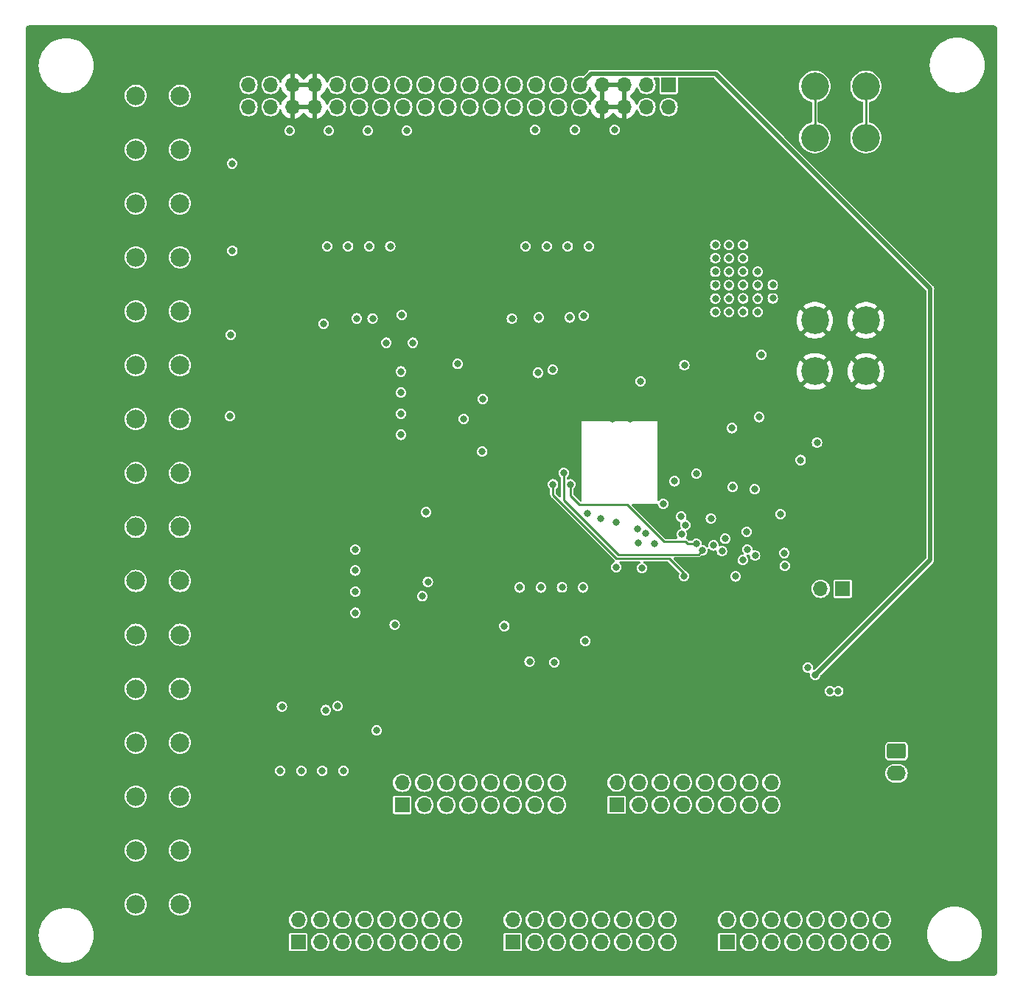
<source format=gbr>
%TF.GenerationSoftware,KiCad,Pcbnew,7.0.10*%
%TF.CreationDate,2024-04-30T00:05:14-07:00*%
%TF.ProjectId,control,636f6e74-726f-46c2-9e6b-696361645f70,A*%
%TF.SameCoordinates,Original*%
%TF.FileFunction,Copper,L2,Inr*%
%TF.FilePolarity,Positive*%
%FSLAX46Y46*%
G04 Gerber Fmt 4.6, Leading zero omitted, Abs format (unit mm)*
G04 Created by KiCad (PCBNEW 7.0.10) date 2024-04-30 00:05:14*
%MOMM*%
%LPD*%
G01*
G04 APERTURE LIST*
G04 Aperture macros list*
%AMRoundRect*
0 Rectangle with rounded corners*
0 $1 Rounding radius*
0 $2 $3 $4 $5 $6 $7 $8 $9 X,Y pos of 4 corners*
0 Add a 4 corners polygon primitive as box body*
4,1,4,$2,$3,$4,$5,$6,$7,$8,$9,$2,$3,0*
0 Add four circle primitives for the rounded corners*
1,1,$1+$1,$2,$3*
1,1,$1+$1,$4,$5*
1,1,$1+$1,$6,$7*
1,1,$1+$1,$8,$9*
0 Add four rect primitives between the rounded corners*
20,1,$1+$1,$2,$3,$4,$5,0*
20,1,$1+$1,$4,$5,$6,$7,0*
20,1,$1+$1,$6,$7,$8,$9,0*
20,1,$1+$1,$8,$9,$2,$3,0*%
G04 Aperture macros list end*
%TA.AperFunction,ComponentPad*%
%ADD10C,2.145000*%
%TD*%
%TA.AperFunction,ComponentPad*%
%ADD11R,1.700000X1.700000*%
%TD*%
%TA.AperFunction,ComponentPad*%
%ADD12O,1.700000X1.700000*%
%TD*%
%TA.AperFunction,ComponentPad*%
%ADD13C,3.200000*%
%TD*%
%TA.AperFunction,ComponentPad*%
%ADD14RoundRect,0.250000X-0.845000X0.620000X-0.845000X-0.620000X0.845000X-0.620000X0.845000X0.620000X0*%
%TD*%
%TA.AperFunction,ComponentPad*%
%ADD15O,2.190000X1.740000*%
%TD*%
%TA.AperFunction,ViaPad*%
%ADD16C,0.800000*%
%TD*%
%TA.AperFunction,Conductor*%
%ADD17C,0.250000*%
%TD*%
%TA.AperFunction,Conductor*%
%ADD18C,0.500000*%
%TD*%
G04 APERTURE END LIST*
D10*
%TO.N,Net-(J27-P1-Pad1)*%
%TO.C,J27*%
X83693000Y-94002800D03*
X88773000Y-94002800D03*
%TD*%
%TO.N,Net-(J26-P1-Pad1)*%
%TO.C,J26*%
X83693000Y-87814400D03*
X88773000Y-87814400D03*
%TD*%
%TO.N,Net-(J25-P1-Pad1)*%
%TO.C,J25*%
X83693000Y-81626000D03*
X88773000Y-81626000D03*
%TD*%
%TO.N,Net-(J24-P1-Pad1)*%
%TO.C,J24*%
X83693000Y-75437600D03*
X88773000Y-75437600D03*
%TD*%
%TO.N,Net-(J23-P1-Pad1)*%
%TO.C,J23*%
X83693000Y-69249200D03*
X88773000Y-69249200D03*
%TD*%
%TO.N,Net-(J22-P1-Pad1)*%
%TO.C,J22*%
X83693000Y-63060800D03*
X88773000Y-63060800D03*
%TD*%
%TO.N,Net-(J21-P1-Pad1)*%
%TO.C,J21*%
X83693000Y-56872400D03*
X88773000Y-56872400D03*
%TD*%
%TO.N,Net-(J20-P1-Pad1)*%
%TO.C,J20*%
X83693000Y-50684000D03*
X88773000Y-50684000D03*
%TD*%
%TO.N,Net-(J19-P1-Pad1)*%
%TO.C,J19*%
X83693000Y-143510000D03*
X88773000Y-143510000D03*
%TD*%
%TO.N,Net-(J18-P1-Pad1)*%
%TO.C,J18*%
X83693000Y-137321600D03*
X88773000Y-137321600D03*
%TD*%
%TO.N,Net-(J17-P1-Pad1)*%
%TO.C,J17*%
X83693000Y-131133200D03*
X88773000Y-131133200D03*
%TD*%
%TO.N,Net-(J16-P1-Pad1)*%
%TO.C,J16*%
X83693000Y-124944800D03*
X88773000Y-124944800D03*
%TD*%
%TO.N,Net-(J15-P1-Pad1)*%
%TO.C,J15*%
X83693000Y-118756400D03*
X88773000Y-118756400D03*
%TD*%
%TO.N,Net-(J14-P1-Pad1)*%
%TO.C,J14*%
X83693000Y-112568000D03*
X88773000Y-112568000D03*
%TD*%
%TO.N,Net-(J13-P1-Pad1)*%
%TO.C,J13*%
X83693000Y-106379600D03*
X88773000Y-106379600D03*
%TD*%
%TO.N,Net-(J12-P1-Pad1)*%
%TO.C,J12*%
X83693000Y-100191200D03*
X88773000Y-100191200D03*
%TD*%
D11*
%TO.N,Net-(J11-VTref)*%
%TO.C,JP1*%
X164901800Y-107289600D03*
D12*
%TO.N,+3.3V*%
X162361800Y-107289600D03*
%TD*%
D13*
%TO.N,GNDREF*%
%TO.C,J2*%
X167566400Y-76466600D03*
X161696400Y-76466600D03*
X167566400Y-82336600D03*
X161696400Y-82336600D03*
%TD*%
D14*
%TO.N,/RS485_B*%
%TO.C,J28*%
X171074400Y-125933200D03*
D15*
%TO.N,/RS485_A*%
X171074400Y-128473200D03*
%TD*%
D13*
%TO.N,Net-(D2-A)*%
%TO.C,J1*%
X167566400Y-49631600D03*
X161696400Y-49631600D03*
X167566400Y-55501600D03*
X161696400Y-55501600D03*
%TD*%
D11*
%TO.N,unconnected-(J5-Pin_1-Pad1)*%
%TO.C,J5*%
X151638000Y-147828000D03*
D12*
%TO.N,unconnected-(J5-Pin_2-Pad2)*%
X151638000Y-145288000D03*
%TO.N,unconnected-(J5-Pin_3-Pad3)*%
X154178000Y-147828000D03*
%TO.N,unconnected-(J5-Pin_4-Pad4)*%
X154178000Y-145288000D03*
%TO.N,unconnected-(J5-Pin_5-Pad5)*%
X156718000Y-147828000D03*
%TO.N,COMP_1_LGT_EN*%
X156718000Y-145288000D03*
%TO.N,unconnected-(J5-Pin_7-Pad7)*%
X159258000Y-147828000D03*
%TO.N,COMP_2_LGT_EN*%
X159258000Y-145288000D03*
%TO.N,unconnected-(J5-Pin_9-Pad9)*%
X161798000Y-147828000D03*
%TO.N,COMP_3_LGT_EN*%
X161798000Y-145288000D03*
%TO.N,unconnected-(J5-Pin_11-Pad11)*%
X164338000Y-147828000D03*
%TO.N,COMP_4_LGT_EN*%
X164338000Y-145288000D03*
%TO.N,unconnected-(J5-Pin_13-Pad13)*%
X166878000Y-147828000D03*
%TO.N,COMP_5_LGT_EN*%
X166878000Y-145288000D03*
%TO.N,unconnected-(J5-Pin_15-Pad15)*%
X169418000Y-147828000D03*
%TO.N,unconnected-(J5-Pin_16-Pad16)*%
X169418000Y-145288000D03*
%TD*%
D11*
%TO.N,unconnected-(J4-Pin_1-Pad1)*%
%TO.C,J4*%
X127000000Y-147828000D03*
D12*
%TO.N,unconnected-(J4-Pin_2-Pad2)*%
X127000000Y-145288000D03*
%TO.N,unconnected-(J4-Pin_3-Pad3)*%
X129540000Y-147828000D03*
%TO.N,unconnected-(J4-Pin_4-Pad4)*%
X129540000Y-145288000D03*
%TO.N,unconnected-(J4-Pin_5-Pad5)*%
X132080000Y-147828000D03*
%TO.N,MARKER_LGT_EN*%
X132080000Y-145288000D03*
%TO.N,unconnected-(J4-Pin_7-Pad7)*%
X134620000Y-147828000D03*
%TO.N,BACKUP_CHIME_EN*%
X134620000Y-145288000D03*
%TO.N,unconnected-(J4-Pin_9-Pad9)*%
X137160000Y-147828000D03*
%TO.N,FOG_LGT_EN*%
X137160000Y-145288000D03*
%TO.N,unconnected-(J4-Pin_11-Pad11)*%
X139700000Y-147828000D03*
%TO.N,FOG_LGT_EN*%
X139700000Y-145288000D03*
%TO.N,unconnected-(J4-Pin_13-Pad13)*%
X142240000Y-147828000D03*
%TO.N,ISECT_D_EN*%
X142240000Y-145288000D03*
%TO.N,unconnected-(J4-Pin_15-Pad15)*%
X144780000Y-147828000D03*
%TO.N,ISECT_P_EN*%
X144780000Y-145288000D03*
%TD*%
D11*
%TO.N,+12V*%
%TO.C,J10*%
X144900000Y-49460000D03*
D12*
X144900000Y-52000000D03*
X142360000Y-49460000D03*
X142360000Y-52000000D03*
%TO.N,GNDREF*%
X139820000Y-49460000D03*
X139820000Y-52000000D03*
X137280000Y-49460000D03*
X137280000Y-52000000D03*
%TO.N,/RS485_B*%
X134740000Y-49460000D03*
%TO.N,/RS485_A*%
X134740000Y-52000000D03*
%TO.N,CAB_SIGNAL_1*%
X132200000Y-49460000D03*
%TO.N,CAB_SIGNAL_5*%
X132200000Y-52000000D03*
%TO.N,CAB_SIGNAL_1*%
X129660000Y-49460000D03*
%TO.N,CAB_SIGNAL_5*%
X129660000Y-52000000D03*
%TO.N,CAB_SIGNAL_2*%
X127120000Y-49460000D03*
%TO.N,CAB_SIGNAL_6*%
X127120000Y-52000000D03*
%TO.N,CAB_SIGNAL_2*%
X124580000Y-49460000D03*
%TO.N,CAB_SIGNAL_6*%
X124580000Y-52000000D03*
%TO.N,CAB_SIGNAL_3*%
X122040000Y-49460000D03*
%TO.N,CAB_SIGNAL_7*%
X122040000Y-52000000D03*
%TO.N,CAB_SIGNAL_3*%
X119500000Y-49460000D03*
%TO.N,CAB_SIGNAL_7*%
X119500000Y-52000000D03*
%TO.N,CAB_SIGNAL_4*%
X116960000Y-49460000D03*
%TO.N,CAB_SIGNAL_8*%
X116960000Y-52000000D03*
%TO.N,CAB_SIGNAL_4*%
X114420000Y-49460000D03*
%TO.N,CAB_SIGNAL_8*%
X114420000Y-52000000D03*
%TO.N,unconnected-(J10-Pin_27-Pad27)*%
X111880000Y-49460000D03*
%TO.N,unconnected-(J10-Pin_28-Pad28)*%
X111880000Y-52000000D03*
%TO.N,unconnected-(J10-Pin_29-Pad29)*%
X109340000Y-49460000D03*
%TO.N,unconnected-(J10-Pin_30-Pad30)*%
X109340000Y-52000000D03*
%TO.N,unconnected-(J10-Pin_31-Pad31)*%
X106800000Y-49460000D03*
%TO.N,unconnected-(J10-Pin_32-Pad32)*%
X106800000Y-52000000D03*
%TO.N,GNDREF*%
X104260000Y-49460000D03*
X104260000Y-52000000D03*
X101720000Y-49460000D03*
X101720000Y-52000000D03*
%TO.N,+12V*%
X99180000Y-49460000D03*
X99180000Y-52000000D03*
X96640000Y-49460000D03*
X96640000Y-52000000D03*
%TD*%
D11*
%TO.N,unconnected-(J3-Pin_1-Pad1)*%
%TO.C,J3*%
X102362000Y-147828000D03*
D12*
%TO.N,unconnected-(J3-Pin_2-Pad2)*%
X102362000Y-145288000D03*
%TO.N,unconnected-(J3-Pin_3-Pad3)*%
X104902000Y-147828000D03*
%TO.N,unconnected-(J3-Pin_4-Pad4)*%
X104902000Y-145288000D03*
%TO.N,unconnected-(J3-Pin_5-Pad5)*%
X107442000Y-147828000D03*
%TO.N,FLOOD_D_EN*%
X107442000Y-145288000D03*
%TO.N,unconnected-(J3-Pin_7-Pad7)*%
X109982000Y-147828000D03*
%TO.N,FLOOD_D_EN*%
X109982000Y-145288000D03*
%TO.N,unconnected-(J3-Pin_9-Pad9)*%
X112522000Y-147828000D03*
%TO.N,FLOOD_R_EN*%
X112522000Y-145288000D03*
%TO.N,unconnected-(J3-Pin_11-Pad11)*%
X115062000Y-147828000D03*
%TO.N,FLOOD_R_EN*%
X115062000Y-145288000D03*
%TO.N,unconnected-(J3-Pin_13-Pad13)*%
X117602000Y-147828000D03*
%TO.N,FLOOD_P_EN*%
X117602000Y-145288000D03*
%TO.N,unconnected-(J3-Pin_15-Pad15)*%
X120142000Y-147828000D03*
%TO.N,FLOOD_P_EN*%
X120142000Y-145288000D03*
%TD*%
D11*
%TO.N,unconnected-(J7-Pin_1-Pad1)*%
%TO.C,J7*%
X138938000Y-132080000D03*
D12*
%TO.N,unconnected-(J7-Pin_2-Pad2)*%
X138938000Y-129540000D03*
%TO.N,unconnected-(J7-Pin_3-Pad3)*%
X141478000Y-132080000D03*
%TO.N,unconnected-(J7-Pin_4-Pad4)*%
X141478000Y-129540000D03*
%TO.N,unconnected-(J7-Pin_5-Pad5)*%
X144018000Y-132080000D03*
%TO.N,AUX_4_EN*%
X144018000Y-129540000D03*
%TO.N,unconnected-(J7-Pin_7-Pad7)*%
X146558000Y-132080000D03*
%TO.N,AUX_5_EN*%
X146558000Y-129540000D03*
%TO.N,unconnected-(J7-Pin_9-Pad9)*%
X149098000Y-132080000D03*
%TO.N,unconnected-(J7-Pin_10-Pad10)*%
X149098000Y-129540000D03*
%TO.N,unconnected-(J7-Pin_11-Pad11)*%
X151638000Y-132080000D03*
%TO.N,unconnected-(J7-Pin_12-Pad12)*%
X151638000Y-129540000D03*
%TO.N,unconnected-(J7-Pin_13-Pad13)*%
X154178000Y-132080000D03*
%TO.N,unconnected-(J7-Pin_14-Pad14)*%
X154178000Y-129540000D03*
%TO.N,unconnected-(J7-Pin_15-Pad15)*%
X156718000Y-132080000D03*
%TO.N,unconnected-(J7-Pin_16-Pad16)*%
X156718000Y-129540000D03*
%TD*%
D11*
%TO.N,unconnected-(J6-Pin_1-Pad1)*%
%TO.C,J6*%
X114300000Y-132096000D03*
D12*
%TO.N,unconnected-(J6-Pin_2-Pad2)*%
X114300000Y-129556000D03*
%TO.N,unconnected-(J6-Pin_3-Pad3)*%
X116840000Y-132096000D03*
%TO.N,unconnected-(J6-Pin_4-Pad4)*%
X116840000Y-129556000D03*
%TO.N,unconnected-(J6-Pin_5-Pad5)*%
X119380000Y-132096000D03*
%TO.N,AUX_1_EN*%
X119380000Y-129556000D03*
%TO.N,unconnected-(J6-Pin_7-Pad7)*%
X121920000Y-132096000D03*
%TO.N,AUX_2_EN*%
X121920000Y-129556000D03*
%TO.N,unconnected-(J6-Pin_9-Pad9)*%
X124460000Y-132096000D03*
%TO.N,AUX_3_EN*%
X124460000Y-129556000D03*
%TO.N,unconnected-(J6-Pin_11-Pad11)*%
X127000000Y-132096000D03*
%TO.N,unconnected-(J6-Pin_12-Pad12)*%
X127000000Y-129556000D03*
%TO.N,unconnected-(J6-Pin_13-Pad13)*%
X129540000Y-132096000D03*
%TO.N,unconnected-(J6-Pin_14-Pad14)*%
X129540000Y-129556000D03*
%TO.N,unconnected-(J6-Pin_15-Pad15)*%
X132080000Y-132096000D03*
%TO.N,unconnected-(J6-Pin_16-Pad16)*%
X132080000Y-129556000D03*
%TD*%
D16*
%TO.N,CAB_1_SENSE*%
X115519200Y-79044800D03*
X112471200Y-79044800D03*
%TO.N,COMP_5_SENSE*%
X120650000Y-81483200D03*
X133604000Y-95300800D03*
%TO.N,CAB_1_SENSE*%
X132842000Y-93980000D03*
%TO.N,CAB_2_SENSE*%
X131622800Y-95300800D03*
X146659600Y-105816400D03*
%TO.N,CAB_1_SENSE*%
X148793200Y-102870000D03*
%TO.N,COMP_5_SENSE*%
X148082000Y-102108000D03*
%TO.N,/RS485_B*%
X161747200Y-117195600D03*
%TO.N,/RS485_A*%
X160883600Y-116332000D03*
%TO.N,AUX_3_SENSE*%
X154787600Y-95859600D03*
X144272000Y-97536000D03*
%TO.N,CAB_3_SENSE*%
X141833600Y-104902000D03*
X135534400Y-98653600D03*
%TO.N,CAB_4_SENSE*%
X155295600Y-87579200D03*
X155549600Y-80416400D03*
X158242000Y-104648000D03*
%TO.N,SIDE_DOOR_SENSE*%
X158191200Y-103174800D03*
X146710400Y-81635600D03*
X141681200Y-83464400D03*
%TO.N,PARK_BRAKE_SENSE*%
X150063200Y-102311200D03*
%TO.N,MARKER_LIGHT_SENSE*%
X151028400Y-102971600D03*
%TO.N,SIDE_DOOR_SENSE*%
X121361200Y-87782400D03*
%TO.N,AUX_3_SENSE*%
X123494800Y-91541600D03*
%TO.N,CAB_8_SENSE*%
X129895600Y-82499200D03*
X151384000Y-101549200D03*
%TO.N,CAB_7_SENSE*%
X131572000Y-82143600D03*
X153873200Y-100736400D03*
%TO.N,CAB_5_SENSE*%
X154838400Y-103479600D03*
X135128000Y-75946000D03*
%TO.N,CAB_7_SENSE*%
X129997200Y-76149200D03*
%TO.N,CAB_8_SENSE*%
X126898400Y-76301600D03*
%TO.N,CAB_4_SENSE*%
X114249200Y-75844400D03*
%TO.N,CAB_3_SENSE*%
X110896400Y-76250800D03*
%TO.N,CAB_2_SENSE*%
X109067600Y-76250800D03*
%TO.N,CAB_1_SENSE*%
X105257600Y-76860400D03*
%TO.N,STOP_LIGHT_SENSE*%
X153416000Y-103987600D03*
%TO.N,REVERSE_LIGHT_SENSE*%
X153924000Y-102768400D03*
%TO.N,/MCU/#RESET*%
X160070800Y-92506800D03*
X161950400Y-90525600D03*
%TO.N,CAB_6_SENSE*%
X133553200Y-76149200D03*
X152247600Y-95605600D03*
%TO.N,GNDREF*%
X151180800Y-99263200D03*
%TO.N,+3.3V*%
X149758400Y-99212400D03*
%TO.N,REAR_DOOR_SENSE*%
X123545600Y-85496400D03*
X148082000Y-94081600D03*
%TO.N,+3.3V*%
X157734000Y-98704400D03*
%TO.N,GNDREF*%
X148336000Y-100888800D03*
%TO.N,PARK_BRAKE_SENSE*%
X137109200Y-99212400D03*
X117043200Y-98501200D03*
%TO.N,MARKER_LIGHT_SENSE*%
X117246400Y-106476800D03*
%TO.N,STOP_LIGHT_SENSE*%
X113436400Y-111404400D03*
%TO.N,REVERSE_LIGHT_SENSE*%
X116586000Y-108153200D03*
%TO.N,GNDREF*%
X134416800Y-96367600D03*
X144475200Y-96418400D03*
X160324800Y-98704400D03*
X160324800Y-97409000D03*
X160324800Y-96113600D03*
X154076400Y-106730800D03*
%TO.N,+3.3V*%
X152603200Y-105867200D03*
%TO.N,COMP_2_SENSE*%
X131775200Y-115722400D03*
%TO.N,COMP_3_SENSE*%
X128930400Y-115620800D03*
%TO.N,COMP_4_SENSE*%
X126034800Y-111556800D03*
%TO.N,COMP_2_SENSE*%
X146405600Y-101041200D03*
%TO.N,COMP_3_SENSE*%
X146812000Y-99974400D03*
%TO.N,COMP_4_SENSE*%
X146354800Y-99009200D03*
%TO.N,COMP_1_SENSE*%
X145592800Y-94945200D03*
X138887200Y-104800400D03*
X138887200Y-99669600D03*
X135331200Y-113284000D03*
%TO.N,GNDREF*%
X110506932Y-65582800D03*
X108085466Y-65582800D03*
X120497600Y-116230400D03*
X138430000Y-87757000D03*
X107543600Y-130556000D03*
X170434000Y-117703600D03*
X135077200Y-104749600D03*
X111760000Y-82346800D03*
X149352000Y-65633600D03*
X139446000Y-86995000D03*
X151257000Y-65633600D03*
X111760000Y-87189734D03*
X100279200Y-130556000D03*
X106527600Y-105189868D03*
X105664000Y-65582800D03*
X106527600Y-102768400D03*
X141782800Y-119329200D03*
X112928400Y-65582800D03*
X144526000Y-61823600D03*
X126492000Y-79603600D03*
X157022800Y-119024400D03*
X135737600Y-65582800D03*
X105122134Y-130556000D03*
X128473200Y-65582800D03*
X154635200Y-92506800D03*
X138430000Y-86233000D03*
X111760000Y-84768268D03*
X133316132Y-65582800D03*
X157022800Y-120497600D03*
X122021600Y-98501200D03*
X140462000Y-87757000D03*
X111760000Y-89611200D03*
X170383200Y-114960400D03*
X102700668Y-130556000D03*
X106527600Y-110032800D03*
X127812800Y-104749600D03*
X130234266Y-104749600D03*
X112318800Y-117043200D03*
X153162000Y-65633600D03*
X132655732Y-104749600D03*
X130894666Y-65582800D03*
X140462000Y-86233000D03*
X152196800Y-85699600D03*
X122478800Y-119329200D03*
X106527600Y-107611334D03*
X126492000Y-78486000D03*
X115265200Y-121666000D03*
X144526000Y-60452000D03*
X144526000Y-63195200D03*
X96062800Y-117043200D03*
%TO.N,+3.3V*%
X150266400Y-73964800D03*
X135737600Y-67970400D03*
X133316132Y-67970400D03*
X102700668Y-128168400D03*
X153466800Y-72420480D03*
X151841200Y-75498960D03*
X153466800Y-67818000D03*
X100279200Y-128168400D03*
X132655732Y-107137200D03*
X108085466Y-67970400D03*
X114147600Y-87189734D03*
X152196800Y-88849200D03*
X114147600Y-82346800D03*
X155143200Y-70896480D03*
X130894666Y-67970400D03*
X112928400Y-67970400D03*
X135077200Y-107137200D03*
X155143200Y-72430640D03*
X150266400Y-72430640D03*
X108915200Y-105189868D03*
X114147600Y-84768268D03*
X150266400Y-75498960D03*
X164388800Y-119024400D03*
X128473200Y-67970400D03*
X151841200Y-73964800D03*
X150266400Y-70896480D03*
X153466800Y-73954640D03*
X155143200Y-73964800D03*
X108915200Y-107611334D03*
X130234266Y-107137200D03*
X153466800Y-75488800D03*
X151841200Y-67828160D03*
X151841200Y-69362320D03*
X151841200Y-72430640D03*
X105664000Y-67970400D03*
X127812800Y-107137200D03*
X105122134Y-128168400D03*
X108915200Y-102768400D03*
X150266400Y-67828160D03*
X153466800Y-69352160D03*
X150266400Y-69362320D03*
X155143200Y-75498960D03*
X110506932Y-67970400D03*
X156870400Y-72420480D03*
X163423600Y-119024400D03*
X156870400Y-73954640D03*
X153466800Y-70886320D03*
X108915200Y-110032800D03*
X114147600Y-89611200D03*
X151841200Y-70896480D03*
X107543600Y-128168400D03*
%TO.N,+12V*%
X138684000Y-54610000D03*
X114808000Y-54711600D03*
X94589600Y-78130400D03*
X110337600Y-54711600D03*
X129540000Y-54610000D03*
X94792800Y-68478400D03*
X94488000Y-87477600D03*
X101346000Y-54711600D03*
X134112000Y-54610000D03*
X105867200Y-54711600D03*
X94742000Y-58470800D03*
%TO.N,HORN_SENSE*%
X105511600Y-121208800D03*
X142290800Y-100939600D03*
%TO.N,AUX_1_SENSE*%
X141376400Y-102057200D03*
X106883200Y-120751600D03*
%TO.N,AUX_2_SENSE*%
X143256000Y-102108000D03*
X111353600Y-123545600D03*
%TO.N,BATT_SW_SENSE*%
X100482400Y-120802400D03*
X141325600Y-100431600D03*
%TD*%
D17*
%TO.N,COMP_5_SENSE*%
X133604000Y-95300800D02*
X133604000Y-95402400D01*
%TO.N,CAB_2_SENSE*%
X131622800Y-95300800D02*
X131622800Y-95402400D01*
X131622800Y-96495996D02*
X131622800Y-95300800D01*
X138917804Y-103791000D02*
X131622800Y-96495996D01*
X144475200Y-103791000D02*
X138917804Y-103791000D01*
X146659600Y-105816400D02*
X146659600Y-105511600D01*
X146659600Y-105511600D02*
X144939000Y-103791000D01*
X144939000Y-103791000D02*
X144475200Y-103791000D01*
%TO.N,CAB_1_SENSE*%
X132842000Y-97078800D02*
X132842000Y-93980000D01*
X139104200Y-103341000D02*
X132842000Y-97078800D01*
X148322200Y-103341000D02*
X139104200Y-103341000D01*
X148793200Y-102870000D02*
X148322200Y-103341000D01*
%TO.N,COMP_5_SENSE*%
X133604000Y-96580105D02*
X133604000Y-95300800D01*
X134684895Y-97661000D02*
X133604000Y-96580105D01*
X140157200Y-97661000D02*
X134684895Y-97661000D01*
X146858305Y-101891000D02*
X144387200Y-101891000D01*
X144387200Y-101891000D02*
X140157200Y-97661000D01*
X147075305Y-102108000D02*
X146858305Y-101891000D01*
X148082000Y-102108000D02*
X147075305Y-102108000D01*
D18*
%TO.N,/RS485_B*%
X161747200Y-117195600D02*
X174955200Y-103987600D01*
X174955200Y-103987600D02*
X174955200Y-72847200D01*
X174955200Y-72847200D02*
X150268000Y-48160000D01*
X150268000Y-48160000D02*
X136040000Y-48160000D01*
X136040000Y-48160000D02*
X134740000Y-49460000D01*
D17*
%TO.N,Net-(D2-A)*%
X167566400Y-55501600D02*
X167566400Y-49631600D01*
X161696400Y-55501600D02*
X161696400Y-49631600D01*
%TD*%
%TA.AperFunction,Conductor*%
%TO.N,GNDREF*%
G36*
X139360507Y-51790156D02*
G01*
X139320000Y-51928111D01*
X139320000Y-52071889D01*
X139360507Y-52209844D01*
X139386314Y-52250000D01*
X137713686Y-52250000D01*
X137739493Y-52209844D01*
X137780000Y-52071889D01*
X137780000Y-51928111D01*
X137739493Y-51790156D01*
X137713686Y-51750000D01*
X139386314Y-51750000D01*
X139360507Y-51790156D01*
G37*
%TD.AperFunction*%
%TA.AperFunction,Conductor*%
G36*
X137530000Y-51564498D02*
G01*
X137422315Y-51515320D01*
X137315763Y-51500000D01*
X137244237Y-51500000D01*
X137137685Y-51515320D01*
X137030000Y-51564498D01*
X137030000Y-49895501D01*
X137137685Y-49944680D01*
X137244237Y-49960000D01*
X137315763Y-49960000D01*
X137422315Y-49944680D01*
X137530000Y-49895501D01*
X137530000Y-51564498D01*
G37*
%TD.AperFunction*%
%TA.AperFunction,Conductor*%
G36*
X140070000Y-51564498D02*
G01*
X139962315Y-51515320D01*
X139855763Y-51500000D01*
X139784237Y-51500000D01*
X139677685Y-51515320D01*
X139570000Y-51564498D01*
X139570000Y-49895501D01*
X139677685Y-49944680D01*
X139784237Y-49960000D01*
X139855763Y-49960000D01*
X139962315Y-49944680D01*
X140070000Y-49895501D01*
X140070000Y-51564498D01*
G37*
%TD.AperFunction*%
%TA.AperFunction,Conductor*%
G36*
X139360507Y-49250156D02*
G01*
X139320000Y-49388111D01*
X139320000Y-49531889D01*
X139360507Y-49669844D01*
X139386314Y-49710000D01*
X137713686Y-49710000D01*
X137739493Y-49669844D01*
X137780000Y-49531889D01*
X137780000Y-49388111D01*
X137739493Y-49250156D01*
X137713686Y-49210000D01*
X139386314Y-49210000D01*
X139360507Y-49250156D01*
G37*
%TD.AperFunction*%
%TA.AperFunction,Conductor*%
G36*
X103800507Y-51790156D02*
G01*
X103760000Y-51928111D01*
X103760000Y-52071889D01*
X103800507Y-52209844D01*
X103826314Y-52250000D01*
X102153686Y-52250000D01*
X102179493Y-52209844D01*
X102220000Y-52071889D01*
X102220000Y-51928111D01*
X102179493Y-51790156D01*
X102153686Y-51750000D01*
X103826314Y-51750000D01*
X103800507Y-51790156D01*
G37*
%TD.AperFunction*%
%TA.AperFunction,Conductor*%
G36*
X101970000Y-51564498D02*
G01*
X101862315Y-51515320D01*
X101755763Y-51500000D01*
X101684237Y-51500000D01*
X101577685Y-51515320D01*
X101470000Y-51564498D01*
X101470000Y-49895501D01*
X101577685Y-49944680D01*
X101684237Y-49960000D01*
X101755763Y-49960000D01*
X101862315Y-49944680D01*
X101970000Y-49895501D01*
X101970000Y-51564498D01*
G37*
%TD.AperFunction*%
%TA.AperFunction,Conductor*%
G36*
X104510000Y-51564498D02*
G01*
X104402315Y-51515320D01*
X104295763Y-51500000D01*
X104224237Y-51500000D01*
X104117685Y-51515320D01*
X104010000Y-51564498D01*
X104010000Y-49895501D01*
X104117685Y-49944680D01*
X104224237Y-49960000D01*
X104295763Y-49960000D01*
X104402315Y-49944680D01*
X104510000Y-49895501D01*
X104510000Y-51564498D01*
G37*
%TD.AperFunction*%
%TA.AperFunction,Conductor*%
G36*
X103800507Y-49250156D02*
G01*
X103760000Y-49388111D01*
X103760000Y-49531889D01*
X103800507Y-49669844D01*
X103826314Y-49710000D01*
X102153686Y-49710000D01*
X102179493Y-49669844D01*
X102220000Y-49531889D01*
X102220000Y-49388111D01*
X102179493Y-49250156D01*
X102153686Y-49210000D01*
X103826314Y-49210000D01*
X103800507Y-49250156D01*
G37*
%TD.AperFunction*%
%TA.AperFunction,Conductor*%
G36*
X182184859Y-42571461D02*
G01*
X182290023Y-42585306D01*
X182321291Y-42593684D01*
X182411718Y-42631140D01*
X182439752Y-42647325D01*
X182517402Y-42706909D01*
X182540291Y-42729798D01*
X182599874Y-42807448D01*
X182616059Y-42835481D01*
X182653515Y-42925908D01*
X182661893Y-42957175D01*
X182675739Y-43062339D01*
X182676800Y-43078525D01*
X182676800Y-151231474D01*
X182675739Y-151247660D01*
X182661893Y-151352824D01*
X182653515Y-151384091D01*
X182616059Y-151474518D01*
X182599874Y-151502551D01*
X182540291Y-151580201D01*
X182517401Y-151603091D01*
X182439751Y-151662674D01*
X182411718Y-151678859D01*
X182321291Y-151716315D01*
X182290024Y-151724693D01*
X182196198Y-151737046D01*
X182184858Y-151738539D01*
X182168674Y-151739600D01*
X71526526Y-151739600D01*
X71510341Y-151738539D01*
X71497317Y-151736824D01*
X71405175Y-151724693D01*
X71373908Y-151716315D01*
X71283481Y-151678859D01*
X71255448Y-151662674D01*
X71177798Y-151603091D01*
X71154908Y-151580201D01*
X71095325Y-151502551D01*
X71079140Y-151474518D01*
X71041684Y-151384091D01*
X71033306Y-151352823D01*
X71019461Y-151247659D01*
X71018400Y-151231474D01*
X71018400Y-147066000D01*
X72536536Y-147066000D01*
X72556376Y-147419295D01*
X72556378Y-147419307D01*
X72615649Y-147768153D01*
X72615651Y-147768162D01*
X72713608Y-148108178D01*
X72849021Y-148435098D01*
X72849023Y-148435102D01*
X73020194Y-148744812D01*
X73020197Y-148744817D01*
X73224956Y-149033396D01*
X73224962Y-149033404D01*
X73460748Y-149297248D01*
X73460751Y-149297251D01*
X73724595Y-149533037D01*
X73724603Y-149533043D01*
X74013182Y-149737802D01*
X74013187Y-149737805D01*
X74013190Y-149737806D01*
X74013192Y-149737808D01*
X74047154Y-149756578D01*
X74322897Y-149908976D01*
X74322901Y-149908978D01*
X74429013Y-149952930D01*
X74649816Y-150044390D01*
X74989843Y-150142350D01*
X75338700Y-150201623D01*
X75603608Y-150216500D01*
X75603625Y-150216500D01*
X75780375Y-150216500D01*
X75780392Y-150216500D01*
X76045300Y-150201623D01*
X76394157Y-150142350D01*
X76734184Y-150044390D01*
X77061105Y-149908975D01*
X77370808Y-149737808D01*
X77370813Y-149737804D01*
X77370817Y-149737802D01*
X77461786Y-149673255D01*
X77659400Y-149533041D01*
X77923250Y-149297250D01*
X78159041Y-149033400D01*
X78322354Y-148803232D01*
X78363802Y-148744817D01*
X78363805Y-148744812D01*
X78363808Y-148744808D01*
X78389815Y-148697752D01*
X101311500Y-148697752D01*
X101323131Y-148756229D01*
X101323132Y-148756230D01*
X101367447Y-148822552D01*
X101433769Y-148866867D01*
X101433770Y-148866868D01*
X101492247Y-148878499D01*
X101492250Y-148878500D01*
X101492252Y-148878500D01*
X103231750Y-148878500D01*
X103231751Y-148878499D01*
X103246568Y-148875552D01*
X103290229Y-148866868D01*
X103290229Y-148866867D01*
X103290231Y-148866867D01*
X103356552Y-148822552D01*
X103400867Y-148756231D01*
X103400867Y-148756229D01*
X103400868Y-148756229D01*
X103412499Y-148697752D01*
X103412500Y-148697750D01*
X103412500Y-147828000D01*
X103846417Y-147828000D01*
X103866699Y-148033932D01*
X103866700Y-148033934D01*
X103926768Y-148231954D01*
X104024315Y-148414450D01*
X104024317Y-148414452D01*
X104155589Y-148574410D01*
X104252209Y-148653702D01*
X104315550Y-148705685D01*
X104498046Y-148803232D01*
X104696066Y-148863300D01*
X104696065Y-148863300D01*
X104714529Y-148865118D01*
X104902000Y-148883583D01*
X105107934Y-148863300D01*
X105305954Y-148803232D01*
X105488450Y-148705685D01*
X105648410Y-148574410D01*
X105779685Y-148414450D01*
X105877232Y-148231954D01*
X105937300Y-148033934D01*
X105957583Y-147828000D01*
X106386417Y-147828000D01*
X106406699Y-148033932D01*
X106406700Y-148033934D01*
X106466768Y-148231954D01*
X106564315Y-148414450D01*
X106564317Y-148414452D01*
X106695589Y-148574410D01*
X106792209Y-148653702D01*
X106855550Y-148705685D01*
X107038046Y-148803232D01*
X107236066Y-148863300D01*
X107236065Y-148863300D01*
X107254529Y-148865118D01*
X107442000Y-148883583D01*
X107647934Y-148863300D01*
X107845954Y-148803232D01*
X108028450Y-148705685D01*
X108188410Y-148574410D01*
X108319685Y-148414450D01*
X108417232Y-148231954D01*
X108477300Y-148033934D01*
X108497583Y-147828000D01*
X108926417Y-147828000D01*
X108946699Y-148033932D01*
X108946700Y-148033934D01*
X109006768Y-148231954D01*
X109104315Y-148414450D01*
X109104317Y-148414452D01*
X109235589Y-148574410D01*
X109332209Y-148653702D01*
X109395550Y-148705685D01*
X109578046Y-148803232D01*
X109776066Y-148863300D01*
X109776065Y-148863300D01*
X109794529Y-148865118D01*
X109982000Y-148883583D01*
X110187934Y-148863300D01*
X110385954Y-148803232D01*
X110568450Y-148705685D01*
X110728410Y-148574410D01*
X110859685Y-148414450D01*
X110957232Y-148231954D01*
X111017300Y-148033934D01*
X111037583Y-147828000D01*
X111466417Y-147828000D01*
X111486699Y-148033932D01*
X111486700Y-148033934D01*
X111546768Y-148231954D01*
X111644315Y-148414450D01*
X111644317Y-148414452D01*
X111775589Y-148574410D01*
X111872209Y-148653702D01*
X111935550Y-148705685D01*
X112118046Y-148803232D01*
X112316066Y-148863300D01*
X112316065Y-148863300D01*
X112334529Y-148865118D01*
X112522000Y-148883583D01*
X112727934Y-148863300D01*
X112925954Y-148803232D01*
X113108450Y-148705685D01*
X113268410Y-148574410D01*
X113399685Y-148414450D01*
X113497232Y-148231954D01*
X113557300Y-148033934D01*
X113577583Y-147828000D01*
X114006417Y-147828000D01*
X114026699Y-148033932D01*
X114026700Y-148033934D01*
X114086768Y-148231954D01*
X114184315Y-148414450D01*
X114184317Y-148414452D01*
X114315589Y-148574410D01*
X114412209Y-148653702D01*
X114475550Y-148705685D01*
X114658046Y-148803232D01*
X114856066Y-148863300D01*
X114856065Y-148863300D01*
X114874529Y-148865118D01*
X115062000Y-148883583D01*
X115267934Y-148863300D01*
X115465954Y-148803232D01*
X115648450Y-148705685D01*
X115808410Y-148574410D01*
X115939685Y-148414450D01*
X116037232Y-148231954D01*
X116097300Y-148033934D01*
X116117583Y-147828000D01*
X116546417Y-147828000D01*
X116566699Y-148033932D01*
X116566700Y-148033934D01*
X116626768Y-148231954D01*
X116724315Y-148414450D01*
X116724317Y-148414452D01*
X116855589Y-148574410D01*
X116952209Y-148653702D01*
X117015550Y-148705685D01*
X117198046Y-148803232D01*
X117396066Y-148863300D01*
X117396065Y-148863300D01*
X117414529Y-148865118D01*
X117602000Y-148883583D01*
X117807934Y-148863300D01*
X118005954Y-148803232D01*
X118188450Y-148705685D01*
X118348410Y-148574410D01*
X118479685Y-148414450D01*
X118577232Y-148231954D01*
X118637300Y-148033934D01*
X118657583Y-147828000D01*
X119086417Y-147828000D01*
X119106699Y-148033932D01*
X119106700Y-148033934D01*
X119166768Y-148231954D01*
X119264315Y-148414450D01*
X119264317Y-148414452D01*
X119395589Y-148574410D01*
X119492209Y-148653702D01*
X119555550Y-148705685D01*
X119738046Y-148803232D01*
X119936066Y-148863300D01*
X119936065Y-148863300D01*
X119954529Y-148865118D01*
X120142000Y-148883583D01*
X120347934Y-148863300D01*
X120545954Y-148803232D01*
X120728450Y-148705685D01*
X120738116Y-148697752D01*
X125949500Y-148697752D01*
X125961131Y-148756229D01*
X125961132Y-148756230D01*
X126005447Y-148822552D01*
X126071769Y-148866867D01*
X126071770Y-148866868D01*
X126130247Y-148878499D01*
X126130250Y-148878500D01*
X126130252Y-148878500D01*
X127869750Y-148878500D01*
X127869751Y-148878499D01*
X127884568Y-148875552D01*
X127928229Y-148866868D01*
X127928229Y-148866867D01*
X127928231Y-148866867D01*
X127994552Y-148822552D01*
X128038867Y-148756231D01*
X128038867Y-148756229D01*
X128038868Y-148756229D01*
X128050499Y-148697752D01*
X128050500Y-148697750D01*
X128050500Y-147828000D01*
X128484417Y-147828000D01*
X128504699Y-148033932D01*
X128504700Y-148033934D01*
X128564768Y-148231954D01*
X128662315Y-148414450D01*
X128662317Y-148414452D01*
X128793589Y-148574410D01*
X128890209Y-148653702D01*
X128953550Y-148705685D01*
X129136046Y-148803232D01*
X129334066Y-148863300D01*
X129334065Y-148863300D01*
X129352529Y-148865118D01*
X129540000Y-148883583D01*
X129745934Y-148863300D01*
X129943954Y-148803232D01*
X130126450Y-148705685D01*
X130286410Y-148574410D01*
X130417685Y-148414450D01*
X130515232Y-148231954D01*
X130575300Y-148033934D01*
X130595583Y-147828000D01*
X131024417Y-147828000D01*
X131044699Y-148033932D01*
X131044700Y-148033934D01*
X131104768Y-148231954D01*
X131202315Y-148414450D01*
X131202317Y-148414452D01*
X131333589Y-148574410D01*
X131430209Y-148653702D01*
X131493550Y-148705685D01*
X131676046Y-148803232D01*
X131874066Y-148863300D01*
X131874065Y-148863300D01*
X131892529Y-148865118D01*
X132080000Y-148883583D01*
X132285934Y-148863300D01*
X132483954Y-148803232D01*
X132666450Y-148705685D01*
X132826410Y-148574410D01*
X132957685Y-148414450D01*
X133055232Y-148231954D01*
X133115300Y-148033934D01*
X133135583Y-147828000D01*
X133564417Y-147828000D01*
X133584699Y-148033932D01*
X133584700Y-148033934D01*
X133644768Y-148231954D01*
X133742315Y-148414450D01*
X133742317Y-148414452D01*
X133873589Y-148574410D01*
X133970209Y-148653702D01*
X134033550Y-148705685D01*
X134216046Y-148803232D01*
X134414066Y-148863300D01*
X134414065Y-148863300D01*
X134432529Y-148865118D01*
X134620000Y-148883583D01*
X134825934Y-148863300D01*
X135023954Y-148803232D01*
X135206450Y-148705685D01*
X135366410Y-148574410D01*
X135497685Y-148414450D01*
X135595232Y-148231954D01*
X135655300Y-148033934D01*
X135675583Y-147828000D01*
X136104417Y-147828000D01*
X136124699Y-148033932D01*
X136124700Y-148033934D01*
X136184768Y-148231954D01*
X136282315Y-148414450D01*
X136282317Y-148414452D01*
X136413589Y-148574410D01*
X136510209Y-148653702D01*
X136573550Y-148705685D01*
X136756046Y-148803232D01*
X136954066Y-148863300D01*
X136954065Y-148863300D01*
X136972529Y-148865118D01*
X137160000Y-148883583D01*
X137365934Y-148863300D01*
X137563954Y-148803232D01*
X137746450Y-148705685D01*
X137906410Y-148574410D01*
X138037685Y-148414450D01*
X138135232Y-148231954D01*
X138195300Y-148033934D01*
X138215583Y-147828000D01*
X138644417Y-147828000D01*
X138664699Y-148033932D01*
X138664700Y-148033934D01*
X138724768Y-148231954D01*
X138822315Y-148414450D01*
X138822317Y-148414452D01*
X138953589Y-148574410D01*
X139050209Y-148653702D01*
X139113550Y-148705685D01*
X139296046Y-148803232D01*
X139494066Y-148863300D01*
X139494065Y-148863300D01*
X139512529Y-148865118D01*
X139700000Y-148883583D01*
X139905934Y-148863300D01*
X140103954Y-148803232D01*
X140286450Y-148705685D01*
X140446410Y-148574410D01*
X140577685Y-148414450D01*
X140675232Y-148231954D01*
X140735300Y-148033934D01*
X140755583Y-147828000D01*
X141184417Y-147828000D01*
X141204699Y-148033932D01*
X141204700Y-148033934D01*
X141264768Y-148231954D01*
X141362315Y-148414450D01*
X141362317Y-148414452D01*
X141493589Y-148574410D01*
X141590209Y-148653702D01*
X141653550Y-148705685D01*
X141836046Y-148803232D01*
X142034066Y-148863300D01*
X142034065Y-148863300D01*
X142052529Y-148865118D01*
X142240000Y-148883583D01*
X142445934Y-148863300D01*
X142643954Y-148803232D01*
X142826450Y-148705685D01*
X142986410Y-148574410D01*
X143117685Y-148414450D01*
X143215232Y-148231954D01*
X143275300Y-148033934D01*
X143295583Y-147828000D01*
X143724417Y-147828000D01*
X143744699Y-148033932D01*
X143744700Y-148033934D01*
X143804768Y-148231954D01*
X143902315Y-148414450D01*
X143902317Y-148414452D01*
X144033589Y-148574410D01*
X144130209Y-148653702D01*
X144193550Y-148705685D01*
X144376046Y-148803232D01*
X144574066Y-148863300D01*
X144574065Y-148863300D01*
X144592529Y-148865118D01*
X144780000Y-148883583D01*
X144985934Y-148863300D01*
X145183954Y-148803232D01*
X145366450Y-148705685D01*
X145376116Y-148697752D01*
X150587500Y-148697752D01*
X150599131Y-148756229D01*
X150599132Y-148756230D01*
X150643447Y-148822552D01*
X150709769Y-148866867D01*
X150709770Y-148866868D01*
X150768247Y-148878499D01*
X150768250Y-148878500D01*
X150768252Y-148878500D01*
X152507750Y-148878500D01*
X152507751Y-148878499D01*
X152522568Y-148875552D01*
X152566229Y-148866868D01*
X152566229Y-148866867D01*
X152566231Y-148866867D01*
X152632552Y-148822552D01*
X152676867Y-148756231D01*
X152676867Y-148756229D01*
X152676868Y-148756229D01*
X152688499Y-148697752D01*
X152688500Y-148697750D01*
X152688500Y-147828000D01*
X153122417Y-147828000D01*
X153142699Y-148033932D01*
X153142700Y-148033934D01*
X153202768Y-148231954D01*
X153300315Y-148414450D01*
X153300317Y-148414452D01*
X153431589Y-148574410D01*
X153528209Y-148653702D01*
X153591550Y-148705685D01*
X153774046Y-148803232D01*
X153972066Y-148863300D01*
X153972065Y-148863300D01*
X153990529Y-148865118D01*
X154178000Y-148883583D01*
X154383934Y-148863300D01*
X154581954Y-148803232D01*
X154764450Y-148705685D01*
X154924410Y-148574410D01*
X155055685Y-148414450D01*
X155153232Y-148231954D01*
X155213300Y-148033934D01*
X155233583Y-147828000D01*
X155662417Y-147828000D01*
X155682699Y-148033932D01*
X155682700Y-148033934D01*
X155742768Y-148231954D01*
X155840315Y-148414450D01*
X155840317Y-148414452D01*
X155971589Y-148574410D01*
X156068209Y-148653702D01*
X156131550Y-148705685D01*
X156314046Y-148803232D01*
X156512066Y-148863300D01*
X156512065Y-148863300D01*
X156530529Y-148865118D01*
X156718000Y-148883583D01*
X156923934Y-148863300D01*
X157121954Y-148803232D01*
X157304450Y-148705685D01*
X157464410Y-148574410D01*
X157595685Y-148414450D01*
X157693232Y-148231954D01*
X157753300Y-148033934D01*
X157773583Y-147828000D01*
X158202417Y-147828000D01*
X158222699Y-148033932D01*
X158222700Y-148033934D01*
X158282768Y-148231954D01*
X158380315Y-148414450D01*
X158380317Y-148414452D01*
X158511589Y-148574410D01*
X158608209Y-148653702D01*
X158671550Y-148705685D01*
X158854046Y-148803232D01*
X159052066Y-148863300D01*
X159052065Y-148863300D01*
X159070529Y-148865118D01*
X159258000Y-148883583D01*
X159463934Y-148863300D01*
X159661954Y-148803232D01*
X159844450Y-148705685D01*
X160004410Y-148574410D01*
X160135685Y-148414450D01*
X160233232Y-148231954D01*
X160293300Y-148033934D01*
X160313583Y-147828000D01*
X160742417Y-147828000D01*
X160762699Y-148033932D01*
X160762700Y-148033934D01*
X160822768Y-148231954D01*
X160920315Y-148414450D01*
X160920317Y-148414452D01*
X161051589Y-148574410D01*
X161148209Y-148653702D01*
X161211550Y-148705685D01*
X161394046Y-148803232D01*
X161592066Y-148863300D01*
X161592065Y-148863300D01*
X161610529Y-148865118D01*
X161798000Y-148883583D01*
X162003934Y-148863300D01*
X162201954Y-148803232D01*
X162384450Y-148705685D01*
X162544410Y-148574410D01*
X162675685Y-148414450D01*
X162773232Y-148231954D01*
X162833300Y-148033934D01*
X162853583Y-147828000D01*
X163282417Y-147828000D01*
X163302699Y-148033932D01*
X163302700Y-148033934D01*
X163362768Y-148231954D01*
X163460315Y-148414450D01*
X163460317Y-148414452D01*
X163591589Y-148574410D01*
X163688209Y-148653702D01*
X163751550Y-148705685D01*
X163934046Y-148803232D01*
X164132066Y-148863300D01*
X164132065Y-148863300D01*
X164150529Y-148865118D01*
X164338000Y-148883583D01*
X164543934Y-148863300D01*
X164741954Y-148803232D01*
X164924450Y-148705685D01*
X165084410Y-148574410D01*
X165215685Y-148414450D01*
X165313232Y-148231954D01*
X165373300Y-148033934D01*
X165393583Y-147828000D01*
X165822417Y-147828000D01*
X165842699Y-148033932D01*
X165842700Y-148033934D01*
X165902768Y-148231954D01*
X166000315Y-148414450D01*
X166000317Y-148414452D01*
X166131589Y-148574410D01*
X166228209Y-148653702D01*
X166291550Y-148705685D01*
X166474046Y-148803232D01*
X166672066Y-148863300D01*
X166672065Y-148863300D01*
X166690529Y-148865118D01*
X166878000Y-148883583D01*
X167083934Y-148863300D01*
X167281954Y-148803232D01*
X167464450Y-148705685D01*
X167624410Y-148574410D01*
X167755685Y-148414450D01*
X167853232Y-148231954D01*
X167913300Y-148033934D01*
X167933583Y-147828000D01*
X168362417Y-147828000D01*
X168382699Y-148033932D01*
X168382700Y-148033934D01*
X168442768Y-148231954D01*
X168540315Y-148414450D01*
X168540317Y-148414452D01*
X168671589Y-148574410D01*
X168768209Y-148653702D01*
X168831550Y-148705685D01*
X169014046Y-148803232D01*
X169212066Y-148863300D01*
X169212065Y-148863300D01*
X169230529Y-148865118D01*
X169418000Y-148883583D01*
X169623934Y-148863300D01*
X169821954Y-148803232D01*
X170004450Y-148705685D01*
X170164410Y-148574410D01*
X170295685Y-148414450D01*
X170393232Y-148231954D01*
X170453300Y-148033934D01*
X170473583Y-147828000D01*
X170453300Y-147622066D01*
X170393232Y-147424046D01*
X170295685Y-147241550D01*
X170243702Y-147178209D01*
X170164410Y-147081589D01*
X170014121Y-146958252D01*
X170004450Y-146950315D01*
X169935762Y-146913600D01*
X174593736Y-146913600D01*
X174613576Y-147266895D01*
X174613578Y-147266907D01*
X174672849Y-147615753D01*
X174672851Y-147615762D01*
X174770808Y-147955778D01*
X174906221Y-148282698D01*
X174906223Y-148282702D01*
X175077394Y-148592412D01*
X175077397Y-148592417D01*
X175282156Y-148880996D01*
X175282162Y-148881004D01*
X175517948Y-149144848D01*
X175517951Y-149144851D01*
X175781795Y-149380637D01*
X175781803Y-149380643D01*
X176070382Y-149585402D01*
X176070387Y-149585405D01*
X176380097Y-149756576D01*
X176380101Y-149756578D01*
X176486213Y-149800530D01*
X176707016Y-149891990D01*
X177047043Y-149989950D01*
X177395900Y-150049223D01*
X177660808Y-150064100D01*
X177660825Y-150064100D01*
X177837575Y-150064100D01*
X177837592Y-150064100D01*
X178102500Y-150049223D01*
X178451357Y-149989950D01*
X178791384Y-149891990D01*
X179118305Y-149756575D01*
X179428008Y-149585408D01*
X179428013Y-149585404D01*
X179428017Y-149585402D01*
X179518986Y-149520855D01*
X179716600Y-149380641D01*
X179980450Y-149144850D01*
X180216241Y-148881000D01*
X180421008Y-148592408D01*
X180592175Y-148282705D01*
X180727590Y-147955784D01*
X180825550Y-147615757D01*
X180884823Y-147266900D01*
X180904664Y-146913600D01*
X180884823Y-146560300D01*
X180825550Y-146211443D01*
X180727590Y-145871416D01*
X180636130Y-145650613D01*
X180592178Y-145544501D01*
X180592176Y-145544497D01*
X180564230Y-145493932D01*
X180421008Y-145234792D01*
X180421006Y-145234790D01*
X180421005Y-145234787D01*
X180421002Y-145234782D01*
X180216243Y-144946203D01*
X180216237Y-144946195D01*
X179980451Y-144682351D01*
X179980448Y-144682348D01*
X179716604Y-144446562D01*
X179716596Y-144446556D01*
X179428017Y-144241797D01*
X179428012Y-144241794D01*
X179118302Y-144070623D01*
X179118298Y-144070621D01*
X178891421Y-143976646D01*
X178791384Y-143935210D01*
X178791380Y-143935208D01*
X178791378Y-143935208D01*
X178451362Y-143837251D01*
X178451353Y-143837249D01*
X178102507Y-143777978D01*
X178102495Y-143777976D01*
X177887866Y-143765923D01*
X177837592Y-143763100D01*
X177660808Y-143763100D01*
X177627291Y-143764982D01*
X177395904Y-143777976D01*
X177395892Y-143777978D01*
X177047046Y-143837249D01*
X177047037Y-143837251D01*
X176707021Y-143935208D01*
X176380101Y-144070621D01*
X176380097Y-144070623D01*
X176070387Y-144241794D01*
X176070382Y-144241797D01*
X175781803Y-144446556D01*
X175781795Y-144446562D01*
X175517951Y-144682348D01*
X175517948Y-144682351D01*
X175282162Y-144946195D01*
X175282156Y-144946203D01*
X175077397Y-145234782D01*
X175077394Y-145234787D01*
X174906223Y-145544497D01*
X174906221Y-145544501D01*
X174770808Y-145871421D01*
X174672851Y-146211437D01*
X174672849Y-146211446D01*
X174613578Y-146560292D01*
X174613576Y-146560304D01*
X174593736Y-146913600D01*
X169935762Y-146913600D01*
X169821954Y-146852768D01*
X169623934Y-146792700D01*
X169623932Y-146792699D01*
X169623934Y-146792699D01*
X169418000Y-146772417D01*
X169212067Y-146792699D01*
X169014043Y-146852769D01*
X168926114Y-146899769D01*
X168831550Y-146950315D01*
X168831548Y-146950316D01*
X168831547Y-146950317D01*
X168671589Y-147081589D01*
X168540317Y-147241547D01*
X168540315Y-147241550D01*
X168501643Y-147313898D01*
X168442769Y-147424043D01*
X168382699Y-147622067D01*
X168362417Y-147828000D01*
X167933583Y-147828000D01*
X167913300Y-147622066D01*
X167853232Y-147424046D01*
X167755685Y-147241550D01*
X167703702Y-147178209D01*
X167624410Y-147081589D01*
X167474121Y-146958252D01*
X167464450Y-146950315D01*
X167281954Y-146852768D01*
X167083934Y-146792700D01*
X167083932Y-146792699D01*
X167083934Y-146792699D01*
X166878000Y-146772417D01*
X166672067Y-146792699D01*
X166474043Y-146852769D01*
X166386114Y-146899769D01*
X166291550Y-146950315D01*
X166291548Y-146950316D01*
X166291547Y-146950317D01*
X166131589Y-147081589D01*
X166000317Y-147241547D01*
X166000315Y-147241550D01*
X165961643Y-147313898D01*
X165902769Y-147424043D01*
X165842699Y-147622067D01*
X165822417Y-147828000D01*
X165393583Y-147828000D01*
X165373300Y-147622066D01*
X165313232Y-147424046D01*
X165215685Y-147241550D01*
X165163702Y-147178209D01*
X165084410Y-147081589D01*
X164934121Y-146958252D01*
X164924450Y-146950315D01*
X164741954Y-146852768D01*
X164543934Y-146792700D01*
X164543932Y-146792699D01*
X164543934Y-146792699D01*
X164338000Y-146772417D01*
X164132067Y-146792699D01*
X163934043Y-146852769D01*
X163846114Y-146899769D01*
X163751550Y-146950315D01*
X163751548Y-146950316D01*
X163751547Y-146950317D01*
X163591589Y-147081589D01*
X163460317Y-147241547D01*
X163460315Y-147241550D01*
X163421643Y-147313898D01*
X163362769Y-147424043D01*
X163302699Y-147622067D01*
X163282417Y-147828000D01*
X162853583Y-147828000D01*
X162833300Y-147622066D01*
X162773232Y-147424046D01*
X162675685Y-147241550D01*
X162623702Y-147178209D01*
X162544410Y-147081589D01*
X162394121Y-146958252D01*
X162384450Y-146950315D01*
X162201954Y-146852768D01*
X162003934Y-146792700D01*
X162003932Y-146792699D01*
X162003934Y-146792699D01*
X161798000Y-146772417D01*
X161592067Y-146792699D01*
X161394043Y-146852769D01*
X161306114Y-146899769D01*
X161211550Y-146950315D01*
X161211548Y-146950316D01*
X161211547Y-146950317D01*
X161051589Y-147081589D01*
X160920317Y-147241547D01*
X160920315Y-147241550D01*
X160881643Y-147313898D01*
X160822769Y-147424043D01*
X160762699Y-147622067D01*
X160742417Y-147828000D01*
X160313583Y-147828000D01*
X160293300Y-147622066D01*
X160233232Y-147424046D01*
X160135685Y-147241550D01*
X160083702Y-147178209D01*
X160004410Y-147081589D01*
X159854121Y-146958252D01*
X159844450Y-146950315D01*
X159661954Y-146852768D01*
X159463934Y-146792700D01*
X159463932Y-146792699D01*
X159463934Y-146792699D01*
X159258000Y-146772417D01*
X159052067Y-146792699D01*
X158854043Y-146852769D01*
X158766114Y-146899769D01*
X158671550Y-146950315D01*
X158671548Y-146950316D01*
X158671547Y-146950317D01*
X158511589Y-147081589D01*
X158380317Y-147241547D01*
X158380315Y-147241550D01*
X158341643Y-147313898D01*
X158282769Y-147424043D01*
X158222699Y-147622067D01*
X158202417Y-147828000D01*
X157773583Y-147828000D01*
X157753300Y-147622066D01*
X157693232Y-147424046D01*
X157595685Y-147241550D01*
X157543702Y-147178209D01*
X157464410Y-147081589D01*
X157314121Y-146958252D01*
X157304450Y-146950315D01*
X157121954Y-146852768D01*
X156923934Y-146792700D01*
X156923932Y-146792699D01*
X156923934Y-146792699D01*
X156718000Y-146772417D01*
X156512067Y-146792699D01*
X156314043Y-146852769D01*
X156226114Y-146899769D01*
X156131550Y-146950315D01*
X156131548Y-146950316D01*
X156131547Y-146950317D01*
X155971589Y-147081589D01*
X155840317Y-147241547D01*
X155840315Y-147241550D01*
X155801643Y-147313898D01*
X155742769Y-147424043D01*
X155682699Y-147622067D01*
X155662417Y-147828000D01*
X155233583Y-147828000D01*
X155213300Y-147622066D01*
X155153232Y-147424046D01*
X155055685Y-147241550D01*
X155003702Y-147178209D01*
X154924410Y-147081589D01*
X154774121Y-146958252D01*
X154764450Y-146950315D01*
X154581954Y-146852768D01*
X154383934Y-146792700D01*
X154383932Y-146792699D01*
X154383934Y-146792699D01*
X154178000Y-146772417D01*
X153972067Y-146792699D01*
X153774043Y-146852769D01*
X153686114Y-146899769D01*
X153591550Y-146950315D01*
X153591548Y-146950316D01*
X153591547Y-146950317D01*
X153431589Y-147081589D01*
X153300317Y-147241547D01*
X153300315Y-147241550D01*
X153261643Y-147313898D01*
X153202769Y-147424043D01*
X153142699Y-147622067D01*
X153122417Y-147828000D01*
X152688500Y-147828000D01*
X152688500Y-146958249D01*
X152688499Y-146958247D01*
X152676868Y-146899770D01*
X152676867Y-146899769D01*
X152632552Y-146833447D01*
X152566230Y-146789132D01*
X152566229Y-146789131D01*
X152507752Y-146777500D01*
X152507748Y-146777500D01*
X150768252Y-146777500D01*
X150768247Y-146777500D01*
X150709770Y-146789131D01*
X150709769Y-146789132D01*
X150643447Y-146833447D01*
X150599132Y-146899769D01*
X150599131Y-146899770D01*
X150587500Y-146958247D01*
X150587500Y-148697752D01*
X145376116Y-148697752D01*
X145526410Y-148574410D01*
X145657685Y-148414450D01*
X145755232Y-148231954D01*
X145815300Y-148033934D01*
X145835583Y-147828000D01*
X145815300Y-147622066D01*
X145755232Y-147424046D01*
X145657685Y-147241550D01*
X145605702Y-147178209D01*
X145526410Y-147081589D01*
X145376121Y-146958252D01*
X145366450Y-146950315D01*
X145183954Y-146852768D01*
X144985934Y-146792700D01*
X144985932Y-146792699D01*
X144985934Y-146792699D01*
X144780000Y-146772417D01*
X144574067Y-146792699D01*
X144376043Y-146852769D01*
X144288114Y-146899769D01*
X144193550Y-146950315D01*
X144193548Y-146950316D01*
X144193547Y-146950317D01*
X144033589Y-147081589D01*
X143902317Y-147241547D01*
X143902315Y-147241550D01*
X143863643Y-147313898D01*
X143804769Y-147424043D01*
X143744699Y-147622067D01*
X143724417Y-147828000D01*
X143295583Y-147828000D01*
X143275300Y-147622066D01*
X143215232Y-147424046D01*
X143117685Y-147241550D01*
X143065702Y-147178209D01*
X142986410Y-147081589D01*
X142836121Y-146958252D01*
X142826450Y-146950315D01*
X142643954Y-146852768D01*
X142445934Y-146792700D01*
X142445932Y-146792699D01*
X142445934Y-146792699D01*
X142240000Y-146772417D01*
X142034067Y-146792699D01*
X141836043Y-146852769D01*
X141748114Y-146899769D01*
X141653550Y-146950315D01*
X141653548Y-146950316D01*
X141653547Y-146950317D01*
X141493589Y-147081589D01*
X141362317Y-147241547D01*
X141362315Y-147241550D01*
X141323643Y-147313898D01*
X141264769Y-147424043D01*
X141204699Y-147622067D01*
X141184417Y-147828000D01*
X140755583Y-147828000D01*
X140735300Y-147622066D01*
X140675232Y-147424046D01*
X140577685Y-147241550D01*
X140525702Y-147178209D01*
X140446410Y-147081589D01*
X140296121Y-146958252D01*
X140286450Y-146950315D01*
X140103954Y-146852768D01*
X139905934Y-146792700D01*
X139905932Y-146792699D01*
X139905934Y-146792699D01*
X139700000Y-146772417D01*
X139494067Y-146792699D01*
X139296043Y-146852769D01*
X139208114Y-146899769D01*
X139113550Y-146950315D01*
X139113548Y-146950316D01*
X139113547Y-146950317D01*
X138953589Y-147081589D01*
X138822317Y-147241547D01*
X138822315Y-147241550D01*
X138783643Y-147313898D01*
X138724769Y-147424043D01*
X138664699Y-147622067D01*
X138644417Y-147828000D01*
X138215583Y-147828000D01*
X138195300Y-147622066D01*
X138135232Y-147424046D01*
X138037685Y-147241550D01*
X137985702Y-147178209D01*
X137906410Y-147081589D01*
X137756121Y-146958252D01*
X137746450Y-146950315D01*
X137563954Y-146852768D01*
X137365934Y-146792700D01*
X137365932Y-146792699D01*
X137365934Y-146792699D01*
X137160000Y-146772417D01*
X136954067Y-146792699D01*
X136756043Y-146852769D01*
X136668114Y-146899769D01*
X136573550Y-146950315D01*
X136573548Y-146950316D01*
X136573547Y-146950317D01*
X136413589Y-147081589D01*
X136282317Y-147241547D01*
X136282315Y-147241550D01*
X136243643Y-147313898D01*
X136184769Y-147424043D01*
X136124699Y-147622067D01*
X136104417Y-147828000D01*
X135675583Y-147828000D01*
X135655300Y-147622066D01*
X135595232Y-147424046D01*
X135497685Y-147241550D01*
X135445702Y-147178209D01*
X135366410Y-147081589D01*
X135216121Y-146958252D01*
X135206450Y-146950315D01*
X135023954Y-146852768D01*
X134825934Y-146792700D01*
X134825932Y-146792699D01*
X134825934Y-146792699D01*
X134620000Y-146772417D01*
X134414067Y-146792699D01*
X134216043Y-146852769D01*
X134128114Y-146899769D01*
X134033550Y-146950315D01*
X134033548Y-146950316D01*
X134033547Y-146950317D01*
X133873589Y-147081589D01*
X133742317Y-147241547D01*
X133742315Y-147241550D01*
X133703643Y-147313898D01*
X133644769Y-147424043D01*
X133584699Y-147622067D01*
X133564417Y-147828000D01*
X133135583Y-147828000D01*
X133115300Y-147622066D01*
X133055232Y-147424046D01*
X132957685Y-147241550D01*
X132905702Y-147178209D01*
X132826410Y-147081589D01*
X132676121Y-146958252D01*
X132666450Y-146950315D01*
X132483954Y-146852768D01*
X132285934Y-146792700D01*
X132285932Y-146792699D01*
X132285934Y-146792699D01*
X132080000Y-146772417D01*
X131874067Y-146792699D01*
X131676043Y-146852769D01*
X131588114Y-146899769D01*
X131493550Y-146950315D01*
X131493548Y-146950316D01*
X131493547Y-146950317D01*
X131333589Y-147081589D01*
X131202317Y-147241547D01*
X131202315Y-147241550D01*
X131163643Y-147313898D01*
X131104769Y-147424043D01*
X131044699Y-147622067D01*
X131024417Y-147828000D01*
X130595583Y-147828000D01*
X130575300Y-147622066D01*
X130515232Y-147424046D01*
X130417685Y-147241550D01*
X130365702Y-147178209D01*
X130286410Y-147081589D01*
X130136121Y-146958252D01*
X130126450Y-146950315D01*
X129943954Y-146852768D01*
X129745934Y-146792700D01*
X129745932Y-146792699D01*
X129745934Y-146792699D01*
X129540000Y-146772417D01*
X129334067Y-146792699D01*
X129136043Y-146852769D01*
X129048114Y-146899769D01*
X128953550Y-146950315D01*
X128953548Y-146950316D01*
X128953547Y-146950317D01*
X128793589Y-147081589D01*
X128662317Y-147241547D01*
X128662315Y-147241550D01*
X128623643Y-147313898D01*
X128564769Y-147424043D01*
X128504699Y-147622067D01*
X128484417Y-147828000D01*
X128050500Y-147828000D01*
X128050500Y-146958249D01*
X128050499Y-146958247D01*
X128038868Y-146899770D01*
X128038867Y-146899769D01*
X127994552Y-146833447D01*
X127928230Y-146789132D01*
X127928229Y-146789131D01*
X127869752Y-146777500D01*
X127869748Y-146777500D01*
X126130252Y-146777500D01*
X126130247Y-146777500D01*
X126071770Y-146789131D01*
X126071769Y-146789132D01*
X126005447Y-146833447D01*
X125961132Y-146899769D01*
X125961131Y-146899770D01*
X125949500Y-146958247D01*
X125949500Y-148697752D01*
X120738116Y-148697752D01*
X120888410Y-148574410D01*
X121019685Y-148414450D01*
X121117232Y-148231954D01*
X121177300Y-148033934D01*
X121197583Y-147828000D01*
X121177300Y-147622066D01*
X121117232Y-147424046D01*
X121019685Y-147241550D01*
X120967702Y-147178209D01*
X120888410Y-147081589D01*
X120738121Y-146958252D01*
X120728450Y-146950315D01*
X120545954Y-146852768D01*
X120347934Y-146792700D01*
X120347932Y-146792699D01*
X120347934Y-146792699D01*
X120142000Y-146772417D01*
X119936067Y-146792699D01*
X119738043Y-146852769D01*
X119650114Y-146899769D01*
X119555550Y-146950315D01*
X119555548Y-146950316D01*
X119555547Y-146950317D01*
X119395589Y-147081589D01*
X119264317Y-147241547D01*
X119264315Y-147241550D01*
X119225643Y-147313898D01*
X119166769Y-147424043D01*
X119106699Y-147622067D01*
X119086417Y-147828000D01*
X118657583Y-147828000D01*
X118637300Y-147622066D01*
X118577232Y-147424046D01*
X118479685Y-147241550D01*
X118427702Y-147178209D01*
X118348410Y-147081589D01*
X118198121Y-146958252D01*
X118188450Y-146950315D01*
X118005954Y-146852768D01*
X117807934Y-146792700D01*
X117807932Y-146792699D01*
X117807934Y-146792699D01*
X117602000Y-146772417D01*
X117396067Y-146792699D01*
X117198043Y-146852769D01*
X117110114Y-146899769D01*
X117015550Y-146950315D01*
X117015548Y-146950316D01*
X117015547Y-146950317D01*
X116855589Y-147081589D01*
X116724317Y-147241547D01*
X116724315Y-147241550D01*
X116685643Y-147313898D01*
X116626769Y-147424043D01*
X116566699Y-147622067D01*
X116546417Y-147828000D01*
X116117583Y-147828000D01*
X116097300Y-147622066D01*
X116037232Y-147424046D01*
X115939685Y-147241550D01*
X115887702Y-147178209D01*
X115808410Y-147081589D01*
X115658121Y-146958252D01*
X115648450Y-146950315D01*
X115465954Y-146852768D01*
X115267934Y-146792700D01*
X115267932Y-146792699D01*
X115267934Y-146792699D01*
X115062000Y-146772417D01*
X114856067Y-146792699D01*
X114658043Y-146852769D01*
X114570114Y-146899769D01*
X114475550Y-146950315D01*
X114475548Y-146950316D01*
X114475547Y-146950317D01*
X114315589Y-147081589D01*
X114184317Y-147241547D01*
X114184315Y-147241550D01*
X114145643Y-147313898D01*
X114086769Y-147424043D01*
X114026699Y-147622067D01*
X114006417Y-147828000D01*
X113577583Y-147828000D01*
X113557300Y-147622066D01*
X113497232Y-147424046D01*
X113399685Y-147241550D01*
X113347702Y-147178209D01*
X113268410Y-147081589D01*
X113118121Y-146958252D01*
X113108450Y-146950315D01*
X112925954Y-146852768D01*
X112727934Y-146792700D01*
X112727932Y-146792699D01*
X112727934Y-146792699D01*
X112522000Y-146772417D01*
X112316067Y-146792699D01*
X112118043Y-146852769D01*
X112030114Y-146899769D01*
X111935550Y-146950315D01*
X111935548Y-146950316D01*
X111935547Y-146950317D01*
X111775589Y-147081589D01*
X111644317Y-147241547D01*
X111644315Y-147241550D01*
X111605643Y-147313898D01*
X111546769Y-147424043D01*
X111486699Y-147622067D01*
X111466417Y-147828000D01*
X111037583Y-147828000D01*
X111017300Y-147622066D01*
X110957232Y-147424046D01*
X110859685Y-147241550D01*
X110807702Y-147178209D01*
X110728410Y-147081589D01*
X110578121Y-146958252D01*
X110568450Y-146950315D01*
X110385954Y-146852768D01*
X110187934Y-146792700D01*
X110187932Y-146792699D01*
X110187934Y-146792699D01*
X109982000Y-146772417D01*
X109776067Y-146792699D01*
X109578043Y-146852769D01*
X109490114Y-146899769D01*
X109395550Y-146950315D01*
X109395548Y-146950316D01*
X109395547Y-146950317D01*
X109235589Y-147081589D01*
X109104317Y-147241547D01*
X109104315Y-147241550D01*
X109065643Y-147313898D01*
X109006769Y-147424043D01*
X108946699Y-147622067D01*
X108926417Y-147828000D01*
X108497583Y-147828000D01*
X108477300Y-147622066D01*
X108417232Y-147424046D01*
X108319685Y-147241550D01*
X108267702Y-147178209D01*
X108188410Y-147081589D01*
X108038121Y-146958252D01*
X108028450Y-146950315D01*
X107845954Y-146852768D01*
X107647934Y-146792700D01*
X107647932Y-146792699D01*
X107647934Y-146792699D01*
X107442000Y-146772417D01*
X107236067Y-146792699D01*
X107038043Y-146852769D01*
X106950114Y-146899769D01*
X106855550Y-146950315D01*
X106855548Y-146950316D01*
X106855547Y-146950317D01*
X106695589Y-147081589D01*
X106564317Y-147241547D01*
X106564315Y-147241550D01*
X106525643Y-147313898D01*
X106466769Y-147424043D01*
X106406699Y-147622067D01*
X106386417Y-147828000D01*
X105957583Y-147828000D01*
X105937300Y-147622066D01*
X105877232Y-147424046D01*
X105779685Y-147241550D01*
X105727702Y-147178209D01*
X105648410Y-147081589D01*
X105498121Y-146958252D01*
X105488450Y-146950315D01*
X105305954Y-146852768D01*
X105107934Y-146792700D01*
X105107932Y-146792699D01*
X105107934Y-146792699D01*
X104902000Y-146772417D01*
X104696067Y-146792699D01*
X104498043Y-146852769D01*
X104410114Y-146899769D01*
X104315550Y-146950315D01*
X104315548Y-146950316D01*
X104315547Y-146950317D01*
X104155589Y-147081589D01*
X104024317Y-147241547D01*
X104024315Y-147241550D01*
X103985643Y-147313898D01*
X103926769Y-147424043D01*
X103866699Y-147622067D01*
X103846417Y-147828000D01*
X103412500Y-147828000D01*
X103412500Y-146958249D01*
X103412499Y-146958247D01*
X103400868Y-146899770D01*
X103400867Y-146899769D01*
X103356552Y-146833447D01*
X103290230Y-146789132D01*
X103290229Y-146789131D01*
X103231752Y-146777500D01*
X103231748Y-146777500D01*
X101492252Y-146777500D01*
X101492247Y-146777500D01*
X101433770Y-146789131D01*
X101433769Y-146789132D01*
X101367447Y-146833447D01*
X101323132Y-146899769D01*
X101323131Y-146899770D01*
X101311500Y-146958247D01*
X101311500Y-148697752D01*
X78389815Y-148697752D01*
X78534975Y-148435105D01*
X78670390Y-148108184D01*
X78768350Y-147768157D01*
X78827623Y-147419300D01*
X78847464Y-147066000D01*
X78827623Y-146712700D01*
X78768350Y-146363843D01*
X78670390Y-146023816D01*
X78578930Y-145803013D01*
X78534978Y-145696901D01*
X78534976Y-145696897D01*
X78450750Y-145544501D01*
X78363808Y-145387192D01*
X78363806Y-145387190D01*
X78363805Y-145387187D01*
X78363802Y-145387182D01*
X78293428Y-145288000D01*
X101306417Y-145288000D01*
X101326699Y-145493932D01*
X101326700Y-145493934D01*
X101386768Y-145691954D01*
X101484315Y-145874450D01*
X101484317Y-145874452D01*
X101615589Y-146034410D01*
X101712209Y-146113702D01*
X101775550Y-146165685D01*
X101958046Y-146263232D01*
X102156066Y-146323300D01*
X102156065Y-146323300D01*
X102174529Y-146325118D01*
X102362000Y-146343583D01*
X102567934Y-146323300D01*
X102765954Y-146263232D01*
X102948450Y-146165685D01*
X103108410Y-146034410D01*
X103239685Y-145874450D01*
X103337232Y-145691954D01*
X103397300Y-145493934D01*
X103417583Y-145288000D01*
X103846417Y-145288000D01*
X103866699Y-145493932D01*
X103866700Y-145493934D01*
X103926768Y-145691954D01*
X104024315Y-145874450D01*
X104024317Y-145874452D01*
X104155589Y-146034410D01*
X104252209Y-146113702D01*
X104315550Y-146165685D01*
X104498046Y-146263232D01*
X104696066Y-146323300D01*
X104696065Y-146323300D01*
X104714529Y-146325118D01*
X104902000Y-146343583D01*
X105107934Y-146323300D01*
X105305954Y-146263232D01*
X105488450Y-146165685D01*
X105648410Y-146034410D01*
X105779685Y-145874450D01*
X105877232Y-145691954D01*
X105937300Y-145493934D01*
X105957583Y-145288000D01*
X106386417Y-145288000D01*
X106406699Y-145493932D01*
X106406700Y-145493934D01*
X106466768Y-145691954D01*
X106564315Y-145874450D01*
X106564317Y-145874452D01*
X106695589Y-146034410D01*
X106792209Y-146113702D01*
X106855550Y-146165685D01*
X107038046Y-146263232D01*
X107236066Y-146323300D01*
X107236065Y-146323300D01*
X107254529Y-146325118D01*
X107442000Y-146343583D01*
X107647934Y-146323300D01*
X107845954Y-146263232D01*
X108028450Y-146165685D01*
X108188410Y-146034410D01*
X108319685Y-145874450D01*
X108417232Y-145691954D01*
X108477300Y-145493934D01*
X108497583Y-145288000D01*
X108926417Y-145288000D01*
X108946699Y-145493932D01*
X108946700Y-145493934D01*
X109006768Y-145691954D01*
X109104315Y-145874450D01*
X109104317Y-145874452D01*
X109235589Y-146034410D01*
X109332209Y-146113702D01*
X109395550Y-146165685D01*
X109578046Y-146263232D01*
X109776066Y-146323300D01*
X109776065Y-146323300D01*
X109794529Y-146325118D01*
X109982000Y-146343583D01*
X110187934Y-146323300D01*
X110385954Y-146263232D01*
X110568450Y-146165685D01*
X110728410Y-146034410D01*
X110859685Y-145874450D01*
X110957232Y-145691954D01*
X111017300Y-145493934D01*
X111037583Y-145288000D01*
X111466417Y-145288000D01*
X111486699Y-145493932D01*
X111486700Y-145493934D01*
X111546768Y-145691954D01*
X111644315Y-145874450D01*
X111644317Y-145874452D01*
X111775589Y-146034410D01*
X111872209Y-146113702D01*
X111935550Y-146165685D01*
X112118046Y-146263232D01*
X112316066Y-146323300D01*
X112316065Y-146323300D01*
X112334529Y-146325118D01*
X112522000Y-146343583D01*
X112727934Y-146323300D01*
X112925954Y-146263232D01*
X113108450Y-146165685D01*
X113268410Y-146034410D01*
X113399685Y-145874450D01*
X113497232Y-145691954D01*
X113557300Y-145493934D01*
X113577583Y-145288000D01*
X114006417Y-145288000D01*
X114026699Y-145493932D01*
X114026700Y-145493934D01*
X114086768Y-145691954D01*
X114184315Y-145874450D01*
X114184317Y-145874452D01*
X114315589Y-146034410D01*
X114412209Y-146113702D01*
X114475550Y-146165685D01*
X114658046Y-146263232D01*
X114856066Y-146323300D01*
X114856065Y-146323300D01*
X114874529Y-146325118D01*
X115062000Y-146343583D01*
X115267934Y-146323300D01*
X115465954Y-146263232D01*
X115648450Y-146165685D01*
X115808410Y-146034410D01*
X115939685Y-145874450D01*
X116037232Y-145691954D01*
X116097300Y-145493934D01*
X116117583Y-145288000D01*
X116546417Y-145288000D01*
X116566699Y-145493932D01*
X116566700Y-145493934D01*
X116626768Y-145691954D01*
X116724315Y-145874450D01*
X116724317Y-145874452D01*
X116855589Y-146034410D01*
X116952209Y-146113702D01*
X117015550Y-146165685D01*
X117198046Y-146263232D01*
X117396066Y-146323300D01*
X117396065Y-146323300D01*
X117414529Y-146325118D01*
X117602000Y-146343583D01*
X117807934Y-146323300D01*
X118005954Y-146263232D01*
X118188450Y-146165685D01*
X118348410Y-146034410D01*
X118479685Y-145874450D01*
X118577232Y-145691954D01*
X118637300Y-145493934D01*
X118657583Y-145288000D01*
X119086417Y-145288000D01*
X119106699Y-145493932D01*
X119106700Y-145493934D01*
X119166768Y-145691954D01*
X119264315Y-145874450D01*
X119264317Y-145874452D01*
X119395589Y-146034410D01*
X119492209Y-146113702D01*
X119555550Y-146165685D01*
X119738046Y-146263232D01*
X119936066Y-146323300D01*
X119936065Y-146323300D01*
X119954529Y-146325118D01*
X120142000Y-146343583D01*
X120347934Y-146323300D01*
X120545954Y-146263232D01*
X120728450Y-146165685D01*
X120888410Y-146034410D01*
X121019685Y-145874450D01*
X121117232Y-145691954D01*
X121177300Y-145493934D01*
X121197583Y-145288000D01*
X125944417Y-145288000D01*
X125964699Y-145493932D01*
X125964700Y-145493934D01*
X126024768Y-145691954D01*
X126122315Y-145874450D01*
X126122317Y-145874452D01*
X126253589Y-146034410D01*
X126350209Y-146113702D01*
X126413550Y-146165685D01*
X126596046Y-146263232D01*
X126794066Y-146323300D01*
X126794065Y-146323300D01*
X126812529Y-146325118D01*
X127000000Y-146343583D01*
X127205934Y-146323300D01*
X127403954Y-146263232D01*
X127586450Y-146165685D01*
X127746410Y-146034410D01*
X127877685Y-145874450D01*
X127975232Y-145691954D01*
X128035300Y-145493934D01*
X128055583Y-145288000D01*
X128484417Y-145288000D01*
X128504699Y-145493932D01*
X128504700Y-145493934D01*
X128564768Y-145691954D01*
X128662315Y-145874450D01*
X128662317Y-145874452D01*
X128793589Y-146034410D01*
X128890209Y-146113702D01*
X128953550Y-146165685D01*
X129136046Y-146263232D01*
X129334066Y-146323300D01*
X129334065Y-146323300D01*
X129352529Y-146325118D01*
X129540000Y-146343583D01*
X129745934Y-146323300D01*
X129943954Y-146263232D01*
X130126450Y-146165685D01*
X130286410Y-146034410D01*
X130417685Y-145874450D01*
X130515232Y-145691954D01*
X130575300Y-145493934D01*
X130595583Y-145288000D01*
X131024417Y-145288000D01*
X131044699Y-145493932D01*
X131044700Y-145493934D01*
X131104768Y-145691954D01*
X131202315Y-145874450D01*
X131202317Y-145874452D01*
X131333589Y-146034410D01*
X131430209Y-146113702D01*
X131493550Y-146165685D01*
X131676046Y-146263232D01*
X131874066Y-146323300D01*
X131874065Y-146323300D01*
X131892529Y-146325118D01*
X132080000Y-146343583D01*
X132285934Y-146323300D01*
X132483954Y-146263232D01*
X132666450Y-146165685D01*
X132826410Y-146034410D01*
X132957685Y-145874450D01*
X133055232Y-145691954D01*
X133115300Y-145493934D01*
X133135583Y-145288000D01*
X133564417Y-145288000D01*
X133584699Y-145493932D01*
X133584700Y-145493934D01*
X133644768Y-145691954D01*
X133742315Y-145874450D01*
X133742317Y-145874452D01*
X133873589Y-146034410D01*
X133970209Y-146113702D01*
X134033550Y-146165685D01*
X134216046Y-146263232D01*
X134414066Y-146323300D01*
X134414065Y-146323300D01*
X134432529Y-146325118D01*
X134620000Y-146343583D01*
X134825934Y-146323300D01*
X135023954Y-146263232D01*
X135206450Y-146165685D01*
X135366410Y-146034410D01*
X135497685Y-145874450D01*
X135595232Y-145691954D01*
X135655300Y-145493934D01*
X135675583Y-145288000D01*
X136104417Y-145288000D01*
X136124699Y-145493932D01*
X136124700Y-145493934D01*
X136184768Y-145691954D01*
X136282315Y-145874450D01*
X136282317Y-145874452D01*
X136413589Y-146034410D01*
X136510209Y-146113702D01*
X136573550Y-146165685D01*
X136756046Y-146263232D01*
X136954066Y-146323300D01*
X136954065Y-146323300D01*
X136972529Y-146325118D01*
X137160000Y-146343583D01*
X137365934Y-146323300D01*
X137563954Y-146263232D01*
X137746450Y-146165685D01*
X137906410Y-146034410D01*
X138037685Y-145874450D01*
X138135232Y-145691954D01*
X138195300Y-145493934D01*
X138215583Y-145288000D01*
X138644417Y-145288000D01*
X138664699Y-145493932D01*
X138664700Y-145493934D01*
X138724768Y-145691954D01*
X138822315Y-145874450D01*
X138822317Y-145874452D01*
X138953589Y-146034410D01*
X139050209Y-146113702D01*
X139113550Y-146165685D01*
X139296046Y-146263232D01*
X139494066Y-146323300D01*
X139494065Y-146323300D01*
X139512529Y-146325118D01*
X139700000Y-146343583D01*
X139905934Y-146323300D01*
X140103954Y-146263232D01*
X140286450Y-146165685D01*
X140446410Y-146034410D01*
X140577685Y-145874450D01*
X140675232Y-145691954D01*
X140735300Y-145493934D01*
X140755583Y-145288000D01*
X141184417Y-145288000D01*
X141204699Y-145493932D01*
X141204700Y-145493934D01*
X141264768Y-145691954D01*
X141362315Y-145874450D01*
X141362317Y-145874452D01*
X141493589Y-146034410D01*
X141590209Y-146113702D01*
X141653550Y-146165685D01*
X141836046Y-146263232D01*
X142034066Y-146323300D01*
X142034065Y-146323300D01*
X142052529Y-146325118D01*
X142240000Y-146343583D01*
X142445934Y-146323300D01*
X142643954Y-146263232D01*
X142826450Y-146165685D01*
X142986410Y-146034410D01*
X143117685Y-145874450D01*
X143215232Y-145691954D01*
X143275300Y-145493934D01*
X143295583Y-145288000D01*
X143724417Y-145288000D01*
X143744699Y-145493932D01*
X143744700Y-145493934D01*
X143804768Y-145691954D01*
X143902315Y-145874450D01*
X143902317Y-145874452D01*
X144033589Y-146034410D01*
X144130209Y-146113702D01*
X144193550Y-146165685D01*
X144376046Y-146263232D01*
X144574066Y-146323300D01*
X144574065Y-146323300D01*
X144592529Y-146325118D01*
X144780000Y-146343583D01*
X144985934Y-146323300D01*
X145183954Y-146263232D01*
X145366450Y-146165685D01*
X145526410Y-146034410D01*
X145657685Y-145874450D01*
X145755232Y-145691954D01*
X145815300Y-145493934D01*
X145835583Y-145288000D01*
X150582417Y-145288000D01*
X150602699Y-145493932D01*
X150602700Y-145493934D01*
X150662768Y-145691954D01*
X150760315Y-145874450D01*
X150760317Y-145874452D01*
X150891589Y-146034410D01*
X150988209Y-146113702D01*
X151051550Y-146165685D01*
X151234046Y-146263232D01*
X151432066Y-146323300D01*
X151432065Y-146323300D01*
X151450529Y-146325118D01*
X151638000Y-146343583D01*
X151843934Y-146323300D01*
X152041954Y-146263232D01*
X152224450Y-146165685D01*
X152384410Y-146034410D01*
X152515685Y-145874450D01*
X152613232Y-145691954D01*
X152673300Y-145493934D01*
X152693583Y-145288000D01*
X153122417Y-145288000D01*
X153142699Y-145493932D01*
X153142700Y-145493934D01*
X153202768Y-145691954D01*
X153300315Y-145874450D01*
X153300317Y-145874452D01*
X153431589Y-146034410D01*
X153528209Y-146113702D01*
X153591550Y-146165685D01*
X153774046Y-146263232D01*
X153972066Y-146323300D01*
X153972065Y-146323300D01*
X153990529Y-146325118D01*
X154178000Y-146343583D01*
X154383934Y-146323300D01*
X154581954Y-146263232D01*
X154764450Y-146165685D01*
X154924410Y-146034410D01*
X155055685Y-145874450D01*
X155153232Y-145691954D01*
X155213300Y-145493934D01*
X155233583Y-145288000D01*
X155662417Y-145288000D01*
X155682699Y-145493932D01*
X155682700Y-145493934D01*
X155742768Y-145691954D01*
X155840315Y-145874450D01*
X155840317Y-145874452D01*
X155971589Y-146034410D01*
X156068209Y-146113702D01*
X156131550Y-146165685D01*
X156314046Y-146263232D01*
X156512066Y-146323300D01*
X156512065Y-146323300D01*
X156530529Y-146325118D01*
X156718000Y-146343583D01*
X156923934Y-146323300D01*
X157121954Y-146263232D01*
X157304450Y-146165685D01*
X157464410Y-146034410D01*
X157595685Y-145874450D01*
X157693232Y-145691954D01*
X157753300Y-145493934D01*
X157773583Y-145288000D01*
X158202417Y-145288000D01*
X158222699Y-145493932D01*
X158222700Y-145493934D01*
X158282768Y-145691954D01*
X158380315Y-145874450D01*
X158380317Y-145874452D01*
X158511589Y-146034410D01*
X158608209Y-146113702D01*
X158671550Y-146165685D01*
X158854046Y-146263232D01*
X159052066Y-146323300D01*
X159052065Y-146323300D01*
X159070529Y-146325118D01*
X159258000Y-146343583D01*
X159463934Y-146323300D01*
X159661954Y-146263232D01*
X159844450Y-146165685D01*
X160004410Y-146034410D01*
X160135685Y-145874450D01*
X160233232Y-145691954D01*
X160293300Y-145493934D01*
X160313583Y-145288000D01*
X160742417Y-145288000D01*
X160762699Y-145493932D01*
X160762700Y-145493934D01*
X160822768Y-145691954D01*
X160920315Y-145874450D01*
X160920317Y-145874452D01*
X161051589Y-146034410D01*
X161148209Y-146113702D01*
X161211550Y-146165685D01*
X161394046Y-146263232D01*
X161592066Y-146323300D01*
X161592065Y-146323300D01*
X161610529Y-146325118D01*
X161798000Y-146343583D01*
X162003934Y-146323300D01*
X162201954Y-146263232D01*
X162384450Y-146165685D01*
X162544410Y-146034410D01*
X162675685Y-145874450D01*
X162773232Y-145691954D01*
X162833300Y-145493934D01*
X162853583Y-145288000D01*
X163282417Y-145288000D01*
X163302699Y-145493932D01*
X163302700Y-145493934D01*
X163362768Y-145691954D01*
X163460315Y-145874450D01*
X163460317Y-145874452D01*
X163591589Y-146034410D01*
X163688209Y-146113702D01*
X163751550Y-146165685D01*
X163934046Y-146263232D01*
X164132066Y-146323300D01*
X164132065Y-146323300D01*
X164150529Y-146325118D01*
X164338000Y-146343583D01*
X164543934Y-146323300D01*
X164741954Y-146263232D01*
X164924450Y-146165685D01*
X165084410Y-146034410D01*
X165215685Y-145874450D01*
X165313232Y-145691954D01*
X165373300Y-145493934D01*
X165393583Y-145288000D01*
X165822417Y-145288000D01*
X165842699Y-145493932D01*
X165842700Y-145493934D01*
X165902768Y-145691954D01*
X166000315Y-145874450D01*
X166000317Y-145874452D01*
X166131589Y-146034410D01*
X166228209Y-146113702D01*
X166291550Y-146165685D01*
X166474046Y-146263232D01*
X166672066Y-146323300D01*
X166672065Y-146323300D01*
X166690529Y-146325118D01*
X166878000Y-146343583D01*
X167083934Y-146323300D01*
X167281954Y-146263232D01*
X167464450Y-146165685D01*
X167624410Y-146034410D01*
X167755685Y-145874450D01*
X167853232Y-145691954D01*
X167913300Y-145493934D01*
X167933583Y-145288000D01*
X168362417Y-145288000D01*
X168382699Y-145493932D01*
X168382700Y-145493934D01*
X168442768Y-145691954D01*
X168540315Y-145874450D01*
X168540317Y-145874452D01*
X168671589Y-146034410D01*
X168768209Y-146113702D01*
X168831550Y-146165685D01*
X169014046Y-146263232D01*
X169212066Y-146323300D01*
X169212065Y-146323300D01*
X169230529Y-146325118D01*
X169418000Y-146343583D01*
X169623934Y-146323300D01*
X169821954Y-146263232D01*
X170004450Y-146165685D01*
X170164410Y-146034410D01*
X170295685Y-145874450D01*
X170393232Y-145691954D01*
X170453300Y-145493934D01*
X170473583Y-145288000D01*
X170453300Y-145082066D01*
X170393232Y-144884046D01*
X170295685Y-144701550D01*
X170243702Y-144638209D01*
X170164410Y-144541589D01*
X170004452Y-144410317D01*
X170004453Y-144410317D01*
X170004450Y-144410315D01*
X169821954Y-144312768D01*
X169623934Y-144252700D01*
X169623932Y-144252699D01*
X169623934Y-144252699D01*
X169418000Y-144232417D01*
X169212067Y-144252699D01*
X169014043Y-144312769D01*
X168903898Y-144371643D01*
X168831550Y-144410315D01*
X168831548Y-144410316D01*
X168831547Y-144410317D01*
X168671589Y-144541589D01*
X168540317Y-144701547D01*
X168540315Y-144701550D01*
X168504556Y-144768449D01*
X168442769Y-144884043D01*
X168382699Y-145082067D01*
X168362417Y-145288000D01*
X167933583Y-145288000D01*
X167913300Y-145082066D01*
X167853232Y-144884046D01*
X167755685Y-144701550D01*
X167703702Y-144638209D01*
X167624410Y-144541589D01*
X167464452Y-144410317D01*
X167464453Y-144410317D01*
X167464450Y-144410315D01*
X167281954Y-144312768D01*
X167083934Y-144252700D01*
X167083932Y-144252699D01*
X167083934Y-144252699D01*
X166878000Y-144232417D01*
X166672067Y-144252699D01*
X166474043Y-144312769D01*
X166363898Y-144371643D01*
X166291550Y-144410315D01*
X166291548Y-144410316D01*
X166291547Y-144410317D01*
X166131589Y-144541589D01*
X166000317Y-144701547D01*
X166000315Y-144701550D01*
X165964556Y-144768449D01*
X165902769Y-144884043D01*
X165842699Y-145082067D01*
X165822417Y-145288000D01*
X165393583Y-145288000D01*
X165373300Y-145082066D01*
X165313232Y-144884046D01*
X165215685Y-144701550D01*
X165163702Y-144638209D01*
X165084410Y-144541589D01*
X164924452Y-144410317D01*
X164924453Y-144410317D01*
X164924450Y-144410315D01*
X164741954Y-144312768D01*
X164543934Y-144252700D01*
X164543932Y-144252699D01*
X164543934Y-144252699D01*
X164338000Y-144232417D01*
X164132067Y-144252699D01*
X163934043Y-144312769D01*
X163823898Y-144371643D01*
X163751550Y-144410315D01*
X163751548Y-144410316D01*
X163751547Y-144410317D01*
X163591589Y-144541589D01*
X163460317Y-144701547D01*
X163460315Y-144701550D01*
X163424556Y-144768449D01*
X163362769Y-144884043D01*
X163302699Y-145082067D01*
X163282417Y-145288000D01*
X162853583Y-145288000D01*
X162833300Y-145082066D01*
X162773232Y-144884046D01*
X162675685Y-144701550D01*
X162623702Y-144638209D01*
X162544410Y-144541589D01*
X162384452Y-144410317D01*
X162384453Y-144410317D01*
X162384450Y-144410315D01*
X162201954Y-144312768D01*
X162003934Y-144252700D01*
X162003932Y-144252699D01*
X162003934Y-144252699D01*
X161798000Y-144232417D01*
X161592067Y-144252699D01*
X161394043Y-144312769D01*
X161283898Y-144371643D01*
X161211550Y-144410315D01*
X161211548Y-144410316D01*
X161211547Y-144410317D01*
X161051589Y-144541589D01*
X160920317Y-144701547D01*
X160920315Y-144701550D01*
X160884556Y-144768449D01*
X160822769Y-144884043D01*
X160762699Y-145082067D01*
X160742417Y-145288000D01*
X160313583Y-145288000D01*
X160293300Y-145082066D01*
X160233232Y-144884046D01*
X160135685Y-144701550D01*
X160083702Y-144638209D01*
X160004410Y-144541589D01*
X159844452Y-144410317D01*
X159844453Y-144410317D01*
X159844450Y-144410315D01*
X159661954Y-144312768D01*
X159463934Y-144252700D01*
X159463932Y-144252699D01*
X159463934Y-144252699D01*
X159258000Y-144232417D01*
X159052067Y-144252699D01*
X158854043Y-144312769D01*
X158743898Y-144371643D01*
X158671550Y-144410315D01*
X158671548Y-144410316D01*
X158671547Y-144410317D01*
X158511589Y-144541589D01*
X158380317Y-144701547D01*
X158380315Y-144701550D01*
X158344556Y-144768449D01*
X158282769Y-144884043D01*
X158222699Y-145082067D01*
X158202417Y-145288000D01*
X157773583Y-145288000D01*
X157753300Y-145082066D01*
X157693232Y-144884046D01*
X157595685Y-144701550D01*
X157543702Y-144638209D01*
X157464410Y-144541589D01*
X157304452Y-144410317D01*
X157304453Y-144410317D01*
X157304450Y-144410315D01*
X157121954Y-144312768D01*
X156923934Y-144252700D01*
X156923932Y-144252699D01*
X156923934Y-144252699D01*
X156718000Y-144232417D01*
X156512067Y-144252699D01*
X156314043Y-144312769D01*
X156203898Y-144371643D01*
X156131550Y-144410315D01*
X156131548Y-144410316D01*
X156131547Y-144410317D01*
X155971589Y-144541589D01*
X155840317Y-144701547D01*
X155840315Y-144701550D01*
X155804556Y-144768449D01*
X155742769Y-144884043D01*
X155682699Y-145082067D01*
X155662417Y-145288000D01*
X155233583Y-145288000D01*
X155213300Y-145082066D01*
X155153232Y-144884046D01*
X155055685Y-144701550D01*
X155003702Y-144638209D01*
X154924410Y-144541589D01*
X154764452Y-144410317D01*
X154764453Y-144410317D01*
X154764450Y-144410315D01*
X154581954Y-144312768D01*
X154383934Y-144252700D01*
X154383932Y-144252699D01*
X154383934Y-144252699D01*
X154178000Y-144232417D01*
X153972067Y-144252699D01*
X153774043Y-144312769D01*
X153663898Y-144371643D01*
X153591550Y-144410315D01*
X153591548Y-144410316D01*
X153591547Y-144410317D01*
X153431589Y-144541589D01*
X153300317Y-144701547D01*
X153300315Y-144701550D01*
X153264556Y-144768449D01*
X153202769Y-144884043D01*
X153142699Y-145082067D01*
X153122417Y-145288000D01*
X152693583Y-145288000D01*
X152673300Y-145082066D01*
X152613232Y-144884046D01*
X152515685Y-144701550D01*
X152463702Y-144638209D01*
X152384410Y-144541589D01*
X152224452Y-144410317D01*
X152224453Y-144410317D01*
X152224450Y-144410315D01*
X152041954Y-144312768D01*
X151843934Y-144252700D01*
X151843932Y-144252699D01*
X151843934Y-144252699D01*
X151638000Y-144232417D01*
X151432067Y-144252699D01*
X151234043Y-144312769D01*
X151123898Y-144371643D01*
X151051550Y-144410315D01*
X151051548Y-144410316D01*
X151051547Y-144410317D01*
X150891589Y-144541589D01*
X150760317Y-144701547D01*
X150760315Y-144701550D01*
X150724556Y-144768449D01*
X150662769Y-144884043D01*
X150602699Y-145082067D01*
X150582417Y-145288000D01*
X145835583Y-145288000D01*
X145815300Y-145082066D01*
X145755232Y-144884046D01*
X145657685Y-144701550D01*
X145605702Y-144638209D01*
X145526410Y-144541589D01*
X145366452Y-144410317D01*
X145366453Y-144410317D01*
X145366450Y-144410315D01*
X145183954Y-144312768D01*
X144985934Y-144252700D01*
X144985932Y-144252699D01*
X144985934Y-144252699D01*
X144780000Y-144232417D01*
X144574067Y-144252699D01*
X144376043Y-144312769D01*
X144265898Y-144371643D01*
X144193550Y-144410315D01*
X144193548Y-144410316D01*
X144193547Y-144410317D01*
X144033589Y-144541589D01*
X143902317Y-144701547D01*
X143902315Y-144701550D01*
X143866556Y-144768449D01*
X143804769Y-144884043D01*
X143744699Y-145082067D01*
X143724417Y-145288000D01*
X143295583Y-145288000D01*
X143275300Y-145082066D01*
X143215232Y-144884046D01*
X143117685Y-144701550D01*
X143065702Y-144638209D01*
X142986410Y-144541589D01*
X142826452Y-144410317D01*
X142826453Y-144410317D01*
X142826450Y-144410315D01*
X142643954Y-144312768D01*
X142445934Y-144252700D01*
X142445932Y-144252699D01*
X142445934Y-144252699D01*
X142240000Y-144232417D01*
X142034067Y-144252699D01*
X141836043Y-144312769D01*
X141725898Y-144371643D01*
X141653550Y-144410315D01*
X141653548Y-144410316D01*
X141653547Y-144410317D01*
X141493589Y-144541589D01*
X141362317Y-144701547D01*
X141362315Y-144701550D01*
X141326556Y-144768449D01*
X141264769Y-144884043D01*
X141204699Y-145082067D01*
X141184417Y-145288000D01*
X140755583Y-145288000D01*
X140735300Y-145082066D01*
X140675232Y-144884046D01*
X140577685Y-144701550D01*
X140525702Y-144638209D01*
X140446410Y-144541589D01*
X140286452Y-144410317D01*
X140286453Y-144410317D01*
X140286450Y-144410315D01*
X140103954Y-144312768D01*
X139905934Y-144252700D01*
X139905932Y-144252699D01*
X139905934Y-144252699D01*
X139700000Y-144232417D01*
X139494067Y-144252699D01*
X139296043Y-144312769D01*
X139185898Y-144371643D01*
X139113550Y-144410315D01*
X139113548Y-144410316D01*
X139113547Y-144410317D01*
X138953589Y-144541589D01*
X138822317Y-144701547D01*
X138822315Y-144701550D01*
X138786556Y-144768449D01*
X138724769Y-144884043D01*
X138664699Y-145082067D01*
X138644417Y-145288000D01*
X138215583Y-145288000D01*
X138195300Y-145082066D01*
X138135232Y-144884046D01*
X138037685Y-144701550D01*
X137985702Y-144638209D01*
X137906410Y-144541589D01*
X137746452Y-144410317D01*
X137746453Y-144410317D01*
X137746450Y-144410315D01*
X137563954Y-144312768D01*
X137365934Y-144252700D01*
X137365932Y-144252699D01*
X137365934Y-144252699D01*
X137160000Y-144232417D01*
X136954067Y-144252699D01*
X136756043Y-144312769D01*
X136645898Y-144371643D01*
X136573550Y-144410315D01*
X136573548Y-144410316D01*
X136573547Y-144410317D01*
X136413589Y-144541589D01*
X136282317Y-144701547D01*
X136282315Y-144701550D01*
X136246556Y-144768449D01*
X136184769Y-144884043D01*
X136124699Y-145082067D01*
X136104417Y-145288000D01*
X135675583Y-145288000D01*
X135655300Y-145082066D01*
X135595232Y-144884046D01*
X135497685Y-144701550D01*
X135445702Y-144638209D01*
X135366410Y-144541589D01*
X135206452Y-144410317D01*
X135206453Y-144410317D01*
X135206450Y-144410315D01*
X135023954Y-144312768D01*
X134825934Y-144252700D01*
X134825932Y-144252699D01*
X134825934Y-144252699D01*
X134620000Y-144232417D01*
X134414067Y-144252699D01*
X134216043Y-144312769D01*
X134105898Y-144371643D01*
X134033550Y-144410315D01*
X134033548Y-144410316D01*
X134033547Y-144410317D01*
X133873589Y-144541589D01*
X133742317Y-144701547D01*
X133742315Y-144701550D01*
X133706556Y-144768449D01*
X133644769Y-144884043D01*
X133584699Y-145082067D01*
X133564417Y-145288000D01*
X133135583Y-145288000D01*
X133115300Y-145082066D01*
X133055232Y-144884046D01*
X132957685Y-144701550D01*
X132905702Y-144638209D01*
X132826410Y-144541589D01*
X132666452Y-144410317D01*
X132666453Y-144410317D01*
X132666450Y-144410315D01*
X132483954Y-144312768D01*
X132285934Y-144252700D01*
X132285932Y-144252699D01*
X132285934Y-144252699D01*
X132080000Y-144232417D01*
X131874067Y-144252699D01*
X131676043Y-144312769D01*
X131565898Y-144371643D01*
X131493550Y-144410315D01*
X131493548Y-144410316D01*
X131493547Y-144410317D01*
X131333589Y-144541589D01*
X131202317Y-144701547D01*
X131202315Y-144701550D01*
X131166556Y-144768449D01*
X131104769Y-144884043D01*
X131044699Y-145082067D01*
X131024417Y-145288000D01*
X130595583Y-145288000D01*
X130575300Y-145082066D01*
X130515232Y-144884046D01*
X130417685Y-144701550D01*
X130365702Y-144638209D01*
X130286410Y-144541589D01*
X130126452Y-144410317D01*
X130126453Y-144410317D01*
X130126450Y-144410315D01*
X129943954Y-144312768D01*
X129745934Y-144252700D01*
X129745932Y-144252699D01*
X129745934Y-144252699D01*
X129540000Y-144232417D01*
X129334067Y-144252699D01*
X129136043Y-144312769D01*
X129025898Y-144371643D01*
X128953550Y-144410315D01*
X128953548Y-144410316D01*
X128953547Y-144410317D01*
X128793589Y-144541589D01*
X128662317Y-144701547D01*
X128662315Y-144701550D01*
X128626556Y-144768449D01*
X128564769Y-144884043D01*
X128504699Y-145082067D01*
X128484417Y-145288000D01*
X128055583Y-145288000D01*
X128035300Y-145082066D01*
X127975232Y-144884046D01*
X127877685Y-144701550D01*
X127825702Y-144638209D01*
X127746410Y-144541589D01*
X127586452Y-144410317D01*
X127586453Y-144410317D01*
X127586450Y-144410315D01*
X127403954Y-144312768D01*
X127205934Y-144252700D01*
X127205932Y-144252699D01*
X127205934Y-144252699D01*
X127000000Y-144232417D01*
X126794067Y-144252699D01*
X126596043Y-144312769D01*
X126485898Y-144371643D01*
X126413550Y-144410315D01*
X126413548Y-144410316D01*
X126413547Y-144410317D01*
X126253589Y-144541589D01*
X126122317Y-144701547D01*
X126122315Y-144701550D01*
X126086556Y-144768449D01*
X126024769Y-144884043D01*
X125964699Y-145082067D01*
X125944417Y-145288000D01*
X121197583Y-145288000D01*
X121177300Y-145082066D01*
X121117232Y-144884046D01*
X121019685Y-144701550D01*
X120967702Y-144638209D01*
X120888410Y-144541589D01*
X120728452Y-144410317D01*
X120728453Y-144410317D01*
X120728450Y-144410315D01*
X120545954Y-144312768D01*
X120347934Y-144252700D01*
X120347932Y-144252699D01*
X120347934Y-144252699D01*
X120142000Y-144232417D01*
X119936067Y-144252699D01*
X119738043Y-144312769D01*
X119627898Y-144371643D01*
X119555550Y-144410315D01*
X119555548Y-144410316D01*
X119555547Y-144410317D01*
X119395589Y-144541589D01*
X119264317Y-144701547D01*
X119264315Y-144701550D01*
X119228556Y-144768449D01*
X119166769Y-144884043D01*
X119106699Y-145082067D01*
X119086417Y-145288000D01*
X118657583Y-145288000D01*
X118637300Y-145082066D01*
X118577232Y-144884046D01*
X118479685Y-144701550D01*
X118427702Y-144638209D01*
X118348410Y-144541589D01*
X118188452Y-144410317D01*
X118188453Y-144410317D01*
X118188450Y-144410315D01*
X118005954Y-144312768D01*
X117807934Y-144252700D01*
X117807932Y-144252699D01*
X117807934Y-144252699D01*
X117602000Y-144232417D01*
X117396067Y-144252699D01*
X117198043Y-144312769D01*
X117087898Y-144371643D01*
X117015550Y-144410315D01*
X117015548Y-144410316D01*
X117015547Y-144410317D01*
X116855589Y-144541589D01*
X116724317Y-144701547D01*
X116724315Y-144701550D01*
X116688556Y-144768449D01*
X116626769Y-144884043D01*
X116566699Y-145082067D01*
X116546417Y-145288000D01*
X116117583Y-145288000D01*
X116097300Y-145082066D01*
X116037232Y-144884046D01*
X115939685Y-144701550D01*
X115887702Y-144638209D01*
X115808410Y-144541589D01*
X115648452Y-144410317D01*
X115648453Y-144410317D01*
X115648450Y-144410315D01*
X115465954Y-144312768D01*
X115267934Y-144252700D01*
X115267932Y-144252699D01*
X115267934Y-144252699D01*
X115062000Y-144232417D01*
X114856067Y-144252699D01*
X114658043Y-144312769D01*
X114547898Y-144371643D01*
X114475550Y-144410315D01*
X114475548Y-144410316D01*
X114475547Y-144410317D01*
X114315589Y-144541589D01*
X114184317Y-144701547D01*
X114184315Y-144701550D01*
X114148556Y-144768449D01*
X114086769Y-144884043D01*
X114026699Y-145082067D01*
X114006417Y-145288000D01*
X113577583Y-145288000D01*
X113557300Y-145082066D01*
X113497232Y-144884046D01*
X113399685Y-144701550D01*
X113347702Y-144638209D01*
X113268410Y-144541589D01*
X113108452Y-144410317D01*
X113108453Y-144410317D01*
X113108450Y-144410315D01*
X112925954Y-144312768D01*
X112727934Y-144252700D01*
X112727932Y-144252699D01*
X112727934Y-144252699D01*
X112522000Y-144232417D01*
X112316067Y-144252699D01*
X112118043Y-144312769D01*
X112007898Y-144371643D01*
X111935550Y-144410315D01*
X111935548Y-144410316D01*
X111935547Y-144410317D01*
X111775589Y-144541589D01*
X111644317Y-144701547D01*
X111644315Y-144701550D01*
X111608556Y-144768449D01*
X111546769Y-144884043D01*
X111486699Y-145082067D01*
X111466417Y-145288000D01*
X111037583Y-145288000D01*
X111017300Y-145082066D01*
X110957232Y-144884046D01*
X110859685Y-144701550D01*
X110807702Y-144638209D01*
X110728410Y-144541589D01*
X110568452Y-144410317D01*
X110568453Y-144410317D01*
X110568450Y-144410315D01*
X110385954Y-144312768D01*
X110187934Y-144252700D01*
X110187932Y-144252699D01*
X110187934Y-144252699D01*
X109982000Y-144232417D01*
X109776067Y-144252699D01*
X109578043Y-144312769D01*
X109467898Y-144371643D01*
X109395550Y-144410315D01*
X109395548Y-144410316D01*
X109395547Y-144410317D01*
X109235589Y-144541589D01*
X109104317Y-144701547D01*
X109104315Y-144701550D01*
X109068556Y-144768449D01*
X109006769Y-144884043D01*
X108946699Y-145082067D01*
X108926417Y-145288000D01*
X108497583Y-145288000D01*
X108477300Y-145082066D01*
X108417232Y-144884046D01*
X108319685Y-144701550D01*
X108267702Y-144638209D01*
X108188410Y-144541589D01*
X108028452Y-144410317D01*
X108028453Y-144410317D01*
X108028450Y-144410315D01*
X107845954Y-144312768D01*
X107647934Y-144252700D01*
X107647932Y-144252699D01*
X107647934Y-144252699D01*
X107442000Y-144232417D01*
X107236067Y-144252699D01*
X107038043Y-144312769D01*
X106927898Y-144371643D01*
X106855550Y-144410315D01*
X106855548Y-144410316D01*
X106855547Y-144410317D01*
X106695589Y-144541589D01*
X106564317Y-144701547D01*
X106564315Y-144701550D01*
X106528556Y-144768449D01*
X106466769Y-144884043D01*
X106406699Y-145082067D01*
X106386417Y-145288000D01*
X105957583Y-145288000D01*
X105937300Y-145082066D01*
X105877232Y-144884046D01*
X105779685Y-144701550D01*
X105727702Y-144638209D01*
X105648410Y-144541589D01*
X105488452Y-144410317D01*
X105488453Y-144410317D01*
X105488450Y-144410315D01*
X105305954Y-144312768D01*
X105107934Y-144252700D01*
X105107932Y-144252699D01*
X105107934Y-144252699D01*
X104902000Y-144232417D01*
X104696067Y-144252699D01*
X104498043Y-144312769D01*
X104387898Y-144371643D01*
X104315550Y-144410315D01*
X104315548Y-144410316D01*
X104315547Y-144410317D01*
X104155589Y-144541589D01*
X104024317Y-144701547D01*
X104024315Y-144701550D01*
X103988556Y-144768449D01*
X103926769Y-144884043D01*
X103866699Y-145082067D01*
X103846417Y-145288000D01*
X103417583Y-145288000D01*
X103397300Y-145082066D01*
X103337232Y-144884046D01*
X103239685Y-144701550D01*
X103187702Y-144638209D01*
X103108410Y-144541589D01*
X102948452Y-144410317D01*
X102948453Y-144410317D01*
X102948450Y-144410315D01*
X102765954Y-144312768D01*
X102567934Y-144252700D01*
X102567932Y-144252699D01*
X102567934Y-144252699D01*
X102362000Y-144232417D01*
X102156067Y-144252699D01*
X101958043Y-144312769D01*
X101847898Y-144371643D01*
X101775550Y-144410315D01*
X101775548Y-144410316D01*
X101775547Y-144410317D01*
X101615589Y-144541589D01*
X101484317Y-144701547D01*
X101484315Y-144701550D01*
X101448556Y-144768449D01*
X101386769Y-144884043D01*
X101326699Y-145082067D01*
X101306417Y-145288000D01*
X78293428Y-145288000D01*
X78159043Y-145098603D01*
X78159037Y-145098595D01*
X77923251Y-144834751D01*
X77923248Y-144834748D01*
X77659404Y-144598962D01*
X77659396Y-144598956D01*
X77370817Y-144394197D01*
X77370812Y-144394194D01*
X77061102Y-144223023D01*
X77061098Y-144223021D01*
X76834221Y-144129046D01*
X76734184Y-144087610D01*
X76734180Y-144087608D01*
X76734178Y-144087608D01*
X76394162Y-143989651D01*
X76394153Y-143989649D01*
X76045307Y-143930378D01*
X76045295Y-143930376D01*
X75830666Y-143918323D01*
X75780392Y-143915500D01*
X75603608Y-143915500D01*
X75570091Y-143917382D01*
X75338704Y-143930376D01*
X75338692Y-143930378D01*
X74989846Y-143989649D01*
X74989837Y-143989651D01*
X74649821Y-144087608D01*
X74322901Y-144223021D01*
X74322897Y-144223023D01*
X74013187Y-144394194D01*
X74013182Y-144394197D01*
X73724603Y-144598956D01*
X73724595Y-144598962D01*
X73460751Y-144834748D01*
X73460748Y-144834751D01*
X73224962Y-145098595D01*
X73224956Y-145098603D01*
X73020197Y-145387182D01*
X73020194Y-145387187D01*
X72849023Y-145696897D01*
X72849021Y-145696901D01*
X72713608Y-146023821D01*
X72615651Y-146363837D01*
X72615649Y-146363846D01*
X72556378Y-146712692D01*
X72556376Y-146712704D01*
X72536536Y-147066000D01*
X71018400Y-147066000D01*
X71018400Y-143510000D01*
X82415137Y-143510000D01*
X82434550Y-143731894D01*
X82434552Y-143731904D01*
X82492199Y-143947047D01*
X82492204Y-143947061D01*
X82586336Y-144148928D01*
X82586340Y-144148936D01*
X82714096Y-144331390D01*
X82714101Y-144331396D01*
X82871603Y-144488898D01*
X82871609Y-144488903D01*
X83054063Y-144616659D01*
X83054065Y-144616660D01*
X83054068Y-144616662D01*
X83175522Y-144673296D01*
X83255938Y-144710795D01*
X83255940Y-144710795D01*
X83255945Y-144710798D01*
X83471101Y-144768449D01*
X83648620Y-144783980D01*
X83692999Y-144787863D01*
X83693000Y-144787863D01*
X83693001Y-144787863D01*
X83729983Y-144784627D01*
X83914899Y-144768449D01*
X84130055Y-144710798D01*
X84331932Y-144616662D01*
X84514395Y-144488900D01*
X84671900Y-144331395D01*
X84799662Y-144148932D01*
X84893798Y-143947055D01*
X84951449Y-143731899D01*
X84970863Y-143510000D01*
X87495137Y-143510000D01*
X87514550Y-143731894D01*
X87514552Y-143731904D01*
X87572199Y-143947047D01*
X87572204Y-143947061D01*
X87666336Y-144148928D01*
X87666340Y-144148936D01*
X87794096Y-144331390D01*
X87794101Y-144331396D01*
X87951603Y-144488898D01*
X87951609Y-144488903D01*
X88134063Y-144616659D01*
X88134065Y-144616660D01*
X88134068Y-144616662D01*
X88255522Y-144673296D01*
X88335938Y-144710795D01*
X88335940Y-144710795D01*
X88335945Y-144710798D01*
X88551101Y-144768449D01*
X88728620Y-144783980D01*
X88772999Y-144787863D01*
X88773000Y-144787863D01*
X88773001Y-144787863D01*
X88809983Y-144784627D01*
X88994899Y-144768449D01*
X89210055Y-144710798D01*
X89411932Y-144616662D01*
X89594395Y-144488900D01*
X89751900Y-144331395D01*
X89879662Y-144148932D01*
X89973798Y-143947055D01*
X90031449Y-143731899D01*
X90050863Y-143510000D01*
X90031449Y-143288101D01*
X89973798Y-143072945D01*
X89879662Y-142871069D01*
X89751900Y-142688605D01*
X89594395Y-142531100D01*
X89594391Y-142531097D01*
X89594390Y-142531096D01*
X89411936Y-142403340D01*
X89411928Y-142403336D01*
X89210061Y-142309204D01*
X89210047Y-142309199D01*
X88994904Y-142251552D01*
X88994894Y-142251550D01*
X88773001Y-142232137D01*
X88772999Y-142232137D01*
X88551105Y-142251550D01*
X88551095Y-142251552D01*
X88335952Y-142309199D01*
X88335943Y-142309203D01*
X88134070Y-142403337D01*
X88134068Y-142403338D01*
X87951602Y-142531101D01*
X87794101Y-142688602D01*
X87666338Y-142871068D01*
X87666337Y-142871070D01*
X87572203Y-143072943D01*
X87572199Y-143072952D01*
X87514552Y-143288095D01*
X87514550Y-143288105D01*
X87495137Y-143509999D01*
X87495137Y-143510000D01*
X84970863Y-143510000D01*
X84951449Y-143288101D01*
X84893798Y-143072945D01*
X84799662Y-142871069D01*
X84671900Y-142688605D01*
X84514395Y-142531100D01*
X84514391Y-142531097D01*
X84514390Y-142531096D01*
X84331936Y-142403340D01*
X84331928Y-142403336D01*
X84130061Y-142309204D01*
X84130047Y-142309199D01*
X83914904Y-142251552D01*
X83914894Y-142251550D01*
X83693001Y-142232137D01*
X83692999Y-142232137D01*
X83471105Y-142251550D01*
X83471095Y-142251552D01*
X83255952Y-142309199D01*
X83255943Y-142309203D01*
X83054070Y-142403337D01*
X83054068Y-142403338D01*
X82871602Y-142531101D01*
X82714101Y-142688602D01*
X82586338Y-142871068D01*
X82586337Y-142871070D01*
X82492203Y-143072943D01*
X82492199Y-143072952D01*
X82434552Y-143288095D01*
X82434550Y-143288105D01*
X82415137Y-143509999D01*
X82415137Y-143510000D01*
X71018400Y-143510000D01*
X71018400Y-137321600D01*
X82415137Y-137321600D01*
X82434550Y-137543494D01*
X82434552Y-137543504D01*
X82492199Y-137758647D01*
X82492204Y-137758661D01*
X82586336Y-137960528D01*
X82586340Y-137960536D01*
X82714096Y-138142990D01*
X82714101Y-138142996D01*
X82871603Y-138300498D01*
X82871609Y-138300503D01*
X83054063Y-138428259D01*
X83054065Y-138428260D01*
X83054068Y-138428262D01*
X83175522Y-138484896D01*
X83255938Y-138522395D01*
X83255940Y-138522395D01*
X83255945Y-138522398D01*
X83471101Y-138580049D01*
X83648620Y-138595580D01*
X83692999Y-138599463D01*
X83693000Y-138599463D01*
X83693001Y-138599463D01*
X83729983Y-138596227D01*
X83914899Y-138580049D01*
X84130055Y-138522398D01*
X84331932Y-138428262D01*
X84514395Y-138300500D01*
X84671900Y-138142995D01*
X84799662Y-137960532D01*
X84893798Y-137758655D01*
X84951449Y-137543499D01*
X84970863Y-137321600D01*
X87495137Y-137321600D01*
X87514550Y-137543494D01*
X87514552Y-137543504D01*
X87572199Y-137758647D01*
X87572204Y-137758661D01*
X87666336Y-137960528D01*
X87666340Y-137960536D01*
X87794096Y-138142990D01*
X87794101Y-138142996D01*
X87951603Y-138300498D01*
X87951609Y-138300503D01*
X88134063Y-138428259D01*
X88134065Y-138428260D01*
X88134068Y-138428262D01*
X88255522Y-138484896D01*
X88335938Y-138522395D01*
X88335940Y-138522395D01*
X88335945Y-138522398D01*
X88551101Y-138580049D01*
X88728620Y-138595580D01*
X88772999Y-138599463D01*
X88773000Y-138599463D01*
X88773001Y-138599463D01*
X88809983Y-138596227D01*
X88994899Y-138580049D01*
X89210055Y-138522398D01*
X89411932Y-138428262D01*
X89594395Y-138300500D01*
X89751900Y-138142995D01*
X89879662Y-137960532D01*
X89973798Y-137758655D01*
X90031449Y-137543499D01*
X90050863Y-137321600D01*
X90031449Y-137099701D01*
X89973798Y-136884545D01*
X89879662Y-136682669D01*
X89751900Y-136500205D01*
X89594395Y-136342700D01*
X89594391Y-136342697D01*
X89594390Y-136342696D01*
X89411936Y-136214940D01*
X89411928Y-136214936D01*
X89210061Y-136120804D01*
X89210047Y-136120799D01*
X88994904Y-136063152D01*
X88994894Y-136063150D01*
X88773001Y-136043737D01*
X88772999Y-136043737D01*
X88551105Y-136063150D01*
X88551095Y-136063152D01*
X88335952Y-136120799D01*
X88335943Y-136120803D01*
X88134070Y-136214937D01*
X88134068Y-136214938D01*
X87951602Y-136342701D01*
X87794101Y-136500202D01*
X87666338Y-136682668D01*
X87666337Y-136682670D01*
X87572203Y-136884543D01*
X87572199Y-136884552D01*
X87514552Y-137099695D01*
X87514550Y-137099705D01*
X87495137Y-137321599D01*
X87495137Y-137321600D01*
X84970863Y-137321600D01*
X84951449Y-137099701D01*
X84893798Y-136884545D01*
X84799662Y-136682669D01*
X84671900Y-136500205D01*
X84514395Y-136342700D01*
X84514391Y-136342697D01*
X84514390Y-136342696D01*
X84331936Y-136214940D01*
X84331928Y-136214936D01*
X84130061Y-136120804D01*
X84130047Y-136120799D01*
X83914904Y-136063152D01*
X83914894Y-136063150D01*
X83693001Y-136043737D01*
X83692999Y-136043737D01*
X83471105Y-136063150D01*
X83471095Y-136063152D01*
X83255952Y-136120799D01*
X83255943Y-136120803D01*
X83054070Y-136214937D01*
X83054068Y-136214938D01*
X82871602Y-136342701D01*
X82714101Y-136500202D01*
X82586338Y-136682668D01*
X82586337Y-136682670D01*
X82492203Y-136884543D01*
X82492199Y-136884552D01*
X82434552Y-137099695D01*
X82434550Y-137099705D01*
X82415137Y-137321599D01*
X82415137Y-137321600D01*
X71018400Y-137321600D01*
X71018400Y-132965752D01*
X113249500Y-132965752D01*
X113261131Y-133024229D01*
X113261132Y-133024230D01*
X113305447Y-133090552D01*
X113371769Y-133134867D01*
X113371770Y-133134868D01*
X113430247Y-133146499D01*
X113430250Y-133146500D01*
X113430252Y-133146500D01*
X115169750Y-133146500D01*
X115169751Y-133146499D01*
X115184568Y-133143552D01*
X115228229Y-133134868D01*
X115228229Y-133134867D01*
X115228231Y-133134867D01*
X115294552Y-133090552D01*
X115338867Y-133024231D01*
X115338867Y-133024229D01*
X115338868Y-133024229D01*
X115350499Y-132965752D01*
X115350500Y-132965750D01*
X115350500Y-132096000D01*
X115784417Y-132096000D01*
X115804699Y-132301932D01*
X115804700Y-132301934D01*
X115864768Y-132499954D01*
X115962315Y-132682450D01*
X115962317Y-132682452D01*
X116093589Y-132842410D01*
X116190209Y-132921702D01*
X116253550Y-132973685D01*
X116436046Y-133071232D01*
X116634066Y-133131300D01*
X116634065Y-133131300D01*
X116652529Y-133133118D01*
X116840000Y-133151583D01*
X117045934Y-133131300D01*
X117243954Y-133071232D01*
X117426450Y-132973685D01*
X117586410Y-132842410D01*
X117717685Y-132682450D01*
X117815232Y-132499954D01*
X117875300Y-132301934D01*
X117895583Y-132096000D01*
X118324417Y-132096000D01*
X118344699Y-132301932D01*
X118344700Y-132301934D01*
X118404768Y-132499954D01*
X118502315Y-132682450D01*
X118502317Y-132682452D01*
X118633589Y-132842410D01*
X118730209Y-132921702D01*
X118793550Y-132973685D01*
X118976046Y-133071232D01*
X119174066Y-133131300D01*
X119174065Y-133131300D01*
X119192529Y-133133118D01*
X119380000Y-133151583D01*
X119585934Y-133131300D01*
X119783954Y-133071232D01*
X119966450Y-132973685D01*
X120126410Y-132842410D01*
X120257685Y-132682450D01*
X120355232Y-132499954D01*
X120415300Y-132301934D01*
X120435583Y-132096000D01*
X120864417Y-132096000D01*
X120884699Y-132301932D01*
X120884700Y-132301934D01*
X120944768Y-132499954D01*
X121042315Y-132682450D01*
X121042317Y-132682452D01*
X121173589Y-132842410D01*
X121270209Y-132921702D01*
X121333550Y-132973685D01*
X121516046Y-133071232D01*
X121714066Y-133131300D01*
X121714065Y-133131300D01*
X121732529Y-133133118D01*
X121920000Y-133151583D01*
X122125934Y-133131300D01*
X122323954Y-133071232D01*
X122506450Y-132973685D01*
X122666410Y-132842410D01*
X122797685Y-132682450D01*
X122895232Y-132499954D01*
X122955300Y-132301934D01*
X122975583Y-132096000D01*
X123404417Y-132096000D01*
X123424699Y-132301932D01*
X123424700Y-132301934D01*
X123484768Y-132499954D01*
X123582315Y-132682450D01*
X123582317Y-132682452D01*
X123713589Y-132842410D01*
X123810209Y-132921702D01*
X123873550Y-132973685D01*
X124056046Y-133071232D01*
X124254066Y-133131300D01*
X124254065Y-133131300D01*
X124272529Y-133133118D01*
X124460000Y-133151583D01*
X124665934Y-133131300D01*
X124863954Y-133071232D01*
X125046450Y-132973685D01*
X125206410Y-132842410D01*
X125337685Y-132682450D01*
X125435232Y-132499954D01*
X125495300Y-132301934D01*
X125515583Y-132096000D01*
X125944417Y-132096000D01*
X125964699Y-132301932D01*
X125964700Y-132301934D01*
X126024768Y-132499954D01*
X126122315Y-132682450D01*
X126122317Y-132682452D01*
X126253589Y-132842410D01*
X126350209Y-132921702D01*
X126413550Y-132973685D01*
X126596046Y-133071232D01*
X126794066Y-133131300D01*
X126794065Y-133131300D01*
X126812529Y-133133118D01*
X127000000Y-133151583D01*
X127205934Y-133131300D01*
X127403954Y-133071232D01*
X127586450Y-132973685D01*
X127746410Y-132842410D01*
X127877685Y-132682450D01*
X127975232Y-132499954D01*
X128035300Y-132301934D01*
X128055583Y-132096000D01*
X128484417Y-132096000D01*
X128504699Y-132301932D01*
X128504700Y-132301934D01*
X128564768Y-132499954D01*
X128662315Y-132682450D01*
X128662317Y-132682452D01*
X128793589Y-132842410D01*
X128890209Y-132921702D01*
X128953550Y-132973685D01*
X129136046Y-133071232D01*
X129334066Y-133131300D01*
X129334065Y-133131300D01*
X129352529Y-133133118D01*
X129540000Y-133151583D01*
X129745934Y-133131300D01*
X129943954Y-133071232D01*
X130126450Y-132973685D01*
X130286410Y-132842410D01*
X130417685Y-132682450D01*
X130515232Y-132499954D01*
X130575300Y-132301934D01*
X130595583Y-132096000D01*
X131024417Y-132096000D01*
X131044699Y-132301932D01*
X131044700Y-132301934D01*
X131104768Y-132499954D01*
X131202315Y-132682450D01*
X131202317Y-132682452D01*
X131333589Y-132842410D01*
X131430209Y-132921702D01*
X131493550Y-132973685D01*
X131676046Y-133071232D01*
X131874066Y-133131300D01*
X131874065Y-133131300D01*
X131892529Y-133133118D01*
X132080000Y-133151583D01*
X132285934Y-133131300D01*
X132483954Y-133071232D01*
X132666450Y-132973685D01*
X132695613Y-132949752D01*
X137887500Y-132949752D01*
X137899131Y-133008229D01*
X137899132Y-133008230D01*
X137943447Y-133074552D01*
X138009769Y-133118867D01*
X138009770Y-133118868D01*
X138068247Y-133130499D01*
X138068250Y-133130500D01*
X138068252Y-133130500D01*
X139807750Y-133130500D01*
X139807751Y-133130499D01*
X139822568Y-133127552D01*
X139866229Y-133118868D01*
X139866229Y-133118867D01*
X139866231Y-133118867D01*
X139932552Y-133074552D01*
X139976867Y-133008231D01*
X139976867Y-133008229D01*
X139976868Y-133008229D01*
X139988499Y-132949752D01*
X139988500Y-132949750D01*
X139988500Y-132080000D01*
X140422417Y-132080000D01*
X140442699Y-132285932D01*
X140442700Y-132285934D01*
X140502768Y-132483954D01*
X140600315Y-132666450D01*
X140634969Y-132708677D01*
X140731589Y-132826410D01*
X140828209Y-132905702D01*
X140891550Y-132957685D01*
X141074046Y-133055232D01*
X141272066Y-133115300D01*
X141272065Y-133115300D01*
X141290529Y-133117118D01*
X141478000Y-133135583D01*
X141683934Y-133115300D01*
X141881954Y-133055232D01*
X142064450Y-132957685D01*
X142224410Y-132826410D01*
X142355685Y-132666450D01*
X142453232Y-132483954D01*
X142513300Y-132285934D01*
X142533583Y-132080000D01*
X142962417Y-132080000D01*
X142982699Y-132285932D01*
X142982700Y-132285934D01*
X143042768Y-132483954D01*
X143140315Y-132666450D01*
X143174969Y-132708677D01*
X143271589Y-132826410D01*
X143368209Y-132905702D01*
X143431550Y-132957685D01*
X143614046Y-133055232D01*
X143812066Y-133115300D01*
X143812065Y-133115300D01*
X143830529Y-133117118D01*
X144018000Y-133135583D01*
X144223934Y-133115300D01*
X144421954Y-133055232D01*
X144604450Y-132957685D01*
X144764410Y-132826410D01*
X144895685Y-132666450D01*
X144993232Y-132483954D01*
X145053300Y-132285934D01*
X145073583Y-132080000D01*
X145502417Y-132080000D01*
X145522699Y-132285932D01*
X145522700Y-132285934D01*
X145582768Y-132483954D01*
X145680315Y-132666450D01*
X145714969Y-132708677D01*
X145811589Y-132826410D01*
X145908209Y-132905702D01*
X145971550Y-132957685D01*
X146154046Y-133055232D01*
X146352066Y-133115300D01*
X146352065Y-133115300D01*
X146370529Y-133117118D01*
X146558000Y-133135583D01*
X146763934Y-133115300D01*
X146961954Y-133055232D01*
X147144450Y-132957685D01*
X147304410Y-132826410D01*
X147435685Y-132666450D01*
X147533232Y-132483954D01*
X147593300Y-132285934D01*
X147613583Y-132080000D01*
X148042417Y-132080000D01*
X148062699Y-132285932D01*
X148062700Y-132285934D01*
X148122768Y-132483954D01*
X148220315Y-132666450D01*
X148254969Y-132708677D01*
X148351589Y-132826410D01*
X148448209Y-132905702D01*
X148511550Y-132957685D01*
X148694046Y-133055232D01*
X148892066Y-133115300D01*
X148892065Y-133115300D01*
X148910529Y-133117118D01*
X149098000Y-133135583D01*
X149303934Y-133115300D01*
X149501954Y-133055232D01*
X149684450Y-132957685D01*
X149844410Y-132826410D01*
X149975685Y-132666450D01*
X150073232Y-132483954D01*
X150133300Y-132285934D01*
X150153583Y-132080000D01*
X150582417Y-132080000D01*
X150602699Y-132285932D01*
X150602700Y-132285934D01*
X150662768Y-132483954D01*
X150760315Y-132666450D01*
X150794969Y-132708677D01*
X150891589Y-132826410D01*
X150988209Y-132905702D01*
X151051550Y-132957685D01*
X151234046Y-133055232D01*
X151432066Y-133115300D01*
X151432065Y-133115300D01*
X151450529Y-133117118D01*
X151638000Y-133135583D01*
X151843934Y-133115300D01*
X152041954Y-133055232D01*
X152224450Y-132957685D01*
X152384410Y-132826410D01*
X152515685Y-132666450D01*
X152613232Y-132483954D01*
X152673300Y-132285934D01*
X152693583Y-132080000D01*
X153122417Y-132080000D01*
X153142699Y-132285932D01*
X153142700Y-132285934D01*
X153202768Y-132483954D01*
X153300315Y-132666450D01*
X153334969Y-132708677D01*
X153431589Y-132826410D01*
X153528209Y-132905702D01*
X153591550Y-132957685D01*
X153774046Y-133055232D01*
X153972066Y-133115300D01*
X153972065Y-133115300D01*
X153990529Y-133117118D01*
X154178000Y-133135583D01*
X154383934Y-133115300D01*
X154581954Y-133055232D01*
X154764450Y-132957685D01*
X154924410Y-132826410D01*
X155055685Y-132666450D01*
X155153232Y-132483954D01*
X155213300Y-132285934D01*
X155233583Y-132080000D01*
X155662417Y-132080000D01*
X155682699Y-132285932D01*
X155682700Y-132285934D01*
X155742768Y-132483954D01*
X155840315Y-132666450D01*
X155874969Y-132708677D01*
X155971589Y-132826410D01*
X156068209Y-132905702D01*
X156131550Y-132957685D01*
X156314046Y-133055232D01*
X156512066Y-133115300D01*
X156512065Y-133115300D01*
X156530529Y-133117118D01*
X156718000Y-133135583D01*
X156923934Y-133115300D01*
X157121954Y-133055232D01*
X157304450Y-132957685D01*
X157464410Y-132826410D01*
X157595685Y-132666450D01*
X157693232Y-132483954D01*
X157753300Y-132285934D01*
X157773583Y-132080000D01*
X157753300Y-131874066D01*
X157693232Y-131676046D01*
X157595685Y-131493550D01*
X157543702Y-131430209D01*
X157464410Y-131333589D01*
X157333611Y-131226247D01*
X157304450Y-131202315D01*
X157121954Y-131104768D01*
X156923934Y-131044700D01*
X156923932Y-131044699D01*
X156923934Y-131044699D01*
X156718000Y-131024417D01*
X156512067Y-131044699D01*
X156314043Y-131104769D01*
X156226114Y-131151769D01*
X156131550Y-131202315D01*
X156131548Y-131202316D01*
X156131547Y-131202317D01*
X155971589Y-131333589D01*
X155840317Y-131493547D01*
X155840315Y-131493550D01*
X155831763Y-131509550D01*
X155742769Y-131676043D01*
X155682699Y-131874067D01*
X155662417Y-132080000D01*
X155233583Y-132080000D01*
X155213300Y-131874066D01*
X155153232Y-131676046D01*
X155055685Y-131493550D01*
X155003702Y-131430209D01*
X154924410Y-131333589D01*
X154793611Y-131226247D01*
X154764450Y-131202315D01*
X154581954Y-131104768D01*
X154383934Y-131044700D01*
X154383932Y-131044699D01*
X154383934Y-131044699D01*
X154178000Y-131024417D01*
X153972067Y-131044699D01*
X153774043Y-131104769D01*
X153686114Y-131151769D01*
X153591550Y-131202315D01*
X153591548Y-131202316D01*
X153591547Y-131202317D01*
X153431589Y-131333589D01*
X153300317Y-131493547D01*
X153300315Y-131493550D01*
X153291763Y-131509550D01*
X153202769Y-131676043D01*
X153142699Y-131874067D01*
X153122417Y-132080000D01*
X152693583Y-132080000D01*
X152673300Y-131874066D01*
X152613232Y-131676046D01*
X152515685Y-131493550D01*
X152463702Y-131430209D01*
X152384410Y-131333589D01*
X152253611Y-131226247D01*
X152224450Y-131202315D01*
X152041954Y-131104768D01*
X151843934Y-131044700D01*
X151843932Y-131044699D01*
X151843934Y-131044699D01*
X151638000Y-131024417D01*
X151432067Y-131044699D01*
X151234043Y-131104769D01*
X151146114Y-131151769D01*
X151051550Y-131202315D01*
X151051548Y-131202316D01*
X151051547Y-131202317D01*
X150891589Y-131333589D01*
X150760317Y-131493547D01*
X150760315Y-131493550D01*
X150751763Y-131509550D01*
X150662769Y-131676043D01*
X150602699Y-131874067D01*
X150582417Y-132080000D01*
X150153583Y-132080000D01*
X150133300Y-131874066D01*
X150073232Y-131676046D01*
X149975685Y-131493550D01*
X149923702Y-131430209D01*
X149844410Y-131333589D01*
X149713611Y-131226247D01*
X149684450Y-131202315D01*
X149501954Y-131104768D01*
X149303934Y-131044700D01*
X149303932Y-131044699D01*
X149303934Y-131044699D01*
X149098000Y-131024417D01*
X148892067Y-131044699D01*
X148694043Y-131104769D01*
X148606114Y-131151769D01*
X148511550Y-131202315D01*
X148511548Y-131202316D01*
X148511547Y-131202317D01*
X148351589Y-131333589D01*
X148220317Y-131493547D01*
X148220315Y-131493550D01*
X148211763Y-131509550D01*
X148122769Y-131676043D01*
X148062699Y-131874067D01*
X148042417Y-132080000D01*
X147613583Y-132080000D01*
X147593300Y-131874066D01*
X147533232Y-131676046D01*
X147435685Y-131493550D01*
X147383702Y-131430209D01*
X147304410Y-131333589D01*
X147173611Y-131226247D01*
X147144450Y-131202315D01*
X146961954Y-131104768D01*
X146763934Y-131044700D01*
X146763932Y-131044699D01*
X146763934Y-131044699D01*
X146558000Y-131024417D01*
X146352067Y-131044699D01*
X146154043Y-131104769D01*
X146066114Y-131151769D01*
X145971550Y-131202315D01*
X145971548Y-131202316D01*
X145971547Y-131202317D01*
X145811589Y-131333589D01*
X145680317Y-131493547D01*
X145680315Y-131493550D01*
X145671763Y-131509550D01*
X145582769Y-131676043D01*
X145522699Y-131874067D01*
X145502417Y-132080000D01*
X145073583Y-132080000D01*
X145053300Y-131874066D01*
X144993232Y-131676046D01*
X144895685Y-131493550D01*
X144843702Y-131430209D01*
X144764410Y-131333589D01*
X144633611Y-131226247D01*
X144604450Y-131202315D01*
X144421954Y-131104768D01*
X144223934Y-131044700D01*
X144223932Y-131044699D01*
X144223934Y-131044699D01*
X144018000Y-131024417D01*
X143812067Y-131044699D01*
X143614043Y-131104769D01*
X143526114Y-131151769D01*
X143431550Y-131202315D01*
X143431548Y-131202316D01*
X143431547Y-131202317D01*
X143271589Y-131333589D01*
X143140317Y-131493547D01*
X143140315Y-131493550D01*
X143131763Y-131509550D01*
X143042769Y-131676043D01*
X142982699Y-131874067D01*
X142962417Y-132080000D01*
X142533583Y-132080000D01*
X142513300Y-131874066D01*
X142453232Y-131676046D01*
X142355685Y-131493550D01*
X142303702Y-131430209D01*
X142224410Y-131333589D01*
X142093611Y-131226247D01*
X142064450Y-131202315D01*
X141881954Y-131104768D01*
X141683934Y-131044700D01*
X141683932Y-131044699D01*
X141683934Y-131044699D01*
X141478000Y-131024417D01*
X141272067Y-131044699D01*
X141074043Y-131104769D01*
X140986114Y-131151769D01*
X140891550Y-131202315D01*
X140891548Y-131202316D01*
X140891547Y-131202317D01*
X140731589Y-131333589D01*
X140600317Y-131493547D01*
X140600315Y-131493550D01*
X140591763Y-131509550D01*
X140502769Y-131676043D01*
X140442699Y-131874067D01*
X140422417Y-132080000D01*
X139988500Y-132080000D01*
X139988500Y-131210249D01*
X139988499Y-131210247D01*
X139976868Y-131151770D01*
X139976867Y-131151769D01*
X139932552Y-131085447D01*
X139866230Y-131041132D01*
X139866229Y-131041131D01*
X139807752Y-131029500D01*
X139807748Y-131029500D01*
X138068252Y-131029500D01*
X138068247Y-131029500D01*
X138009770Y-131041131D01*
X138009769Y-131041132D01*
X137943447Y-131085447D01*
X137899132Y-131151769D01*
X137899131Y-131151770D01*
X137887500Y-131210247D01*
X137887500Y-132949752D01*
X132695613Y-132949752D01*
X132826410Y-132842410D01*
X132957685Y-132682450D01*
X133055232Y-132499954D01*
X133115300Y-132301934D01*
X133135583Y-132096000D01*
X133115300Y-131890066D01*
X133055232Y-131692046D01*
X132957685Y-131509550D01*
X132905702Y-131446209D01*
X132826410Y-131349589D01*
X132676121Y-131226252D01*
X132666450Y-131218315D01*
X132483954Y-131120768D01*
X132285934Y-131060700D01*
X132285932Y-131060699D01*
X132285934Y-131060699D01*
X132080000Y-131040417D01*
X131874067Y-131060699D01*
X131676043Y-131120769D01*
X131588114Y-131167769D01*
X131493550Y-131218315D01*
X131493548Y-131218316D01*
X131493547Y-131218317D01*
X131333589Y-131349589D01*
X131202317Y-131509547D01*
X131202315Y-131509550D01*
X131169867Y-131570255D01*
X131104769Y-131692043D01*
X131044699Y-131890067D01*
X131024417Y-132096000D01*
X130595583Y-132096000D01*
X130575300Y-131890066D01*
X130515232Y-131692046D01*
X130417685Y-131509550D01*
X130365702Y-131446209D01*
X130286410Y-131349589D01*
X130136121Y-131226252D01*
X130126450Y-131218315D01*
X129943954Y-131120768D01*
X129745934Y-131060700D01*
X129745932Y-131060699D01*
X129745934Y-131060699D01*
X129540000Y-131040417D01*
X129334067Y-131060699D01*
X129136043Y-131120769D01*
X129048114Y-131167769D01*
X128953550Y-131218315D01*
X128953548Y-131218316D01*
X128953547Y-131218317D01*
X128793589Y-131349589D01*
X128662317Y-131509547D01*
X128662315Y-131509550D01*
X128629867Y-131570255D01*
X128564769Y-131692043D01*
X128504699Y-131890067D01*
X128484417Y-132096000D01*
X128055583Y-132096000D01*
X128035300Y-131890066D01*
X127975232Y-131692046D01*
X127877685Y-131509550D01*
X127825702Y-131446209D01*
X127746410Y-131349589D01*
X127596121Y-131226252D01*
X127586450Y-131218315D01*
X127403954Y-131120768D01*
X127205934Y-131060700D01*
X127205932Y-131060699D01*
X127205934Y-131060699D01*
X127000000Y-131040417D01*
X126794067Y-131060699D01*
X126596043Y-131120769D01*
X126508114Y-131167769D01*
X126413550Y-131218315D01*
X126413548Y-131218316D01*
X126413547Y-131218317D01*
X126253589Y-131349589D01*
X126122317Y-131509547D01*
X126122315Y-131509550D01*
X126089867Y-131570255D01*
X126024769Y-131692043D01*
X125964699Y-131890067D01*
X125944417Y-132096000D01*
X125515583Y-132096000D01*
X125495300Y-131890066D01*
X125435232Y-131692046D01*
X125337685Y-131509550D01*
X125285702Y-131446209D01*
X125206410Y-131349589D01*
X125056121Y-131226252D01*
X125046450Y-131218315D01*
X124863954Y-131120768D01*
X124665934Y-131060700D01*
X124665932Y-131060699D01*
X124665934Y-131060699D01*
X124460000Y-131040417D01*
X124254067Y-131060699D01*
X124056043Y-131120769D01*
X123968114Y-131167769D01*
X123873550Y-131218315D01*
X123873548Y-131218316D01*
X123873547Y-131218317D01*
X123713589Y-131349589D01*
X123582317Y-131509547D01*
X123582315Y-131509550D01*
X123549867Y-131570255D01*
X123484769Y-131692043D01*
X123424699Y-131890067D01*
X123404417Y-132096000D01*
X122975583Y-132096000D01*
X122955300Y-131890066D01*
X122895232Y-131692046D01*
X122797685Y-131509550D01*
X122745702Y-131446209D01*
X122666410Y-131349589D01*
X122516121Y-131226252D01*
X122506450Y-131218315D01*
X122323954Y-131120768D01*
X122125934Y-131060700D01*
X122125932Y-131060699D01*
X122125934Y-131060699D01*
X121920000Y-131040417D01*
X121714067Y-131060699D01*
X121516043Y-131120769D01*
X121428114Y-131167769D01*
X121333550Y-131218315D01*
X121333548Y-131218316D01*
X121333547Y-131218317D01*
X121173589Y-131349589D01*
X121042317Y-131509547D01*
X121042315Y-131509550D01*
X121009867Y-131570255D01*
X120944769Y-131692043D01*
X120884699Y-131890067D01*
X120864417Y-132096000D01*
X120435583Y-132096000D01*
X120415300Y-131890066D01*
X120355232Y-131692046D01*
X120257685Y-131509550D01*
X120205702Y-131446209D01*
X120126410Y-131349589D01*
X119976121Y-131226252D01*
X119966450Y-131218315D01*
X119783954Y-131120768D01*
X119585934Y-131060700D01*
X119585932Y-131060699D01*
X119585934Y-131060699D01*
X119380000Y-131040417D01*
X119174067Y-131060699D01*
X118976043Y-131120769D01*
X118888114Y-131167769D01*
X118793550Y-131218315D01*
X118793548Y-131218316D01*
X118793547Y-131218317D01*
X118633589Y-131349589D01*
X118502317Y-131509547D01*
X118502315Y-131509550D01*
X118469867Y-131570255D01*
X118404769Y-131692043D01*
X118344699Y-131890067D01*
X118324417Y-132096000D01*
X117895583Y-132096000D01*
X117875300Y-131890066D01*
X117815232Y-131692046D01*
X117717685Y-131509550D01*
X117665702Y-131446209D01*
X117586410Y-131349589D01*
X117436121Y-131226252D01*
X117426450Y-131218315D01*
X117243954Y-131120768D01*
X117045934Y-131060700D01*
X117045932Y-131060699D01*
X117045934Y-131060699D01*
X116840000Y-131040417D01*
X116634067Y-131060699D01*
X116436043Y-131120769D01*
X116348114Y-131167769D01*
X116253550Y-131218315D01*
X116253548Y-131218316D01*
X116253547Y-131218317D01*
X116093589Y-131349589D01*
X115962317Y-131509547D01*
X115962315Y-131509550D01*
X115929867Y-131570255D01*
X115864769Y-131692043D01*
X115804699Y-131890067D01*
X115784417Y-132096000D01*
X115350500Y-132096000D01*
X115350500Y-131226249D01*
X115350499Y-131226247D01*
X115338868Y-131167770D01*
X115338867Y-131167769D01*
X115294552Y-131101447D01*
X115228230Y-131057132D01*
X115228229Y-131057131D01*
X115169752Y-131045500D01*
X115169748Y-131045500D01*
X113430252Y-131045500D01*
X113430247Y-131045500D01*
X113371770Y-131057131D01*
X113371769Y-131057132D01*
X113305447Y-131101447D01*
X113261132Y-131167769D01*
X113261131Y-131167770D01*
X113249500Y-131226247D01*
X113249500Y-132965752D01*
X71018400Y-132965752D01*
X71018400Y-131133200D01*
X82415137Y-131133200D01*
X82434550Y-131355094D01*
X82434552Y-131355104D01*
X82492199Y-131570247D01*
X82492204Y-131570261D01*
X82586336Y-131772128D01*
X82586340Y-131772136D01*
X82714096Y-131954590D01*
X82714101Y-131954596D01*
X82871603Y-132112098D01*
X82871609Y-132112103D01*
X83054063Y-132239859D01*
X83054065Y-132239860D01*
X83054068Y-132239862D01*
X83152866Y-132285932D01*
X83255938Y-132333995D01*
X83255940Y-132333995D01*
X83255945Y-132333998D01*
X83471101Y-132391649D01*
X83648620Y-132407180D01*
X83692999Y-132411063D01*
X83693000Y-132411063D01*
X83693001Y-132411063D01*
X83729983Y-132407827D01*
X83914899Y-132391649D01*
X84130055Y-132333998D01*
X84331932Y-132239862D01*
X84514395Y-132112100D01*
X84671900Y-131954595D01*
X84799662Y-131772132D01*
X84893798Y-131570255D01*
X84951449Y-131355099D01*
X84970863Y-131133200D01*
X87495137Y-131133200D01*
X87514550Y-131355094D01*
X87514552Y-131355104D01*
X87572199Y-131570247D01*
X87572204Y-131570261D01*
X87666336Y-131772128D01*
X87666340Y-131772136D01*
X87794096Y-131954590D01*
X87794101Y-131954596D01*
X87951603Y-132112098D01*
X87951609Y-132112103D01*
X88134063Y-132239859D01*
X88134065Y-132239860D01*
X88134068Y-132239862D01*
X88232866Y-132285932D01*
X88335938Y-132333995D01*
X88335940Y-132333995D01*
X88335945Y-132333998D01*
X88551101Y-132391649D01*
X88728620Y-132407180D01*
X88772999Y-132411063D01*
X88773000Y-132411063D01*
X88773001Y-132411063D01*
X88809983Y-132407827D01*
X88994899Y-132391649D01*
X89210055Y-132333998D01*
X89411932Y-132239862D01*
X89594395Y-132112100D01*
X89751900Y-131954595D01*
X89879662Y-131772132D01*
X89973798Y-131570255D01*
X90031449Y-131355099D01*
X90050863Y-131133200D01*
X90048375Y-131104768D01*
X90041790Y-131029500D01*
X90031449Y-130911301D01*
X89973798Y-130696145D01*
X89879662Y-130494269D01*
X89751900Y-130311805D01*
X89594395Y-130154300D01*
X89594391Y-130154297D01*
X89594390Y-130154296D01*
X89411936Y-130026540D01*
X89411928Y-130026536D01*
X89210061Y-129932404D01*
X89210047Y-129932399D01*
X88994904Y-129874752D01*
X88994894Y-129874750D01*
X88773001Y-129855337D01*
X88772999Y-129855337D01*
X88551105Y-129874750D01*
X88551095Y-129874752D01*
X88335952Y-129932399D01*
X88335943Y-129932403D01*
X88134070Y-130026537D01*
X88134068Y-130026538D01*
X87951602Y-130154301D01*
X87794101Y-130311802D01*
X87666338Y-130494268D01*
X87666337Y-130494270D01*
X87572203Y-130696143D01*
X87572199Y-130696152D01*
X87514552Y-130911295D01*
X87514550Y-130911305D01*
X87495137Y-131133199D01*
X87495137Y-131133200D01*
X84970863Y-131133200D01*
X84968375Y-131104768D01*
X84961790Y-131029500D01*
X84951449Y-130911301D01*
X84893798Y-130696145D01*
X84799662Y-130494269D01*
X84671900Y-130311805D01*
X84514395Y-130154300D01*
X84514391Y-130154297D01*
X84514390Y-130154296D01*
X84331936Y-130026540D01*
X84331928Y-130026536D01*
X84130061Y-129932404D01*
X84130047Y-129932399D01*
X83914904Y-129874752D01*
X83914894Y-129874750D01*
X83693001Y-129855337D01*
X83692999Y-129855337D01*
X83471105Y-129874750D01*
X83471095Y-129874752D01*
X83255952Y-129932399D01*
X83255943Y-129932403D01*
X83054070Y-130026537D01*
X83054068Y-130026538D01*
X82871602Y-130154301D01*
X82714101Y-130311802D01*
X82586338Y-130494268D01*
X82586337Y-130494270D01*
X82492203Y-130696143D01*
X82492199Y-130696152D01*
X82434552Y-130911295D01*
X82434550Y-130911305D01*
X82415137Y-131133199D01*
X82415137Y-131133200D01*
X71018400Y-131133200D01*
X71018400Y-129556000D01*
X113244417Y-129556000D01*
X113264699Y-129761932D01*
X113264700Y-129761934D01*
X113324768Y-129959954D01*
X113422315Y-130142450D01*
X113422317Y-130142452D01*
X113553589Y-130302410D01*
X113650209Y-130381702D01*
X113713550Y-130433685D01*
X113896046Y-130531232D01*
X114094066Y-130591300D01*
X114094065Y-130591300D01*
X114112529Y-130593118D01*
X114300000Y-130611583D01*
X114505934Y-130591300D01*
X114703954Y-130531232D01*
X114886450Y-130433685D01*
X115046410Y-130302410D01*
X115177685Y-130142450D01*
X115275232Y-129959954D01*
X115335300Y-129761934D01*
X115355583Y-129556000D01*
X115784417Y-129556000D01*
X115804699Y-129761932D01*
X115804700Y-129761934D01*
X115864768Y-129959954D01*
X115962315Y-130142450D01*
X115962317Y-130142452D01*
X116093589Y-130302410D01*
X116190209Y-130381702D01*
X116253550Y-130433685D01*
X116436046Y-130531232D01*
X116634066Y-130591300D01*
X116634065Y-130591300D01*
X116652529Y-130593118D01*
X116840000Y-130611583D01*
X117045934Y-130591300D01*
X117243954Y-130531232D01*
X117426450Y-130433685D01*
X117586410Y-130302410D01*
X117717685Y-130142450D01*
X117815232Y-129959954D01*
X117875300Y-129761934D01*
X117895583Y-129556000D01*
X118324417Y-129556000D01*
X118344699Y-129761932D01*
X118344700Y-129761934D01*
X118404768Y-129959954D01*
X118502315Y-130142450D01*
X118502317Y-130142452D01*
X118633589Y-130302410D01*
X118730209Y-130381702D01*
X118793550Y-130433685D01*
X118976046Y-130531232D01*
X119174066Y-130591300D01*
X119174065Y-130591300D01*
X119192529Y-130593118D01*
X119380000Y-130611583D01*
X119585934Y-130591300D01*
X119783954Y-130531232D01*
X119966450Y-130433685D01*
X120126410Y-130302410D01*
X120257685Y-130142450D01*
X120355232Y-129959954D01*
X120415300Y-129761934D01*
X120435583Y-129556000D01*
X120864417Y-129556000D01*
X120884699Y-129761932D01*
X120884700Y-129761934D01*
X120944768Y-129959954D01*
X121042315Y-130142450D01*
X121042317Y-130142452D01*
X121173589Y-130302410D01*
X121270209Y-130381702D01*
X121333550Y-130433685D01*
X121516046Y-130531232D01*
X121714066Y-130591300D01*
X121714065Y-130591300D01*
X121732529Y-130593118D01*
X121920000Y-130611583D01*
X122125934Y-130591300D01*
X122323954Y-130531232D01*
X122506450Y-130433685D01*
X122666410Y-130302410D01*
X122797685Y-130142450D01*
X122895232Y-129959954D01*
X122955300Y-129761934D01*
X122975583Y-129556000D01*
X123404417Y-129556000D01*
X123424699Y-129761932D01*
X123424700Y-129761934D01*
X123484768Y-129959954D01*
X123582315Y-130142450D01*
X123582317Y-130142452D01*
X123713589Y-130302410D01*
X123810209Y-130381702D01*
X123873550Y-130433685D01*
X124056046Y-130531232D01*
X124254066Y-130591300D01*
X124254065Y-130591300D01*
X124272529Y-130593118D01*
X124460000Y-130611583D01*
X124665934Y-130591300D01*
X124863954Y-130531232D01*
X125046450Y-130433685D01*
X125206410Y-130302410D01*
X125337685Y-130142450D01*
X125435232Y-129959954D01*
X125495300Y-129761934D01*
X125515583Y-129556000D01*
X125944417Y-129556000D01*
X125964699Y-129761932D01*
X125964700Y-129761934D01*
X126024768Y-129959954D01*
X126122315Y-130142450D01*
X126122317Y-130142452D01*
X126253589Y-130302410D01*
X126350209Y-130381702D01*
X126413550Y-130433685D01*
X126596046Y-130531232D01*
X126794066Y-130591300D01*
X126794065Y-130591300D01*
X126812529Y-130593118D01*
X127000000Y-130611583D01*
X127205934Y-130591300D01*
X127403954Y-130531232D01*
X127586450Y-130433685D01*
X127746410Y-130302410D01*
X127877685Y-130142450D01*
X127975232Y-129959954D01*
X128035300Y-129761934D01*
X128055583Y-129556000D01*
X128484417Y-129556000D01*
X128504699Y-129761932D01*
X128504700Y-129761934D01*
X128564768Y-129959954D01*
X128662315Y-130142450D01*
X128662317Y-130142452D01*
X128793589Y-130302410D01*
X128890209Y-130381702D01*
X128953550Y-130433685D01*
X129136046Y-130531232D01*
X129334066Y-130591300D01*
X129334065Y-130591300D01*
X129352529Y-130593118D01*
X129540000Y-130611583D01*
X129745934Y-130591300D01*
X129943954Y-130531232D01*
X130126450Y-130433685D01*
X130286410Y-130302410D01*
X130417685Y-130142450D01*
X130515232Y-129959954D01*
X130575300Y-129761934D01*
X130595583Y-129556000D01*
X131024417Y-129556000D01*
X131044699Y-129761932D01*
X131044700Y-129761934D01*
X131104768Y-129959954D01*
X131202315Y-130142450D01*
X131202317Y-130142452D01*
X131333589Y-130302410D01*
X131430209Y-130381702D01*
X131493550Y-130433685D01*
X131676046Y-130531232D01*
X131874066Y-130591300D01*
X131874065Y-130591300D01*
X131892529Y-130593118D01*
X132080000Y-130611583D01*
X132285934Y-130591300D01*
X132483954Y-130531232D01*
X132666450Y-130433685D01*
X132826410Y-130302410D01*
X132957685Y-130142450D01*
X133055232Y-129959954D01*
X133115300Y-129761934D01*
X133135583Y-129556000D01*
X133134007Y-129540000D01*
X137882417Y-129540000D01*
X137902699Y-129745932D01*
X137902700Y-129745934D01*
X137962768Y-129943954D01*
X138060315Y-130126450D01*
X138083171Y-130154300D01*
X138191589Y-130286410D01*
X138222535Y-130311806D01*
X138351550Y-130417685D01*
X138534046Y-130515232D01*
X138732066Y-130575300D01*
X138732065Y-130575300D01*
X138750529Y-130577118D01*
X138938000Y-130595583D01*
X139143934Y-130575300D01*
X139341954Y-130515232D01*
X139524450Y-130417685D01*
X139684410Y-130286410D01*
X139815685Y-130126450D01*
X139913232Y-129943954D01*
X139973300Y-129745934D01*
X139993583Y-129540000D01*
X140422417Y-129540000D01*
X140442699Y-129745932D01*
X140442700Y-129745934D01*
X140502768Y-129943954D01*
X140600315Y-130126450D01*
X140623171Y-130154300D01*
X140731589Y-130286410D01*
X140762535Y-130311806D01*
X140891550Y-130417685D01*
X141074046Y-130515232D01*
X141272066Y-130575300D01*
X141272065Y-130575300D01*
X141290529Y-130577118D01*
X141478000Y-130595583D01*
X141683934Y-130575300D01*
X141881954Y-130515232D01*
X142064450Y-130417685D01*
X142224410Y-130286410D01*
X142355685Y-130126450D01*
X142453232Y-129943954D01*
X142513300Y-129745934D01*
X142533583Y-129540000D01*
X142962417Y-129540000D01*
X142982699Y-129745932D01*
X142982700Y-129745934D01*
X143042768Y-129943954D01*
X143140315Y-130126450D01*
X143163171Y-130154300D01*
X143271589Y-130286410D01*
X143302535Y-130311806D01*
X143431550Y-130417685D01*
X143614046Y-130515232D01*
X143812066Y-130575300D01*
X143812065Y-130575300D01*
X143830529Y-130577118D01*
X144018000Y-130595583D01*
X144223934Y-130575300D01*
X144421954Y-130515232D01*
X144604450Y-130417685D01*
X144764410Y-130286410D01*
X144895685Y-130126450D01*
X144993232Y-129943954D01*
X145053300Y-129745934D01*
X145073583Y-129540000D01*
X145502417Y-129540000D01*
X145522699Y-129745932D01*
X145522700Y-129745934D01*
X145582768Y-129943954D01*
X145680315Y-130126450D01*
X145703171Y-130154300D01*
X145811589Y-130286410D01*
X145842535Y-130311806D01*
X145971550Y-130417685D01*
X146154046Y-130515232D01*
X146352066Y-130575300D01*
X146352065Y-130575300D01*
X146370529Y-130577118D01*
X146558000Y-130595583D01*
X146763934Y-130575300D01*
X146961954Y-130515232D01*
X147144450Y-130417685D01*
X147304410Y-130286410D01*
X147435685Y-130126450D01*
X147533232Y-129943954D01*
X147593300Y-129745934D01*
X147613583Y-129540000D01*
X148042417Y-129540000D01*
X148062699Y-129745932D01*
X148062700Y-129745934D01*
X148122768Y-129943954D01*
X148220315Y-130126450D01*
X148243171Y-130154300D01*
X148351589Y-130286410D01*
X148382535Y-130311806D01*
X148511550Y-130417685D01*
X148694046Y-130515232D01*
X148892066Y-130575300D01*
X148892065Y-130575300D01*
X148910529Y-130577118D01*
X149098000Y-130595583D01*
X149303934Y-130575300D01*
X149501954Y-130515232D01*
X149684450Y-130417685D01*
X149844410Y-130286410D01*
X149975685Y-130126450D01*
X150073232Y-129943954D01*
X150133300Y-129745934D01*
X150153583Y-129540000D01*
X150582417Y-129540000D01*
X150602699Y-129745932D01*
X150602700Y-129745934D01*
X150662768Y-129943954D01*
X150760315Y-130126450D01*
X150783171Y-130154300D01*
X150891589Y-130286410D01*
X150922535Y-130311806D01*
X151051550Y-130417685D01*
X151234046Y-130515232D01*
X151432066Y-130575300D01*
X151432065Y-130575300D01*
X151450529Y-130577118D01*
X151638000Y-130595583D01*
X151843934Y-130575300D01*
X152041954Y-130515232D01*
X152224450Y-130417685D01*
X152384410Y-130286410D01*
X152515685Y-130126450D01*
X152613232Y-129943954D01*
X152673300Y-129745934D01*
X152693583Y-129540000D01*
X153122417Y-129540000D01*
X153142699Y-129745932D01*
X153142700Y-129745934D01*
X153202768Y-129943954D01*
X153300315Y-130126450D01*
X153323171Y-130154300D01*
X153431589Y-130286410D01*
X153462535Y-130311806D01*
X153591550Y-130417685D01*
X153774046Y-130515232D01*
X153972066Y-130575300D01*
X153972065Y-130575300D01*
X153990529Y-130577118D01*
X154178000Y-130595583D01*
X154383934Y-130575300D01*
X154581954Y-130515232D01*
X154764450Y-130417685D01*
X154924410Y-130286410D01*
X155055685Y-130126450D01*
X155153232Y-129943954D01*
X155213300Y-129745934D01*
X155233583Y-129540000D01*
X155662417Y-129540000D01*
X155682699Y-129745932D01*
X155682700Y-129745934D01*
X155742768Y-129943954D01*
X155840315Y-130126450D01*
X155863171Y-130154300D01*
X155971589Y-130286410D01*
X156002535Y-130311806D01*
X156131550Y-130417685D01*
X156314046Y-130515232D01*
X156512066Y-130575300D01*
X156512065Y-130575300D01*
X156530529Y-130577118D01*
X156718000Y-130595583D01*
X156923934Y-130575300D01*
X157121954Y-130515232D01*
X157304450Y-130417685D01*
X157464410Y-130286410D01*
X157595685Y-130126450D01*
X157693232Y-129943954D01*
X157753300Y-129745934D01*
X157773583Y-129540000D01*
X157753300Y-129334066D01*
X157693232Y-129136046D01*
X157595685Y-128953550D01*
X157477541Y-128809590D01*
X157464410Y-128793589D01*
X157329719Y-128683053D01*
X157304450Y-128662315D01*
X157121954Y-128564768D01*
X156923934Y-128504700D01*
X156923932Y-128504699D01*
X156923934Y-128504699D01*
X156718000Y-128484417D01*
X156512067Y-128504699D01*
X156314043Y-128564769D01*
X156203898Y-128623643D01*
X156131550Y-128662315D01*
X156131548Y-128662316D01*
X156131547Y-128662317D01*
X155971589Y-128793589D01*
X155840317Y-128953547D01*
X155840315Y-128953550D01*
X155831763Y-128969550D01*
X155742769Y-129136043D01*
X155682699Y-129334067D01*
X155662417Y-129540000D01*
X155233583Y-129540000D01*
X155213300Y-129334066D01*
X155153232Y-129136046D01*
X155055685Y-128953550D01*
X154937541Y-128809590D01*
X154924410Y-128793589D01*
X154789719Y-128683053D01*
X154764450Y-128662315D01*
X154581954Y-128564768D01*
X154383934Y-128504700D01*
X154383932Y-128504699D01*
X154383934Y-128504699D01*
X154178000Y-128484417D01*
X153972067Y-128504699D01*
X153774043Y-128564769D01*
X153663898Y-128623643D01*
X153591550Y-128662315D01*
X153591548Y-128662316D01*
X153591547Y-128662317D01*
X153431589Y-128793589D01*
X153300317Y-128953547D01*
X153300315Y-128953550D01*
X153291763Y-128969550D01*
X153202769Y-129136043D01*
X153142699Y-129334067D01*
X153122417Y-129540000D01*
X152693583Y-129540000D01*
X152673300Y-129334066D01*
X152613232Y-129136046D01*
X152515685Y-128953550D01*
X152397541Y-128809590D01*
X152384410Y-128793589D01*
X152249719Y-128683053D01*
X152224450Y-128662315D01*
X152041954Y-128564768D01*
X151843934Y-128504700D01*
X151843932Y-128504699D01*
X151843934Y-128504699D01*
X151638000Y-128484417D01*
X151432067Y-128504699D01*
X151234043Y-128564769D01*
X151123898Y-128623643D01*
X151051550Y-128662315D01*
X151051548Y-128662316D01*
X151051547Y-128662317D01*
X150891589Y-128793589D01*
X150760317Y-128953547D01*
X150760315Y-128953550D01*
X150751763Y-128969550D01*
X150662769Y-129136043D01*
X150602699Y-129334067D01*
X150582417Y-129540000D01*
X150153583Y-129540000D01*
X150133300Y-129334066D01*
X150073232Y-129136046D01*
X149975685Y-128953550D01*
X149857541Y-128809590D01*
X149844410Y-128793589D01*
X149709719Y-128683053D01*
X149684450Y-128662315D01*
X149501954Y-128564768D01*
X149303934Y-128504700D01*
X149303932Y-128504699D01*
X149303934Y-128504699D01*
X149098000Y-128484417D01*
X148892067Y-128504699D01*
X148694043Y-128564769D01*
X148583898Y-128623643D01*
X148511550Y-128662315D01*
X148511548Y-128662316D01*
X148511547Y-128662317D01*
X148351589Y-128793589D01*
X148220317Y-128953547D01*
X148220315Y-128953550D01*
X148211763Y-128969550D01*
X148122769Y-129136043D01*
X148062699Y-129334067D01*
X148042417Y-129540000D01*
X147613583Y-129540000D01*
X147593300Y-129334066D01*
X147533232Y-129136046D01*
X147435685Y-128953550D01*
X147317541Y-128809590D01*
X147304410Y-128793589D01*
X147169719Y-128683053D01*
X147144450Y-128662315D01*
X146961954Y-128564768D01*
X146763934Y-128504700D01*
X146763932Y-128504699D01*
X146763934Y-128504699D01*
X146558000Y-128484417D01*
X146352067Y-128504699D01*
X146154043Y-128564769D01*
X146043898Y-128623643D01*
X145971550Y-128662315D01*
X145971548Y-128662316D01*
X145971547Y-128662317D01*
X145811589Y-128793589D01*
X145680317Y-128953547D01*
X145680315Y-128953550D01*
X145671763Y-128969550D01*
X145582769Y-129136043D01*
X145522699Y-129334067D01*
X145502417Y-129540000D01*
X145073583Y-129540000D01*
X145053300Y-129334066D01*
X144993232Y-129136046D01*
X144895685Y-128953550D01*
X144777541Y-128809590D01*
X144764410Y-128793589D01*
X144629719Y-128683053D01*
X144604450Y-128662315D01*
X144421954Y-128564768D01*
X144223934Y-128504700D01*
X144223932Y-128504699D01*
X144223934Y-128504699D01*
X144018000Y-128484417D01*
X143812067Y-128504699D01*
X143614043Y-128564769D01*
X143503898Y-128623643D01*
X143431550Y-128662315D01*
X143431548Y-128662316D01*
X143431547Y-128662317D01*
X143271589Y-128793589D01*
X143140317Y-128953547D01*
X143140315Y-128953550D01*
X143131763Y-128969550D01*
X143042769Y-129136043D01*
X142982699Y-129334067D01*
X142962417Y-129540000D01*
X142533583Y-129540000D01*
X142513300Y-129334066D01*
X142453232Y-129136046D01*
X142355685Y-128953550D01*
X142237541Y-128809590D01*
X142224410Y-128793589D01*
X142089719Y-128683053D01*
X142064450Y-128662315D01*
X141881954Y-128564768D01*
X141683934Y-128504700D01*
X141683932Y-128504699D01*
X141683934Y-128504699D01*
X141478000Y-128484417D01*
X141272067Y-128504699D01*
X141074043Y-128564769D01*
X140963898Y-128623643D01*
X140891550Y-128662315D01*
X140891548Y-128662316D01*
X140891547Y-128662317D01*
X140731589Y-128793589D01*
X140600317Y-128953547D01*
X140600315Y-128953550D01*
X140591763Y-128969550D01*
X140502769Y-129136043D01*
X140442699Y-129334067D01*
X140422417Y-129540000D01*
X139993583Y-129540000D01*
X139973300Y-129334066D01*
X139913232Y-129136046D01*
X139815685Y-128953550D01*
X139697541Y-128809590D01*
X139684410Y-128793589D01*
X139549719Y-128683053D01*
X139524450Y-128662315D01*
X139341954Y-128564768D01*
X139143934Y-128504700D01*
X139143932Y-128504699D01*
X139143934Y-128504699D01*
X138938000Y-128484417D01*
X138732067Y-128504699D01*
X138534043Y-128564769D01*
X138423898Y-128623643D01*
X138351550Y-128662315D01*
X138351548Y-128662316D01*
X138351547Y-128662317D01*
X138191589Y-128793589D01*
X138060317Y-128953547D01*
X138060315Y-128953550D01*
X138051763Y-128969550D01*
X137962769Y-129136043D01*
X137902699Y-129334067D01*
X137882417Y-129540000D01*
X133134007Y-129540000D01*
X133115300Y-129350066D01*
X133055232Y-129152046D01*
X132957685Y-128969550D01*
X132888170Y-128884845D01*
X132826410Y-128809589D01*
X132684266Y-128692936D01*
X132666450Y-128678315D01*
X132483954Y-128580768D01*
X132285934Y-128520700D01*
X132285932Y-128520699D01*
X132285934Y-128520699D01*
X132080000Y-128500417D01*
X131874067Y-128520699D01*
X131676043Y-128580769D01*
X131565898Y-128639643D01*
X131493550Y-128678315D01*
X131493548Y-128678316D01*
X131493547Y-128678317D01*
X131333589Y-128809589D01*
X131202317Y-128969547D01*
X131104769Y-129152043D01*
X131044699Y-129350067D01*
X131024417Y-129556000D01*
X130595583Y-129556000D01*
X130575300Y-129350066D01*
X130515232Y-129152046D01*
X130417685Y-128969550D01*
X130348170Y-128884845D01*
X130286410Y-128809589D01*
X130144266Y-128692936D01*
X130126450Y-128678315D01*
X129943954Y-128580768D01*
X129745934Y-128520700D01*
X129745932Y-128520699D01*
X129745934Y-128520699D01*
X129540000Y-128500417D01*
X129334067Y-128520699D01*
X129136043Y-128580769D01*
X129025898Y-128639643D01*
X128953550Y-128678315D01*
X128953548Y-128678316D01*
X128953547Y-128678317D01*
X128793589Y-128809589D01*
X128662317Y-128969547D01*
X128564769Y-129152043D01*
X128504699Y-129350067D01*
X128484417Y-129556000D01*
X128055583Y-129556000D01*
X128035300Y-129350066D01*
X127975232Y-129152046D01*
X127877685Y-128969550D01*
X127808170Y-128884845D01*
X127746410Y-128809589D01*
X127604266Y-128692936D01*
X127586450Y-128678315D01*
X127403954Y-128580768D01*
X127205934Y-128520700D01*
X127205932Y-128520699D01*
X127205934Y-128520699D01*
X127000000Y-128500417D01*
X126794067Y-128520699D01*
X126596043Y-128580769D01*
X126485898Y-128639643D01*
X126413550Y-128678315D01*
X126413548Y-128678316D01*
X126413547Y-128678317D01*
X126253589Y-128809589D01*
X126122317Y-128969547D01*
X126024769Y-129152043D01*
X125964699Y-129350067D01*
X125944417Y-129556000D01*
X125515583Y-129556000D01*
X125495300Y-129350066D01*
X125435232Y-129152046D01*
X125337685Y-128969550D01*
X125268170Y-128884845D01*
X125206410Y-128809589D01*
X125064266Y-128692936D01*
X125046450Y-128678315D01*
X124863954Y-128580768D01*
X124665934Y-128520700D01*
X124665932Y-128520699D01*
X124665934Y-128520699D01*
X124460000Y-128500417D01*
X124254067Y-128520699D01*
X124056043Y-128580769D01*
X123945898Y-128639643D01*
X123873550Y-128678315D01*
X123873548Y-128678316D01*
X123873547Y-128678317D01*
X123713589Y-128809589D01*
X123582317Y-128969547D01*
X123484769Y-129152043D01*
X123424699Y-129350067D01*
X123404417Y-129556000D01*
X122975583Y-129556000D01*
X122955300Y-129350066D01*
X122895232Y-129152046D01*
X122797685Y-128969550D01*
X122728170Y-128884845D01*
X122666410Y-128809589D01*
X122524266Y-128692936D01*
X122506450Y-128678315D01*
X122323954Y-128580768D01*
X122125934Y-128520700D01*
X122125932Y-128520699D01*
X122125934Y-128520699D01*
X121920000Y-128500417D01*
X121714067Y-128520699D01*
X121516043Y-128580769D01*
X121405898Y-128639643D01*
X121333550Y-128678315D01*
X121333548Y-128678316D01*
X121333547Y-128678317D01*
X121173589Y-128809589D01*
X121042317Y-128969547D01*
X120944769Y-129152043D01*
X120884699Y-129350067D01*
X120864417Y-129556000D01*
X120435583Y-129556000D01*
X120415300Y-129350066D01*
X120355232Y-129152046D01*
X120257685Y-128969550D01*
X120188170Y-128884845D01*
X120126410Y-128809589D01*
X119984266Y-128692936D01*
X119966450Y-128678315D01*
X119783954Y-128580768D01*
X119585934Y-128520700D01*
X119585932Y-128520699D01*
X119585934Y-128520699D01*
X119380000Y-128500417D01*
X119174067Y-128520699D01*
X118976043Y-128580769D01*
X118865898Y-128639643D01*
X118793550Y-128678315D01*
X118793548Y-128678316D01*
X118793547Y-128678317D01*
X118633589Y-128809589D01*
X118502317Y-128969547D01*
X118404769Y-129152043D01*
X118344699Y-129350067D01*
X118324417Y-129556000D01*
X117895583Y-129556000D01*
X117875300Y-129350066D01*
X117815232Y-129152046D01*
X117717685Y-128969550D01*
X117648170Y-128884845D01*
X117586410Y-128809589D01*
X117444266Y-128692936D01*
X117426450Y-128678315D01*
X117243954Y-128580768D01*
X117045934Y-128520700D01*
X117045932Y-128520699D01*
X117045934Y-128520699D01*
X116840000Y-128500417D01*
X116634067Y-128520699D01*
X116436043Y-128580769D01*
X116325898Y-128639643D01*
X116253550Y-128678315D01*
X116253548Y-128678316D01*
X116253547Y-128678317D01*
X116093589Y-128809589D01*
X115962317Y-128969547D01*
X115864769Y-129152043D01*
X115804699Y-129350067D01*
X115784417Y-129556000D01*
X115355583Y-129556000D01*
X115335300Y-129350066D01*
X115275232Y-129152046D01*
X115177685Y-128969550D01*
X115108170Y-128884845D01*
X115046410Y-128809589D01*
X114904266Y-128692936D01*
X114886450Y-128678315D01*
X114703954Y-128580768D01*
X114505934Y-128520700D01*
X114505932Y-128520699D01*
X114505934Y-128520699D01*
X114300000Y-128500417D01*
X114094067Y-128520699D01*
X113896043Y-128580769D01*
X113785898Y-128639643D01*
X113713550Y-128678315D01*
X113713548Y-128678316D01*
X113713547Y-128678317D01*
X113553589Y-128809589D01*
X113422317Y-128969547D01*
X113324769Y-129152043D01*
X113264699Y-129350067D01*
X113244417Y-129556000D01*
X71018400Y-129556000D01*
X71018400Y-128168401D01*
X99673518Y-128168401D01*
X99694155Y-128325160D01*
X99694156Y-128325162D01*
X99754664Y-128471241D01*
X99850918Y-128596682D01*
X99976359Y-128692936D01*
X100122438Y-128753444D01*
X100200819Y-128763763D01*
X100279199Y-128774082D01*
X100279200Y-128774082D01*
X100279201Y-128774082D01*
X100331454Y-128767202D01*
X100435962Y-128753444D01*
X100582041Y-128692936D01*
X100707482Y-128596682D01*
X100803736Y-128471241D01*
X100864244Y-128325162D01*
X100884882Y-128168401D01*
X102094986Y-128168401D01*
X102115623Y-128325160D01*
X102115624Y-128325162D01*
X102176132Y-128471241D01*
X102272386Y-128596682D01*
X102397827Y-128692936D01*
X102543906Y-128753444D01*
X102622287Y-128763763D01*
X102700667Y-128774082D01*
X102700668Y-128774082D01*
X102700669Y-128774082D01*
X102752922Y-128767202D01*
X102857430Y-128753444D01*
X103003509Y-128692936D01*
X103128950Y-128596682D01*
X103225204Y-128471241D01*
X103285712Y-128325162D01*
X103306350Y-128168401D01*
X104516452Y-128168401D01*
X104537089Y-128325160D01*
X104537090Y-128325162D01*
X104597598Y-128471241D01*
X104693852Y-128596682D01*
X104819293Y-128692936D01*
X104965372Y-128753444D01*
X105043753Y-128763763D01*
X105122133Y-128774082D01*
X105122134Y-128774082D01*
X105122135Y-128774082D01*
X105174388Y-128767202D01*
X105278896Y-128753444D01*
X105424975Y-128692936D01*
X105550416Y-128596682D01*
X105646670Y-128471241D01*
X105707178Y-128325162D01*
X105727816Y-128168401D01*
X106937918Y-128168401D01*
X106958555Y-128325160D01*
X106958556Y-128325162D01*
X107019064Y-128471241D01*
X107115318Y-128596682D01*
X107240759Y-128692936D01*
X107386838Y-128753444D01*
X107465219Y-128763763D01*
X107543599Y-128774082D01*
X107543600Y-128774082D01*
X107543601Y-128774082D01*
X107595854Y-128767202D01*
X107700362Y-128753444D01*
X107846441Y-128692936D01*
X107971882Y-128596682D01*
X108066633Y-128473200D01*
X169773720Y-128473200D01*
X169794388Y-128683053D01*
X169855602Y-128884849D01*
X169955000Y-129070810D01*
X169955005Y-129070816D01*
X170088778Y-129233821D01*
X170251783Y-129367594D01*
X170251789Y-129367599D01*
X170437750Y-129466997D01*
X170437752Y-129466997D01*
X170437755Y-129466999D01*
X170639545Y-129528211D01*
X170639544Y-129528211D01*
X170678860Y-129532083D01*
X170796807Y-129543700D01*
X170796810Y-129543700D01*
X171351990Y-129543700D01*
X171351993Y-129543700D01*
X171509255Y-129528211D01*
X171711045Y-129466999D01*
X171711049Y-129466997D01*
X171897010Y-129367599D01*
X171897012Y-129367596D01*
X171897016Y-129367595D01*
X172060021Y-129233821D01*
X172193795Y-129070816D01*
X172193796Y-129070812D01*
X172193799Y-129070810D01*
X172293197Y-128884849D01*
X172293197Y-128884848D01*
X172293199Y-128884845D01*
X172354411Y-128683055D01*
X172375080Y-128473200D01*
X172354411Y-128263345D01*
X172293199Y-128061555D01*
X172293197Y-128061552D01*
X172293197Y-128061550D01*
X172193799Y-127875589D01*
X172193794Y-127875583D01*
X172185568Y-127865560D01*
X172082622Y-127740118D01*
X172060021Y-127712578D01*
X171897016Y-127578805D01*
X171897010Y-127578800D01*
X171711049Y-127479402D01*
X171610150Y-127448795D01*
X171509255Y-127418189D01*
X171509253Y-127418188D01*
X171509255Y-127418188D01*
X171387859Y-127406232D01*
X171351993Y-127402700D01*
X170796807Y-127402700D01*
X170757989Y-127406523D01*
X170639546Y-127418188D01*
X170437750Y-127479402D01*
X170251789Y-127578800D01*
X170251783Y-127578805D01*
X170088778Y-127712578D01*
X169955005Y-127875583D01*
X169955000Y-127875589D01*
X169855602Y-128061550D01*
X169794388Y-128263346D01*
X169773720Y-128473200D01*
X108066633Y-128473200D01*
X108068136Y-128471241D01*
X108128644Y-128325162D01*
X108149282Y-128168400D01*
X108128644Y-128011638D01*
X108068136Y-127865559D01*
X107971882Y-127740118D01*
X107846441Y-127643864D01*
X107700362Y-127583356D01*
X107700360Y-127583355D01*
X107543601Y-127562718D01*
X107543599Y-127562718D01*
X107386839Y-127583355D01*
X107386837Y-127583356D01*
X107240760Y-127643863D01*
X107115318Y-127740118D01*
X107019063Y-127865560D01*
X106958556Y-128011637D01*
X106958555Y-128011639D01*
X106937918Y-128168398D01*
X106937918Y-128168401D01*
X105727816Y-128168401D01*
X105727816Y-128168400D01*
X105707178Y-128011638D01*
X105646670Y-127865559D01*
X105550416Y-127740118D01*
X105424975Y-127643864D01*
X105278896Y-127583356D01*
X105278894Y-127583355D01*
X105122135Y-127562718D01*
X105122133Y-127562718D01*
X104965373Y-127583355D01*
X104965371Y-127583356D01*
X104819294Y-127643863D01*
X104693852Y-127740118D01*
X104597597Y-127865560D01*
X104537090Y-128011637D01*
X104537089Y-128011639D01*
X104516452Y-128168398D01*
X104516452Y-128168401D01*
X103306350Y-128168401D01*
X103306350Y-128168400D01*
X103285712Y-128011638D01*
X103225204Y-127865559D01*
X103128950Y-127740118D01*
X103003509Y-127643864D01*
X102857430Y-127583356D01*
X102857428Y-127583355D01*
X102700669Y-127562718D01*
X102700667Y-127562718D01*
X102543907Y-127583355D01*
X102543905Y-127583356D01*
X102397828Y-127643863D01*
X102272386Y-127740118D01*
X102176131Y-127865560D01*
X102115624Y-128011637D01*
X102115623Y-128011639D01*
X102094986Y-128168398D01*
X102094986Y-128168401D01*
X100884882Y-128168401D01*
X100884882Y-128168400D01*
X100864244Y-128011638D01*
X100803736Y-127865559D01*
X100707482Y-127740118D01*
X100582041Y-127643864D01*
X100435962Y-127583356D01*
X100435960Y-127583355D01*
X100279201Y-127562718D01*
X100279199Y-127562718D01*
X100122439Y-127583355D01*
X100122437Y-127583356D01*
X99976360Y-127643863D01*
X99850918Y-127740118D01*
X99754663Y-127865560D01*
X99694156Y-128011637D01*
X99694155Y-128011639D01*
X99673518Y-128168398D01*
X99673518Y-128168401D01*
X71018400Y-128168401D01*
X71018400Y-126607469D01*
X169778900Y-126607469D01*
X169781753Y-126637899D01*
X169781753Y-126637901D01*
X169826606Y-126766080D01*
X169826607Y-126766082D01*
X169907250Y-126875350D01*
X170016518Y-126955993D01*
X170059245Y-126970944D01*
X170144699Y-127000846D01*
X170175130Y-127003700D01*
X170175134Y-127003700D01*
X171973670Y-127003700D01*
X172004099Y-127000846D01*
X172004101Y-127000846D01*
X172068190Y-126978419D01*
X172132282Y-126955993D01*
X172241550Y-126875350D01*
X172322193Y-126766082D01*
X172344619Y-126701990D01*
X172367046Y-126637901D01*
X172367046Y-126637899D01*
X172369900Y-126607469D01*
X172369900Y-125258930D01*
X172367046Y-125228500D01*
X172367046Y-125228498D01*
X172322193Y-125100319D01*
X172322192Y-125100317D01*
X172241550Y-124991050D01*
X172132282Y-124910407D01*
X172132280Y-124910406D01*
X172004100Y-124865553D01*
X171973670Y-124862700D01*
X171973666Y-124862700D01*
X170175134Y-124862700D01*
X170175130Y-124862700D01*
X170144700Y-124865553D01*
X170144698Y-124865553D01*
X170016519Y-124910406D01*
X170016517Y-124910407D01*
X169907250Y-124991050D01*
X169826607Y-125100317D01*
X169826606Y-125100319D01*
X169781753Y-125228498D01*
X169781753Y-125228500D01*
X169778900Y-125258930D01*
X169778900Y-126607469D01*
X71018400Y-126607469D01*
X71018400Y-124944800D01*
X82415137Y-124944800D01*
X82434550Y-125166694D01*
X82434552Y-125166704D01*
X82492199Y-125381847D01*
X82492204Y-125381861D01*
X82586336Y-125583728D01*
X82586340Y-125583736D01*
X82714096Y-125766190D01*
X82714101Y-125766196D01*
X82871603Y-125923698D01*
X82871609Y-125923703D01*
X83054063Y-126051459D01*
X83054065Y-126051460D01*
X83054068Y-126051462D01*
X83175522Y-126108096D01*
X83255938Y-126145595D01*
X83255940Y-126145595D01*
X83255945Y-126145598D01*
X83471101Y-126203249D01*
X83648620Y-126218780D01*
X83692999Y-126222663D01*
X83693000Y-126222663D01*
X83693001Y-126222663D01*
X83729983Y-126219427D01*
X83914899Y-126203249D01*
X84130055Y-126145598D01*
X84331932Y-126051462D01*
X84514395Y-125923700D01*
X84671900Y-125766195D01*
X84799662Y-125583732D01*
X84893798Y-125381855D01*
X84951449Y-125166699D01*
X84970863Y-124944800D01*
X87495137Y-124944800D01*
X87514550Y-125166694D01*
X87514552Y-125166704D01*
X87572199Y-125381847D01*
X87572204Y-125381861D01*
X87666336Y-125583728D01*
X87666340Y-125583736D01*
X87794096Y-125766190D01*
X87794101Y-125766196D01*
X87951603Y-125923698D01*
X87951609Y-125923703D01*
X88134063Y-126051459D01*
X88134065Y-126051460D01*
X88134068Y-126051462D01*
X88255522Y-126108096D01*
X88335938Y-126145595D01*
X88335940Y-126145595D01*
X88335945Y-126145598D01*
X88551101Y-126203249D01*
X88728620Y-126218780D01*
X88772999Y-126222663D01*
X88773000Y-126222663D01*
X88773001Y-126222663D01*
X88809983Y-126219427D01*
X88994899Y-126203249D01*
X89210055Y-126145598D01*
X89411932Y-126051462D01*
X89594395Y-125923700D01*
X89751900Y-125766195D01*
X89879662Y-125583732D01*
X89973798Y-125381855D01*
X90031449Y-125166699D01*
X90050863Y-124944800D01*
X90031449Y-124722901D01*
X89973798Y-124507745D01*
X89879662Y-124305869D01*
X89751900Y-124123405D01*
X89594395Y-123965900D01*
X89594391Y-123965897D01*
X89594390Y-123965896D01*
X89411936Y-123838140D01*
X89411928Y-123838136D01*
X89210061Y-123744004D01*
X89210047Y-123743999D01*
X88994904Y-123686352D01*
X88994894Y-123686350D01*
X88773001Y-123666937D01*
X88772999Y-123666937D01*
X88551105Y-123686350D01*
X88551095Y-123686352D01*
X88335952Y-123743999D01*
X88335943Y-123744003D01*
X88134070Y-123838137D01*
X88134068Y-123838138D01*
X87951602Y-123965901D01*
X87794101Y-124123402D01*
X87666338Y-124305868D01*
X87666337Y-124305870D01*
X87572203Y-124507743D01*
X87572199Y-124507752D01*
X87514552Y-124722895D01*
X87514550Y-124722905D01*
X87495137Y-124944799D01*
X87495137Y-124944800D01*
X84970863Y-124944800D01*
X84951449Y-124722901D01*
X84893798Y-124507745D01*
X84799662Y-124305869D01*
X84671900Y-124123405D01*
X84514395Y-123965900D01*
X84514391Y-123965897D01*
X84514390Y-123965896D01*
X84331936Y-123838140D01*
X84331928Y-123838136D01*
X84130061Y-123744004D01*
X84130047Y-123743999D01*
X83914904Y-123686352D01*
X83914894Y-123686350D01*
X83693001Y-123666937D01*
X83692999Y-123666937D01*
X83471105Y-123686350D01*
X83471095Y-123686352D01*
X83255952Y-123743999D01*
X83255943Y-123744003D01*
X83054070Y-123838137D01*
X83054068Y-123838138D01*
X82871602Y-123965901D01*
X82714101Y-124123402D01*
X82586338Y-124305868D01*
X82586337Y-124305870D01*
X82492203Y-124507743D01*
X82492199Y-124507752D01*
X82434552Y-124722895D01*
X82434550Y-124722905D01*
X82415137Y-124944799D01*
X82415137Y-124944800D01*
X71018400Y-124944800D01*
X71018400Y-123545601D01*
X110747918Y-123545601D01*
X110768555Y-123702360D01*
X110768556Y-123702362D01*
X110824795Y-123838136D01*
X110829064Y-123848441D01*
X110925318Y-123973882D01*
X111050759Y-124070136D01*
X111196838Y-124130644D01*
X111275219Y-124140963D01*
X111353599Y-124151282D01*
X111353600Y-124151282D01*
X111353601Y-124151282D01*
X111405854Y-124144402D01*
X111510362Y-124130644D01*
X111656441Y-124070136D01*
X111781882Y-123973882D01*
X111878136Y-123848441D01*
X111938644Y-123702362D01*
X111959282Y-123545600D01*
X111938644Y-123388838D01*
X111878136Y-123242759D01*
X111781882Y-123117318D01*
X111656441Y-123021064D01*
X111510362Y-122960556D01*
X111510360Y-122960555D01*
X111353601Y-122939918D01*
X111353599Y-122939918D01*
X111196839Y-122960555D01*
X111196837Y-122960556D01*
X111050760Y-123021063D01*
X110925318Y-123117318D01*
X110829063Y-123242760D01*
X110768556Y-123388837D01*
X110768555Y-123388839D01*
X110747918Y-123545598D01*
X110747918Y-123545601D01*
X71018400Y-123545601D01*
X71018400Y-120802401D01*
X99876718Y-120802401D01*
X99897355Y-120959160D01*
X99897356Y-120959162D01*
X99935826Y-121052038D01*
X99957864Y-121105241D01*
X100054118Y-121230682D01*
X100179559Y-121326936D01*
X100325638Y-121387444D01*
X100404019Y-121397763D01*
X100482399Y-121408082D01*
X100482400Y-121408082D01*
X100482401Y-121408082D01*
X100534654Y-121401202D01*
X100639162Y-121387444D01*
X100785241Y-121326936D01*
X100910682Y-121230682D01*
X100927472Y-121208801D01*
X104905918Y-121208801D01*
X104926555Y-121365560D01*
X104926556Y-121365562D01*
X104987064Y-121511641D01*
X105083318Y-121637082D01*
X105208759Y-121733336D01*
X105354838Y-121793844D01*
X105433219Y-121804163D01*
X105511599Y-121814482D01*
X105511600Y-121814482D01*
X105511601Y-121814482D01*
X105563854Y-121807602D01*
X105668362Y-121793844D01*
X105814441Y-121733336D01*
X105939882Y-121637082D01*
X106036136Y-121511641D01*
X106096644Y-121365562D01*
X106117282Y-121208800D01*
X106097964Y-121062068D01*
X106104955Y-121017237D01*
X106060497Y-120964680D01*
X106059335Y-120961966D01*
X106036137Y-120905961D01*
X106036136Y-120905960D01*
X106036136Y-120905959D01*
X105939882Y-120780518D01*
X105902197Y-120751601D01*
X106277518Y-120751601D01*
X106296835Y-120898329D01*
X106289843Y-120943159D01*
X106334302Y-120995719D01*
X106335464Y-120998432D01*
X106357669Y-121052039D01*
X106358664Y-121054441D01*
X106454918Y-121179882D01*
X106580359Y-121276136D01*
X106726438Y-121336644D01*
X106804819Y-121346963D01*
X106883199Y-121357282D01*
X106883200Y-121357282D01*
X106883201Y-121357282D01*
X106935454Y-121350402D01*
X107039962Y-121336644D01*
X107186041Y-121276136D01*
X107311482Y-121179882D01*
X107407736Y-121054441D01*
X107468244Y-120908362D01*
X107488882Y-120751600D01*
X107468244Y-120594838D01*
X107407736Y-120448759D01*
X107311482Y-120323318D01*
X107186041Y-120227064D01*
X107162601Y-120217355D01*
X107039962Y-120166556D01*
X107039960Y-120166555D01*
X106883201Y-120145918D01*
X106883199Y-120145918D01*
X106726439Y-120166555D01*
X106726437Y-120166556D01*
X106580360Y-120227063D01*
X106454918Y-120323318D01*
X106358663Y-120448760D01*
X106298156Y-120594837D01*
X106298155Y-120594839D01*
X106277518Y-120751598D01*
X106277518Y-120751601D01*
X105902197Y-120751601D01*
X105814441Y-120684264D01*
X105668362Y-120623756D01*
X105668360Y-120623755D01*
X105511601Y-120603118D01*
X105511599Y-120603118D01*
X105354839Y-120623755D01*
X105354837Y-120623756D01*
X105208760Y-120684263D01*
X105083318Y-120780518D01*
X104987063Y-120905960D01*
X104926556Y-121052037D01*
X104926555Y-121052039D01*
X104905918Y-121208798D01*
X104905918Y-121208801D01*
X100927472Y-121208801D01*
X101006936Y-121105241D01*
X101067444Y-120959162D01*
X101088082Y-120802400D01*
X101067444Y-120645638D01*
X101006936Y-120499559D01*
X100910682Y-120374118D01*
X100785241Y-120277864D01*
X100639162Y-120217356D01*
X100639160Y-120217355D01*
X100482401Y-120196718D01*
X100482399Y-120196718D01*
X100325639Y-120217355D01*
X100325637Y-120217356D01*
X100179560Y-120277863D01*
X100054118Y-120374118D01*
X99957863Y-120499560D01*
X99897356Y-120645637D01*
X99897355Y-120645639D01*
X99876718Y-120802398D01*
X99876718Y-120802401D01*
X71018400Y-120802401D01*
X71018400Y-118756400D01*
X82415137Y-118756400D01*
X82434550Y-118978294D01*
X82434552Y-118978304D01*
X82492199Y-119193447D01*
X82492204Y-119193461D01*
X82586336Y-119395328D01*
X82586340Y-119395336D01*
X82714096Y-119577790D01*
X82714101Y-119577796D01*
X82871603Y-119735298D01*
X82871609Y-119735303D01*
X83054063Y-119863059D01*
X83054065Y-119863060D01*
X83054068Y-119863062D01*
X83175522Y-119919696D01*
X83255938Y-119957195D01*
X83255940Y-119957195D01*
X83255945Y-119957198D01*
X83471101Y-120014849D01*
X83648620Y-120030380D01*
X83692999Y-120034263D01*
X83693000Y-120034263D01*
X83693001Y-120034263D01*
X83729983Y-120031027D01*
X83914899Y-120014849D01*
X84130055Y-119957198D01*
X84331932Y-119863062D01*
X84514395Y-119735300D01*
X84671900Y-119577795D01*
X84799662Y-119395332D01*
X84893798Y-119193455D01*
X84951449Y-118978299D01*
X84970863Y-118756400D01*
X87495137Y-118756400D01*
X87514550Y-118978294D01*
X87514552Y-118978304D01*
X87572199Y-119193447D01*
X87572204Y-119193461D01*
X87666336Y-119395328D01*
X87666340Y-119395336D01*
X87794096Y-119577790D01*
X87794101Y-119577796D01*
X87951603Y-119735298D01*
X87951609Y-119735303D01*
X88134063Y-119863059D01*
X88134065Y-119863060D01*
X88134068Y-119863062D01*
X88255522Y-119919696D01*
X88335938Y-119957195D01*
X88335940Y-119957195D01*
X88335945Y-119957198D01*
X88551101Y-120014849D01*
X88728620Y-120030380D01*
X88772999Y-120034263D01*
X88773000Y-120034263D01*
X88773001Y-120034263D01*
X88809983Y-120031027D01*
X88994899Y-120014849D01*
X89210055Y-119957198D01*
X89411932Y-119863062D01*
X89594395Y-119735300D01*
X89751900Y-119577795D01*
X89879662Y-119395332D01*
X89973798Y-119193455D01*
X90019096Y-119024401D01*
X162817918Y-119024401D01*
X162838555Y-119181160D01*
X162838556Y-119181162D01*
X162899064Y-119327241D01*
X162995318Y-119452682D01*
X163120759Y-119548936D01*
X163266838Y-119609444D01*
X163345219Y-119619763D01*
X163423599Y-119630082D01*
X163423600Y-119630082D01*
X163423601Y-119630082D01*
X163475854Y-119623202D01*
X163580362Y-119609444D01*
X163726441Y-119548936D01*
X163830714Y-119468924D01*
X163895882Y-119443730D01*
X163964327Y-119457768D01*
X163981682Y-119468922D01*
X164032093Y-119507603D01*
X164085957Y-119548935D01*
X164085958Y-119548935D01*
X164085959Y-119548936D01*
X164232038Y-119609444D01*
X164310419Y-119619763D01*
X164388799Y-119630082D01*
X164388800Y-119630082D01*
X164388801Y-119630082D01*
X164441054Y-119623202D01*
X164545562Y-119609444D01*
X164691641Y-119548936D01*
X164817082Y-119452682D01*
X164913336Y-119327241D01*
X164973844Y-119181162D01*
X164994482Y-119024400D01*
X164988413Y-118978304D01*
X164973844Y-118867639D01*
X164973844Y-118867638D01*
X164913336Y-118721559D01*
X164817082Y-118596118D01*
X164691641Y-118499864D01*
X164545562Y-118439356D01*
X164545560Y-118439355D01*
X164388801Y-118418718D01*
X164388799Y-118418718D01*
X164232039Y-118439355D01*
X164232037Y-118439356D01*
X164085957Y-118499864D01*
X163981686Y-118579875D01*
X163916517Y-118605069D01*
X163848072Y-118591031D01*
X163830714Y-118579875D01*
X163726442Y-118499864D01*
X163580362Y-118439356D01*
X163580360Y-118439355D01*
X163423601Y-118418718D01*
X163423599Y-118418718D01*
X163266839Y-118439355D01*
X163266837Y-118439356D01*
X163120760Y-118499863D01*
X162995318Y-118596118D01*
X162899063Y-118721560D01*
X162838556Y-118867637D01*
X162838555Y-118867639D01*
X162817918Y-119024398D01*
X162817918Y-119024401D01*
X90019096Y-119024401D01*
X90031449Y-118978299D01*
X90050863Y-118756400D01*
X90031449Y-118534501D01*
X89973798Y-118319345D01*
X89879662Y-118117469D01*
X89751900Y-117935005D01*
X89594395Y-117777500D01*
X89594391Y-117777497D01*
X89594390Y-117777496D01*
X89411936Y-117649740D01*
X89411928Y-117649736D01*
X89210061Y-117555604D01*
X89210047Y-117555599D01*
X88994904Y-117497952D01*
X88994894Y-117497950D01*
X88773001Y-117478537D01*
X88772999Y-117478537D01*
X88551105Y-117497950D01*
X88551095Y-117497952D01*
X88335952Y-117555599D01*
X88335943Y-117555603D01*
X88134070Y-117649737D01*
X88134068Y-117649738D01*
X87951602Y-117777501D01*
X87794101Y-117935002D01*
X87666338Y-118117468D01*
X87666337Y-118117470D01*
X87572203Y-118319343D01*
X87572199Y-118319352D01*
X87514552Y-118534495D01*
X87514550Y-118534505D01*
X87495137Y-118756399D01*
X87495137Y-118756400D01*
X84970863Y-118756400D01*
X84951449Y-118534501D01*
X84893798Y-118319345D01*
X84799662Y-118117469D01*
X84671900Y-117935005D01*
X84514395Y-117777500D01*
X84514391Y-117777497D01*
X84514390Y-117777496D01*
X84331936Y-117649740D01*
X84331928Y-117649736D01*
X84130061Y-117555604D01*
X84130047Y-117555599D01*
X83914904Y-117497952D01*
X83914894Y-117497950D01*
X83693001Y-117478537D01*
X83692999Y-117478537D01*
X83471105Y-117497950D01*
X83471095Y-117497952D01*
X83255952Y-117555599D01*
X83255943Y-117555603D01*
X83054070Y-117649737D01*
X83054068Y-117649738D01*
X82871602Y-117777501D01*
X82714101Y-117935002D01*
X82586338Y-118117468D01*
X82586337Y-118117470D01*
X82492203Y-118319343D01*
X82492199Y-118319352D01*
X82434552Y-118534495D01*
X82434550Y-118534505D01*
X82415137Y-118756399D01*
X82415137Y-118756400D01*
X71018400Y-118756400D01*
X71018400Y-115620801D01*
X128324718Y-115620801D01*
X128345355Y-115777560D01*
X128345356Y-115777562D01*
X128397611Y-115903718D01*
X128405864Y-115923641D01*
X128502118Y-116049082D01*
X128627559Y-116145336D01*
X128773638Y-116205844D01*
X128852019Y-116216163D01*
X128930399Y-116226482D01*
X128930400Y-116226482D01*
X128930401Y-116226482D01*
X128982654Y-116219602D01*
X129087162Y-116205844D01*
X129233241Y-116145336D01*
X129358682Y-116049082D01*
X129454936Y-115923641D01*
X129515444Y-115777562D01*
X129522706Y-115722401D01*
X131169518Y-115722401D01*
X131190155Y-115879160D01*
X131190156Y-115879162D01*
X131250664Y-116025241D01*
X131346918Y-116150682D01*
X131472359Y-116246936D01*
X131618438Y-116307444D01*
X131696819Y-116317763D01*
X131775199Y-116328082D01*
X131775200Y-116328082D01*
X131775201Y-116328082D01*
X131827454Y-116321202D01*
X131931962Y-116307444D01*
X132078041Y-116246936D01*
X132203482Y-116150682D01*
X132299736Y-116025241D01*
X132360244Y-115879162D01*
X132380882Y-115722400D01*
X132360244Y-115565638D01*
X132299736Y-115419559D01*
X132203482Y-115294118D01*
X132078041Y-115197864D01*
X131931962Y-115137356D01*
X131931960Y-115137355D01*
X131775201Y-115116718D01*
X131775199Y-115116718D01*
X131618439Y-115137355D01*
X131618437Y-115137356D01*
X131472360Y-115197863D01*
X131346918Y-115294118D01*
X131250663Y-115419560D01*
X131190156Y-115565637D01*
X131190155Y-115565639D01*
X131169518Y-115722398D01*
X131169518Y-115722401D01*
X129522706Y-115722401D01*
X129536082Y-115620800D01*
X129515444Y-115464038D01*
X129454936Y-115317959D01*
X129358682Y-115192518D01*
X129233241Y-115096264D01*
X129087162Y-115035756D01*
X129087160Y-115035755D01*
X128930401Y-115015118D01*
X128930399Y-115015118D01*
X128773639Y-115035755D01*
X128773637Y-115035756D01*
X128627560Y-115096263D01*
X128502118Y-115192518D01*
X128405863Y-115317960D01*
X128345356Y-115464037D01*
X128345355Y-115464039D01*
X128324718Y-115620798D01*
X128324718Y-115620801D01*
X71018400Y-115620801D01*
X71018400Y-112568000D01*
X82415137Y-112568000D01*
X82434550Y-112789894D01*
X82434552Y-112789904D01*
X82492199Y-113005047D01*
X82492204Y-113005061D01*
X82586336Y-113206928D01*
X82586340Y-113206936D01*
X82714096Y-113389390D01*
X82714101Y-113389396D01*
X82871603Y-113546898D01*
X82871609Y-113546903D01*
X83054063Y-113674659D01*
X83054065Y-113674660D01*
X83054068Y-113674662D01*
X83134743Y-113712281D01*
X83255938Y-113768795D01*
X83255940Y-113768795D01*
X83255945Y-113768798D01*
X83471101Y-113826449D01*
X83648620Y-113841980D01*
X83692999Y-113845863D01*
X83693000Y-113845863D01*
X83693001Y-113845863D01*
X83729983Y-113842627D01*
X83914899Y-113826449D01*
X84130055Y-113768798D01*
X84331932Y-113674662D01*
X84514395Y-113546900D01*
X84671900Y-113389395D01*
X84799662Y-113206932D01*
X84893798Y-113005055D01*
X84951449Y-112789899D01*
X84970863Y-112568000D01*
X87495137Y-112568000D01*
X87514550Y-112789894D01*
X87514552Y-112789904D01*
X87572199Y-113005047D01*
X87572204Y-113005061D01*
X87666336Y-113206928D01*
X87666340Y-113206936D01*
X87794096Y-113389390D01*
X87794101Y-113389396D01*
X87951603Y-113546898D01*
X87951609Y-113546903D01*
X88134063Y-113674659D01*
X88134065Y-113674660D01*
X88134068Y-113674662D01*
X88214743Y-113712281D01*
X88335938Y-113768795D01*
X88335940Y-113768795D01*
X88335945Y-113768798D01*
X88551101Y-113826449D01*
X88728620Y-113841980D01*
X88772999Y-113845863D01*
X88773000Y-113845863D01*
X88773001Y-113845863D01*
X88809983Y-113842627D01*
X88994899Y-113826449D01*
X89210055Y-113768798D01*
X89411932Y-113674662D01*
X89594395Y-113546900D01*
X89751900Y-113389395D01*
X89825698Y-113284001D01*
X134725518Y-113284001D01*
X134746155Y-113440760D01*
X134746156Y-113440762D01*
X134806664Y-113586841D01*
X134902918Y-113712282D01*
X135028359Y-113808536D01*
X135174438Y-113869044D01*
X135252819Y-113879363D01*
X135331199Y-113889682D01*
X135331200Y-113889682D01*
X135331201Y-113889682D01*
X135383454Y-113882802D01*
X135487962Y-113869044D01*
X135634041Y-113808536D01*
X135759482Y-113712282D01*
X135855736Y-113586841D01*
X135916244Y-113440762D01*
X135936882Y-113284000D01*
X135916244Y-113127238D01*
X135855736Y-112981159D01*
X135759482Y-112855718D01*
X135634041Y-112759464D01*
X135487962Y-112698956D01*
X135487960Y-112698955D01*
X135331201Y-112678318D01*
X135331199Y-112678318D01*
X135174439Y-112698955D01*
X135174437Y-112698956D01*
X135028360Y-112759463D01*
X134902918Y-112855718D01*
X134806663Y-112981160D01*
X134746156Y-113127237D01*
X134746155Y-113127239D01*
X134725518Y-113283998D01*
X134725518Y-113284001D01*
X89825698Y-113284001D01*
X89879662Y-113206932D01*
X89973798Y-113005055D01*
X90031449Y-112789899D01*
X90050863Y-112568000D01*
X90031449Y-112346101D01*
X89973798Y-112130945D01*
X89879662Y-111929069D01*
X89751900Y-111746605D01*
X89594395Y-111589100D01*
X89594391Y-111589097D01*
X89594390Y-111589096D01*
X89411936Y-111461340D01*
X89411928Y-111461336D01*
X89289830Y-111404401D01*
X112830718Y-111404401D01*
X112851355Y-111561160D01*
X112851356Y-111561162D01*
X112911864Y-111707241D01*
X113008118Y-111832682D01*
X113133559Y-111928936D01*
X113279638Y-111989444D01*
X113358019Y-111999763D01*
X113436399Y-112010082D01*
X113436400Y-112010082D01*
X113436401Y-112010082D01*
X113488654Y-112003202D01*
X113593162Y-111989444D01*
X113739241Y-111928936D01*
X113864682Y-111832682D01*
X113960936Y-111707241D01*
X114021444Y-111561162D01*
X114022018Y-111556801D01*
X125429118Y-111556801D01*
X125449755Y-111713560D01*
X125449756Y-111713562D01*
X125510264Y-111859641D01*
X125606518Y-111985082D01*
X125731959Y-112081336D01*
X125878038Y-112141844D01*
X125956419Y-112152163D01*
X126034799Y-112162482D01*
X126034800Y-112162482D01*
X126034801Y-112162482D01*
X126087054Y-112155602D01*
X126191562Y-112141844D01*
X126337641Y-112081336D01*
X126463082Y-111985082D01*
X126559336Y-111859641D01*
X126619844Y-111713562D01*
X126640482Y-111556800D01*
X126619844Y-111400038D01*
X126559336Y-111253959D01*
X126463082Y-111128518D01*
X126337641Y-111032264D01*
X126191562Y-110971756D01*
X126191560Y-110971755D01*
X126034801Y-110951118D01*
X126034799Y-110951118D01*
X125878039Y-110971755D01*
X125878037Y-110971756D01*
X125731960Y-111032263D01*
X125606518Y-111128518D01*
X125510263Y-111253960D01*
X125449756Y-111400037D01*
X125449755Y-111400039D01*
X125429118Y-111556798D01*
X125429118Y-111556801D01*
X114022018Y-111556801D01*
X114042082Y-111404400D01*
X114037184Y-111367199D01*
X114021444Y-111247639D01*
X114021444Y-111247638D01*
X113960936Y-111101559D01*
X113864682Y-110976118D01*
X113739241Y-110879864D01*
X113593162Y-110819356D01*
X113593160Y-110819355D01*
X113436401Y-110798718D01*
X113436399Y-110798718D01*
X113279639Y-110819355D01*
X113279637Y-110819356D01*
X113133560Y-110879863D01*
X113008118Y-110976118D01*
X112911863Y-111101560D01*
X112851356Y-111247637D01*
X112851355Y-111247639D01*
X112830718Y-111404398D01*
X112830718Y-111404401D01*
X89289830Y-111404401D01*
X89210061Y-111367204D01*
X89210047Y-111367199D01*
X88994904Y-111309552D01*
X88994894Y-111309550D01*
X88773001Y-111290137D01*
X88772999Y-111290137D01*
X88551105Y-111309550D01*
X88551095Y-111309552D01*
X88335952Y-111367199D01*
X88335943Y-111367203D01*
X88134070Y-111461337D01*
X88134068Y-111461338D01*
X87951602Y-111589101D01*
X87794101Y-111746602D01*
X87666338Y-111929068D01*
X87666337Y-111929070D01*
X87572203Y-112130943D01*
X87572199Y-112130952D01*
X87514552Y-112346095D01*
X87514550Y-112346105D01*
X87495137Y-112567999D01*
X87495137Y-112568000D01*
X84970863Y-112568000D01*
X84951449Y-112346101D01*
X84893798Y-112130945D01*
X84799662Y-111929069D01*
X84671900Y-111746605D01*
X84514395Y-111589100D01*
X84514391Y-111589097D01*
X84514390Y-111589096D01*
X84331936Y-111461340D01*
X84331928Y-111461336D01*
X84130061Y-111367204D01*
X84130047Y-111367199D01*
X83914904Y-111309552D01*
X83914894Y-111309550D01*
X83693001Y-111290137D01*
X83692999Y-111290137D01*
X83471105Y-111309550D01*
X83471095Y-111309552D01*
X83255952Y-111367199D01*
X83255943Y-111367203D01*
X83054070Y-111461337D01*
X83054068Y-111461338D01*
X82871602Y-111589101D01*
X82714101Y-111746602D01*
X82586338Y-111929068D01*
X82586337Y-111929070D01*
X82492203Y-112130943D01*
X82492199Y-112130952D01*
X82434552Y-112346095D01*
X82434550Y-112346105D01*
X82415137Y-112567999D01*
X82415137Y-112568000D01*
X71018400Y-112568000D01*
X71018400Y-110032801D01*
X108309518Y-110032801D01*
X108330155Y-110189560D01*
X108330156Y-110189562D01*
X108390664Y-110335641D01*
X108486918Y-110461082D01*
X108612359Y-110557336D01*
X108758438Y-110617844D01*
X108836819Y-110628163D01*
X108915199Y-110638482D01*
X108915200Y-110638482D01*
X108915201Y-110638482D01*
X108967454Y-110631602D01*
X109071962Y-110617844D01*
X109218041Y-110557336D01*
X109343482Y-110461082D01*
X109439736Y-110335641D01*
X109500244Y-110189562D01*
X109520882Y-110032800D01*
X109500244Y-109876038D01*
X109439736Y-109729959D01*
X109343482Y-109604518D01*
X109218041Y-109508264D01*
X109071962Y-109447756D01*
X109071960Y-109447755D01*
X108915201Y-109427118D01*
X108915199Y-109427118D01*
X108758439Y-109447755D01*
X108758437Y-109447756D01*
X108612360Y-109508263D01*
X108486918Y-109604518D01*
X108390663Y-109729960D01*
X108330156Y-109876037D01*
X108330155Y-109876039D01*
X108309518Y-110032798D01*
X108309518Y-110032801D01*
X71018400Y-110032801D01*
X71018400Y-106379600D01*
X82415137Y-106379600D01*
X82434550Y-106601494D01*
X82434552Y-106601504D01*
X82492199Y-106816647D01*
X82492204Y-106816661D01*
X82586336Y-107018528D01*
X82586340Y-107018536D01*
X82714096Y-107200990D01*
X82714101Y-107200996D01*
X82871603Y-107358498D01*
X82871609Y-107358503D01*
X83054063Y-107486259D01*
X83054065Y-107486260D01*
X83054068Y-107486262D01*
X83175522Y-107542896D01*
X83255938Y-107580395D01*
X83255940Y-107580395D01*
X83255945Y-107580398D01*
X83471101Y-107638049D01*
X83648620Y-107653580D01*
X83692999Y-107657463D01*
X83693000Y-107657463D01*
X83693001Y-107657463D01*
X83729983Y-107654227D01*
X83914899Y-107638049D01*
X84130055Y-107580398D01*
X84331932Y-107486262D01*
X84514395Y-107358500D01*
X84671900Y-107200995D01*
X84799662Y-107018532D01*
X84893798Y-106816655D01*
X84951449Y-106601499D01*
X84970863Y-106379600D01*
X87495137Y-106379600D01*
X87514550Y-106601494D01*
X87514552Y-106601504D01*
X87572199Y-106816647D01*
X87572204Y-106816661D01*
X87666336Y-107018528D01*
X87666340Y-107018536D01*
X87794096Y-107200990D01*
X87794101Y-107200996D01*
X87951603Y-107358498D01*
X87951609Y-107358503D01*
X88134063Y-107486259D01*
X88134065Y-107486260D01*
X88134068Y-107486262D01*
X88255522Y-107542896D01*
X88335938Y-107580395D01*
X88335940Y-107580395D01*
X88335945Y-107580398D01*
X88551101Y-107638049D01*
X88728620Y-107653580D01*
X88772999Y-107657463D01*
X88773000Y-107657463D01*
X88773001Y-107657463D01*
X88809983Y-107654227D01*
X88994899Y-107638049D01*
X89094597Y-107611335D01*
X108309518Y-107611335D01*
X108330155Y-107768094D01*
X108330156Y-107768096D01*
X108364230Y-107850359D01*
X108390664Y-107914175D01*
X108486918Y-108039616D01*
X108612359Y-108135870D01*
X108758438Y-108196378D01*
X108836819Y-108206697D01*
X108915199Y-108217016D01*
X108915200Y-108217016D01*
X108915201Y-108217016D01*
X108967454Y-108210136D01*
X109071962Y-108196378D01*
X109176200Y-108153201D01*
X115980318Y-108153201D01*
X116000955Y-108309960D01*
X116000956Y-108309962D01*
X116061464Y-108456041D01*
X116157718Y-108581482D01*
X116283159Y-108677736D01*
X116429238Y-108738244D01*
X116507619Y-108748563D01*
X116585999Y-108758882D01*
X116586000Y-108758882D01*
X116586001Y-108758882D01*
X116638254Y-108752002D01*
X116742762Y-108738244D01*
X116888841Y-108677736D01*
X117014282Y-108581482D01*
X117110536Y-108456041D01*
X117171044Y-108309962D01*
X117191682Y-108153200D01*
X117189400Y-108135870D01*
X117171044Y-107996439D01*
X117171044Y-107996438D01*
X117110536Y-107850359D01*
X117014282Y-107724918D01*
X116888841Y-107628664D01*
X116742762Y-107568156D01*
X116742760Y-107568155D01*
X116586001Y-107547518D01*
X116585999Y-107547518D01*
X116429239Y-107568155D01*
X116429237Y-107568156D01*
X116283160Y-107628663D01*
X116157718Y-107724918D01*
X116061463Y-107850360D01*
X116000956Y-107996437D01*
X116000955Y-107996439D01*
X115980318Y-108153198D01*
X115980318Y-108153201D01*
X109176200Y-108153201D01*
X109218041Y-108135870D01*
X109343482Y-108039616D01*
X109439736Y-107914175D01*
X109500244Y-107768096D01*
X109517365Y-107638047D01*
X109520882Y-107611335D01*
X109520882Y-107611332D01*
X109500244Y-107454573D01*
X109500244Y-107454572D01*
X109439736Y-107308493D01*
X109343482Y-107183052D01*
X109283728Y-107137201D01*
X127207118Y-107137201D01*
X127227755Y-107293960D01*
X127227756Y-107293962D01*
X127254488Y-107358500D01*
X127288264Y-107440041D01*
X127384518Y-107565482D01*
X127509959Y-107661736D01*
X127656038Y-107722244D01*
X127734419Y-107732563D01*
X127812799Y-107742882D01*
X127812800Y-107742882D01*
X127812801Y-107742882D01*
X127865054Y-107736002D01*
X127969562Y-107722244D01*
X128115641Y-107661736D01*
X128241082Y-107565482D01*
X128337336Y-107440041D01*
X128397844Y-107293962D01*
X128418482Y-107137201D01*
X129628584Y-107137201D01*
X129649221Y-107293960D01*
X129649222Y-107293962D01*
X129675954Y-107358500D01*
X129709730Y-107440041D01*
X129805984Y-107565482D01*
X129931425Y-107661736D01*
X130077504Y-107722244D01*
X130155885Y-107732563D01*
X130234265Y-107742882D01*
X130234266Y-107742882D01*
X130234267Y-107742882D01*
X130286520Y-107736002D01*
X130391028Y-107722244D01*
X130537107Y-107661736D01*
X130662548Y-107565482D01*
X130758802Y-107440041D01*
X130819310Y-107293962D01*
X130839948Y-107137201D01*
X132050050Y-107137201D01*
X132070687Y-107293960D01*
X132070688Y-107293962D01*
X132097420Y-107358500D01*
X132131196Y-107440041D01*
X132227450Y-107565482D01*
X132352891Y-107661736D01*
X132498970Y-107722244D01*
X132577351Y-107732563D01*
X132655731Y-107742882D01*
X132655732Y-107742882D01*
X132655733Y-107742882D01*
X132707986Y-107736002D01*
X132812494Y-107722244D01*
X132958573Y-107661736D01*
X133084014Y-107565482D01*
X133180268Y-107440041D01*
X133240776Y-107293962D01*
X133261414Y-107137201D01*
X134471518Y-107137201D01*
X134492155Y-107293960D01*
X134492156Y-107293962D01*
X134518888Y-107358500D01*
X134552664Y-107440041D01*
X134648918Y-107565482D01*
X134774359Y-107661736D01*
X134920438Y-107722244D01*
X134998819Y-107732563D01*
X135077199Y-107742882D01*
X135077200Y-107742882D01*
X135077201Y-107742882D01*
X135129454Y-107736002D01*
X135233962Y-107722244D01*
X135380041Y-107661736D01*
X135505482Y-107565482D01*
X135601736Y-107440041D01*
X135662244Y-107293962D01*
X135662818Y-107289600D01*
X161306217Y-107289600D01*
X161326499Y-107495532D01*
X161356534Y-107594544D01*
X161386568Y-107693554D01*
X161484115Y-107876050D01*
X161484117Y-107876052D01*
X161615389Y-108036010D01*
X161712009Y-108115302D01*
X161775350Y-108167285D01*
X161957846Y-108264832D01*
X162155866Y-108324900D01*
X162155865Y-108324900D01*
X162174329Y-108326718D01*
X162361800Y-108345183D01*
X162567734Y-108324900D01*
X162765754Y-108264832D01*
X162948250Y-108167285D01*
X162957916Y-108159352D01*
X163851300Y-108159352D01*
X163862931Y-108217829D01*
X163862932Y-108217830D01*
X163907247Y-108284152D01*
X163973569Y-108328467D01*
X163973570Y-108328468D01*
X164032047Y-108340099D01*
X164032050Y-108340100D01*
X164032052Y-108340100D01*
X165771550Y-108340100D01*
X165771551Y-108340099D01*
X165786368Y-108337152D01*
X165830029Y-108328468D01*
X165830029Y-108328467D01*
X165830031Y-108328467D01*
X165896352Y-108284152D01*
X165940667Y-108217831D01*
X165940667Y-108217829D01*
X165940668Y-108217829D01*
X165952299Y-108159352D01*
X165952300Y-108159350D01*
X165952300Y-106419849D01*
X165952299Y-106419847D01*
X165940668Y-106361370D01*
X165940667Y-106361369D01*
X165896352Y-106295047D01*
X165830030Y-106250732D01*
X165830029Y-106250731D01*
X165771552Y-106239100D01*
X165771548Y-106239100D01*
X164032052Y-106239100D01*
X164032047Y-106239100D01*
X163973570Y-106250731D01*
X163973569Y-106250732D01*
X163907247Y-106295047D01*
X163862932Y-106361369D01*
X163862931Y-106361370D01*
X163851300Y-106419847D01*
X163851300Y-108159352D01*
X162957916Y-108159352D01*
X163108210Y-108036010D01*
X163239485Y-107876050D01*
X163337032Y-107693554D01*
X163397100Y-107495534D01*
X163417383Y-107289600D01*
X163397100Y-107083666D01*
X163337032Y-106885646D01*
X163239485Y-106703150D01*
X163182374Y-106633560D01*
X163108210Y-106543189D01*
X162990477Y-106446569D01*
X162948250Y-106411915D01*
X162765754Y-106314368D01*
X162567734Y-106254300D01*
X162567732Y-106254299D01*
X162567734Y-106254299D01*
X162361800Y-106234017D01*
X162155867Y-106254299D01*
X161957843Y-106314369D01*
X161908141Y-106340936D01*
X161775350Y-106411915D01*
X161775348Y-106411916D01*
X161775347Y-106411917D01*
X161615389Y-106543189D01*
X161484117Y-106703147D01*
X161386569Y-106885643D01*
X161326499Y-107083667D01*
X161306217Y-107289600D01*
X135662818Y-107289600D01*
X135682882Y-107137200D01*
X135676246Y-107086798D01*
X135662244Y-106980439D01*
X135662244Y-106980438D01*
X135601736Y-106834359D01*
X135505482Y-106708918D01*
X135380041Y-106612664D01*
X135353098Y-106601504D01*
X135233962Y-106552156D01*
X135233960Y-106552155D01*
X135077201Y-106531518D01*
X135077199Y-106531518D01*
X134920439Y-106552155D01*
X134920437Y-106552156D01*
X134774360Y-106612663D01*
X134648918Y-106708918D01*
X134552663Y-106834360D01*
X134492156Y-106980437D01*
X134492155Y-106980439D01*
X134471518Y-107137198D01*
X134471518Y-107137201D01*
X133261414Y-107137201D01*
X133261414Y-107137200D01*
X133254778Y-107086798D01*
X133240776Y-106980439D01*
X133240776Y-106980438D01*
X133180268Y-106834359D01*
X133084014Y-106708918D01*
X132958573Y-106612664D01*
X132931630Y-106601504D01*
X132812494Y-106552156D01*
X132812492Y-106552155D01*
X132655733Y-106531518D01*
X132655731Y-106531518D01*
X132498971Y-106552155D01*
X132498969Y-106552156D01*
X132352892Y-106612663D01*
X132227450Y-106708918D01*
X132131195Y-106834360D01*
X132070688Y-106980437D01*
X132070687Y-106980439D01*
X132050050Y-107137198D01*
X132050050Y-107137201D01*
X130839948Y-107137201D01*
X130839948Y-107137200D01*
X130833312Y-107086798D01*
X130819310Y-106980439D01*
X130819310Y-106980438D01*
X130758802Y-106834359D01*
X130662548Y-106708918D01*
X130537107Y-106612664D01*
X130510164Y-106601504D01*
X130391028Y-106552156D01*
X130391026Y-106552155D01*
X130234267Y-106531518D01*
X130234265Y-106531518D01*
X130077505Y-106552155D01*
X130077503Y-106552156D01*
X129931426Y-106612663D01*
X129805984Y-106708918D01*
X129709729Y-106834360D01*
X129649222Y-106980437D01*
X129649221Y-106980439D01*
X129628584Y-107137198D01*
X129628584Y-107137201D01*
X128418482Y-107137201D01*
X128418482Y-107137200D01*
X128411846Y-107086798D01*
X128397844Y-106980439D01*
X128397844Y-106980438D01*
X128337336Y-106834359D01*
X128241082Y-106708918D01*
X128115641Y-106612664D01*
X128088698Y-106601504D01*
X127969562Y-106552156D01*
X127969560Y-106552155D01*
X127812801Y-106531518D01*
X127812799Y-106531518D01*
X127656039Y-106552155D01*
X127656037Y-106552156D01*
X127509960Y-106612663D01*
X127384518Y-106708918D01*
X127288263Y-106834360D01*
X127227756Y-106980437D01*
X127227755Y-106980439D01*
X127207118Y-107137198D01*
X127207118Y-107137201D01*
X109283728Y-107137201D01*
X109218041Y-107086798D01*
X109210482Y-107083667D01*
X109071962Y-107026290D01*
X109071960Y-107026289D01*
X108915201Y-107005652D01*
X108915199Y-107005652D01*
X108758439Y-107026289D01*
X108758437Y-107026290D01*
X108612360Y-107086797D01*
X108486918Y-107183052D01*
X108390663Y-107308494D01*
X108330156Y-107454571D01*
X108330155Y-107454573D01*
X108309518Y-107611332D01*
X108309518Y-107611335D01*
X89094597Y-107611335D01*
X89210055Y-107580398D01*
X89411932Y-107486262D01*
X89594395Y-107358500D01*
X89751900Y-107200995D01*
X89879662Y-107018532D01*
X89973798Y-106816655D01*
X90031449Y-106601499D01*
X90042359Y-106476801D01*
X116640718Y-106476801D01*
X116661355Y-106633560D01*
X116661356Y-106633562D01*
X116692569Y-106708918D01*
X116721864Y-106779641D01*
X116818118Y-106905082D01*
X116943559Y-107001336D01*
X117089638Y-107061844D01*
X117168019Y-107072163D01*
X117246399Y-107082482D01*
X117246400Y-107082482D01*
X117246401Y-107082482D01*
X117298654Y-107075602D01*
X117403162Y-107061844D01*
X117549241Y-107001336D01*
X117674682Y-106905082D01*
X117770936Y-106779641D01*
X117831444Y-106633562D01*
X117852082Y-106476800D01*
X117831444Y-106320038D01*
X117770936Y-106173959D01*
X117674682Y-106048518D01*
X117549241Y-105952264D01*
X117525794Y-105942552D01*
X117403162Y-105891756D01*
X117403160Y-105891755D01*
X117246401Y-105871118D01*
X117246399Y-105871118D01*
X117089639Y-105891755D01*
X117089637Y-105891756D01*
X116943560Y-105952263D01*
X116818118Y-106048518D01*
X116721863Y-106173960D01*
X116661356Y-106320037D01*
X116661355Y-106320039D01*
X116640718Y-106476798D01*
X116640718Y-106476801D01*
X90042359Y-106476801D01*
X90050863Y-106379600D01*
X90031449Y-106157701D01*
X89973798Y-105942545D01*
X89879662Y-105740669D01*
X89751900Y-105558205D01*
X89594395Y-105400700D01*
X89594391Y-105400697D01*
X89594390Y-105400696D01*
X89411936Y-105272940D01*
X89411928Y-105272936D01*
X89233790Y-105189869D01*
X108309518Y-105189869D01*
X108330155Y-105346628D01*
X108330156Y-105346630D01*
X108352552Y-105400700D01*
X108390664Y-105492709D01*
X108486918Y-105618150D01*
X108612359Y-105714404D01*
X108758438Y-105774912D01*
X108836819Y-105785231D01*
X108915199Y-105795550D01*
X108915200Y-105795550D01*
X108915201Y-105795550D01*
X108967454Y-105788670D01*
X109071962Y-105774912D01*
X109218041Y-105714404D01*
X109343482Y-105618150D01*
X109439736Y-105492709D01*
X109500244Y-105346630D01*
X109515198Y-105233043D01*
X109520882Y-105189869D01*
X109520882Y-105189866D01*
X109500244Y-105033107D01*
X109500244Y-105033106D01*
X109439736Y-104887027D01*
X109343482Y-104761586D01*
X109218041Y-104665332D01*
X109176200Y-104648001D01*
X109071962Y-104604824D01*
X109071960Y-104604823D01*
X108915201Y-104584186D01*
X108915199Y-104584186D01*
X108758439Y-104604823D01*
X108758437Y-104604824D01*
X108612360Y-104665331D01*
X108486918Y-104761586D01*
X108390663Y-104887028D01*
X108330156Y-105033105D01*
X108330155Y-105033107D01*
X108309518Y-105189866D01*
X108309518Y-105189869D01*
X89233790Y-105189869D01*
X89210061Y-105178804D01*
X89210047Y-105178799D01*
X88994904Y-105121152D01*
X88994894Y-105121150D01*
X88773001Y-105101737D01*
X88772999Y-105101737D01*
X88551105Y-105121150D01*
X88551095Y-105121152D01*
X88335952Y-105178799D01*
X88335943Y-105178803D01*
X88134070Y-105272937D01*
X88134068Y-105272938D01*
X87951602Y-105400701D01*
X87794101Y-105558202D01*
X87666338Y-105740668D01*
X87666337Y-105740670D01*
X87572203Y-105942543D01*
X87572199Y-105942552D01*
X87514552Y-106157695D01*
X87514550Y-106157705D01*
X87495137Y-106379599D01*
X87495137Y-106379600D01*
X84970863Y-106379600D01*
X84951449Y-106157701D01*
X84893798Y-105942545D01*
X84799662Y-105740669D01*
X84671900Y-105558205D01*
X84514395Y-105400700D01*
X84514391Y-105400697D01*
X84514390Y-105400696D01*
X84331936Y-105272940D01*
X84331928Y-105272936D01*
X84130061Y-105178804D01*
X84130047Y-105178799D01*
X83914904Y-105121152D01*
X83914894Y-105121150D01*
X83693001Y-105101737D01*
X83692999Y-105101737D01*
X83471105Y-105121150D01*
X83471095Y-105121152D01*
X83255952Y-105178799D01*
X83255943Y-105178803D01*
X83054070Y-105272937D01*
X83054068Y-105272938D01*
X82871602Y-105400701D01*
X82714101Y-105558202D01*
X82586338Y-105740668D01*
X82586337Y-105740670D01*
X82492203Y-105942543D01*
X82492199Y-105942552D01*
X82434552Y-106157695D01*
X82434550Y-106157705D01*
X82415137Y-106379599D01*
X82415137Y-106379600D01*
X71018400Y-106379600D01*
X71018400Y-102768401D01*
X108309518Y-102768401D01*
X108330155Y-102925160D01*
X108330156Y-102925162D01*
X108382411Y-103051318D01*
X108390664Y-103071241D01*
X108486918Y-103196682D01*
X108612359Y-103292936D01*
X108758438Y-103353444D01*
X108836819Y-103363763D01*
X108915199Y-103374082D01*
X108915200Y-103374082D01*
X108915201Y-103374082D01*
X108967454Y-103367202D01*
X109071962Y-103353444D01*
X109218041Y-103292936D01*
X109343482Y-103196682D01*
X109439736Y-103071241D01*
X109500244Y-102925162D01*
X109520882Y-102768400D01*
X109519579Y-102758505D01*
X109500244Y-102611639D01*
X109500244Y-102611638D01*
X109439736Y-102465559D01*
X109343482Y-102340118D01*
X109218041Y-102243864D01*
X109199502Y-102236185D01*
X109071962Y-102183356D01*
X109071960Y-102183355D01*
X108915201Y-102162718D01*
X108915199Y-102162718D01*
X108758439Y-102183355D01*
X108758437Y-102183356D01*
X108612360Y-102243863D01*
X108486918Y-102340118D01*
X108390663Y-102465560D01*
X108330156Y-102611637D01*
X108330155Y-102611639D01*
X108309518Y-102768398D01*
X108309518Y-102768401D01*
X71018400Y-102768401D01*
X71018400Y-100191200D01*
X82415137Y-100191200D01*
X82434550Y-100413094D01*
X82434552Y-100413104D01*
X82492199Y-100628247D01*
X82492204Y-100628261D01*
X82586336Y-100830128D01*
X82586340Y-100830136D01*
X82714096Y-101012590D01*
X82714101Y-101012596D01*
X82871603Y-101170098D01*
X82871609Y-101170103D01*
X83054063Y-101297859D01*
X83054065Y-101297860D01*
X83054068Y-101297862D01*
X83148899Y-101342082D01*
X83255938Y-101391995D01*
X83255940Y-101391995D01*
X83255945Y-101391998D01*
X83255950Y-101391999D01*
X83255952Y-101392000D01*
X83307734Y-101405874D01*
X83471101Y-101449649D01*
X83636674Y-101464135D01*
X83692999Y-101469063D01*
X83693000Y-101469063D01*
X83693001Y-101469063D01*
X83729983Y-101465827D01*
X83914899Y-101449649D01*
X84130055Y-101391998D01*
X84331932Y-101297862D01*
X84514395Y-101170100D01*
X84671900Y-101012595D01*
X84799662Y-100830132D01*
X84893798Y-100628255D01*
X84951449Y-100413099D01*
X84970863Y-100191200D01*
X87495137Y-100191200D01*
X87514550Y-100413094D01*
X87514552Y-100413104D01*
X87572199Y-100628247D01*
X87572204Y-100628261D01*
X87666336Y-100830128D01*
X87666340Y-100830136D01*
X87794096Y-101012590D01*
X87794101Y-101012596D01*
X87951603Y-101170098D01*
X87951609Y-101170103D01*
X88134063Y-101297859D01*
X88134065Y-101297860D01*
X88134068Y-101297862D01*
X88228899Y-101342082D01*
X88335938Y-101391995D01*
X88335940Y-101391995D01*
X88335945Y-101391998D01*
X88335950Y-101391999D01*
X88335952Y-101392000D01*
X88387734Y-101405874D01*
X88551101Y-101449649D01*
X88716674Y-101464135D01*
X88772999Y-101469063D01*
X88773000Y-101469063D01*
X88773001Y-101469063D01*
X88809983Y-101465827D01*
X88994899Y-101449649D01*
X89210055Y-101391998D01*
X89411932Y-101297862D01*
X89594395Y-101170100D01*
X89751900Y-101012595D01*
X89879662Y-100830132D01*
X89973798Y-100628255D01*
X90031449Y-100413099D01*
X90050863Y-100191200D01*
X90031449Y-99969301D01*
X89973798Y-99754145D01*
X89879662Y-99552269D01*
X89751900Y-99369805D01*
X89594395Y-99212300D01*
X89594391Y-99212297D01*
X89594390Y-99212296D01*
X89411936Y-99084540D01*
X89411928Y-99084536D01*
X89210061Y-98990404D01*
X89210047Y-98990399D01*
X88994904Y-98932752D01*
X88994894Y-98932750D01*
X88773001Y-98913337D01*
X88772999Y-98913337D01*
X88551105Y-98932750D01*
X88551095Y-98932752D01*
X88335952Y-98990399D01*
X88335943Y-98990403D01*
X88134070Y-99084537D01*
X88134068Y-99084538D01*
X87951602Y-99212301D01*
X87794101Y-99369802D01*
X87666338Y-99552268D01*
X87666337Y-99552270D01*
X87572203Y-99754143D01*
X87572199Y-99754152D01*
X87514552Y-99969295D01*
X87514550Y-99969305D01*
X87495137Y-100191199D01*
X87495137Y-100191200D01*
X84970863Y-100191200D01*
X84951449Y-99969301D01*
X84893798Y-99754145D01*
X84799662Y-99552269D01*
X84671900Y-99369805D01*
X84514395Y-99212300D01*
X84514391Y-99212297D01*
X84514390Y-99212296D01*
X84331936Y-99084540D01*
X84331928Y-99084536D01*
X84130061Y-98990404D01*
X84130047Y-98990399D01*
X83914904Y-98932752D01*
X83914894Y-98932750D01*
X83693001Y-98913337D01*
X83692999Y-98913337D01*
X83471105Y-98932750D01*
X83471095Y-98932752D01*
X83255952Y-98990399D01*
X83255943Y-98990403D01*
X83054070Y-99084537D01*
X83054068Y-99084538D01*
X82871602Y-99212301D01*
X82714101Y-99369802D01*
X82586338Y-99552268D01*
X82586337Y-99552270D01*
X82492203Y-99754143D01*
X82492199Y-99754152D01*
X82434552Y-99969295D01*
X82434550Y-99969305D01*
X82415137Y-100191199D01*
X82415137Y-100191200D01*
X71018400Y-100191200D01*
X71018400Y-98501201D01*
X116437518Y-98501201D01*
X116458155Y-98657960D01*
X116458156Y-98657962D01*
X116510411Y-98784118D01*
X116518664Y-98804041D01*
X116614918Y-98929482D01*
X116740359Y-99025736D01*
X116886438Y-99086244D01*
X116964819Y-99096563D01*
X117043199Y-99106882D01*
X117043200Y-99106882D01*
X117043201Y-99106882D01*
X117095454Y-99100002D01*
X117199962Y-99086244D01*
X117346041Y-99025736D01*
X117471482Y-98929482D01*
X117567736Y-98804041D01*
X117628244Y-98657962D01*
X117648882Y-98501200D01*
X117628244Y-98344438D01*
X117567736Y-98198359D01*
X117471482Y-98072918D01*
X117346041Y-97976664D01*
X117333786Y-97971588D01*
X117199962Y-97916156D01*
X117199960Y-97916155D01*
X117043201Y-97895518D01*
X117043199Y-97895518D01*
X116886439Y-97916155D01*
X116886437Y-97916156D01*
X116740360Y-97976663D01*
X116614918Y-98072918D01*
X116518663Y-98198360D01*
X116458156Y-98344437D01*
X116458155Y-98344439D01*
X116437518Y-98501198D01*
X116437518Y-98501201D01*
X71018400Y-98501201D01*
X71018400Y-95300801D01*
X131017118Y-95300801D01*
X131037755Y-95457560D01*
X131037756Y-95457562D01*
X131067861Y-95530243D01*
X131098264Y-95603641D01*
X131194518Y-95729082D01*
X131248787Y-95770724D01*
X131289989Y-95827149D01*
X131297300Y-95869098D01*
X131297300Y-96476368D01*
X131296828Y-96487177D01*
X131293535Y-96524804D01*
X131303312Y-96561294D01*
X131305652Y-96571848D01*
X131312211Y-96609038D01*
X131314035Y-96614051D01*
X131320997Y-96630857D01*
X131323246Y-96635680D01*
X131344904Y-96666612D01*
X131350714Y-96675730D01*
X131369606Y-96708451D01*
X131387804Y-96723721D01*
X131398543Y-96732732D01*
X131406518Y-96740040D01*
X138673754Y-104007276D01*
X138681061Y-104015250D01*
X138709692Y-104049370D01*
X138737706Y-104113378D01*
X138726668Y-104182370D01*
X138680082Y-104234442D01*
X138662158Y-104243638D01*
X138584359Y-104275864D01*
X138458918Y-104372118D01*
X138362663Y-104497560D01*
X138302156Y-104643637D01*
X138302155Y-104643639D01*
X138281518Y-104800398D01*
X138281518Y-104800401D01*
X138302155Y-104957160D01*
X138302156Y-104957162D01*
X138362664Y-105103241D01*
X138458918Y-105228682D01*
X138584359Y-105324936D01*
X138730438Y-105385444D01*
X138808819Y-105395763D01*
X138887199Y-105406082D01*
X138887200Y-105406082D01*
X138887201Y-105406082D01*
X138939454Y-105399202D01*
X139043962Y-105385444D01*
X139190041Y-105324936D01*
X139315482Y-105228682D01*
X139411736Y-105103241D01*
X139472244Y-104957162D01*
X139492882Y-104800400D01*
X139472244Y-104643638D01*
X139411736Y-104497559D01*
X139315482Y-104372118D01*
X139272157Y-104338874D01*
X139230957Y-104282448D01*
X139226802Y-104212702D01*
X139261014Y-104151781D01*
X139322732Y-104119029D01*
X139347646Y-104116500D01*
X141537392Y-104116500D01*
X141604431Y-104136185D01*
X141650186Y-104188989D01*
X141660130Y-104258147D01*
X141631105Y-104321703D01*
X141584845Y-104355061D01*
X141530760Y-104377463D01*
X141405318Y-104473718D01*
X141309063Y-104599160D01*
X141248556Y-104745237D01*
X141248555Y-104745239D01*
X141227918Y-104901998D01*
X141227918Y-104902001D01*
X141248555Y-105058760D01*
X141248556Y-105058762D01*
X141309064Y-105204841D01*
X141405318Y-105330282D01*
X141530759Y-105426536D01*
X141676838Y-105487044D01*
X141755219Y-105497363D01*
X141833599Y-105507682D01*
X141833600Y-105507682D01*
X141833601Y-105507682D01*
X141885854Y-105500802D01*
X141990362Y-105487044D01*
X142136441Y-105426536D01*
X142261882Y-105330282D01*
X142358136Y-105204841D01*
X142418644Y-105058762D01*
X142439282Y-104902000D01*
X142418644Y-104745238D01*
X142358136Y-104599159D01*
X142261882Y-104473718D01*
X142136441Y-104377464D01*
X142082354Y-104355060D01*
X142027952Y-104311220D01*
X142005887Y-104244926D01*
X142023166Y-104177227D01*
X142074303Y-104129616D01*
X142129808Y-104116500D01*
X144446725Y-104116500D01*
X144752812Y-104116500D01*
X144819851Y-104136185D01*
X144840493Y-104152819D01*
X146095857Y-105408183D01*
X146129342Y-105469506D01*
X146124358Y-105539198D01*
X146122737Y-105543316D01*
X146074557Y-105659634D01*
X146074555Y-105659639D01*
X146053918Y-105816398D01*
X146053918Y-105816401D01*
X146074555Y-105973160D01*
X146074556Y-105973162D01*
X146105769Y-106048518D01*
X146135064Y-106119241D01*
X146231318Y-106244682D01*
X146356759Y-106340936D01*
X146502838Y-106401444D01*
X146581219Y-106411763D01*
X146659599Y-106422082D01*
X146659600Y-106422082D01*
X146659601Y-106422082D01*
X146736826Y-106411915D01*
X146816362Y-106401444D01*
X146962441Y-106340936D01*
X147087882Y-106244682D01*
X147184136Y-106119241D01*
X147244644Y-105973162D01*
X147258594Y-105867201D01*
X151997518Y-105867201D01*
X152018155Y-106023960D01*
X152018156Y-106023962D01*
X152073552Y-106157701D01*
X152078664Y-106170041D01*
X152174918Y-106295482D01*
X152300359Y-106391736D01*
X152446438Y-106452244D01*
X152524819Y-106462563D01*
X152603199Y-106472882D01*
X152603200Y-106472882D01*
X152603201Y-106472882D01*
X152655454Y-106466002D01*
X152759962Y-106452244D01*
X152906041Y-106391736D01*
X153031482Y-106295482D01*
X153127736Y-106170041D01*
X153188244Y-106023962D01*
X153208882Y-105867200D01*
X153188244Y-105710438D01*
X153127736Y-105564359D01*
X153031482Y-105438918D01*
X152906041Y-105342664D01*
X152876148Y-105330282D01*
X152759962Y-105282156D01*
X152759960Y-105282155D01*
X152603201Y-105261518D01*
X152603199Y-105261518D01*
X152446439Y-105282155D01*
X152446437Y-105282156D01*
X152300360Y-105342663D01*
X152174918Y-105438918D01*
X152078663Y-105564360D01*
X152018156Y-105710437D01*
X152018155Y-105710439D01*
X151997518Y-105867198D01*
X151997518Y-105867201D01*
X147258594Y-105867201D01*
X147265282Y-105816400D01*
X147244644Y-105659638D01*
X147184136Y-105513559D01*
X147087882Y-105388118D01*
X147087880Y-105388117D01*
X147087880Y-105388116D01*
X146962441Y-105291864D01*
X146962438Y-105291862D01*
X146878957Y-105257283D01*
X146838729Y-105230403D01*
X146256327Y-104648001D01*
X157636318Y-104648001D01*
X157656955Y-104804760D01*
X157656956Y-104804762D01*
X157697232Y-104901998D01*
X157717464Y-104950841D01*
X157813718Y-105076282D01*
X157939159Y-105172536D01*
X158085238Y-105233044D01*
X158163619Y-105243363D01*
X158241999Y-105253682D01*
X158242000Y-105253682D01*
X158242001Y-105253682D01*
X158294254Y-105246802D01*
X158398762Y-105233044D01*
X158544841Y-105172536D01*
X158670282Y-105076282D01*
X158766536Y-104950841D01*
X158827044Y-104804762D01*
X158847682Y-104648000D01*
X158827044Y-104491238D01*
X158766536Y-104345159D01*
X158670282Y-104219718D01*
X158544841Y-104123464D01*
X158528028Y-104116500D01*
X158398762Y-104062956D01*
X158398760Y-104062955D01*
X158242001Y-104042318D01*
X158241999Y-104042318D01*
X158085239Y-104062955D01*
X158085237Y-104062956D01*
X157939160Y-104123463D01*
X157813718Y-104219718D01*
X157717463Y-104345160D01*
X157656956Y-104491237D01*
X157656955Y-104491239D01*
X157636318Y-104647998D01*
X157636318Y-104648001D01*
X146256327Y-104648001D01*
X145595927Y-103987601D01*
X152810318Y-103987601D01*
X152830955Y-104144360D01*
X152830956Y-104144362D01*
X152872077Y-104243638D01*
X152891464Y-104290441D01*
X152987718Y-104415882D01*
X153113159Y-104512136D01*
X153259238Y-104572644D01*
X153337619Y-104582963D01*
X153415999Y-104593282D01*
X153416000Y-104593282D01*
X153416001Y-104593282D01*
X153485091Y-104584186D01*
X153572762Y-104572644D01*
X153718841Y-104512136D01*
X153844282Y-104415882D01*
X153940536Y-104290441D01*
X154001044Y-104144362D01*
X154021682Y-103987600D01*
X154014966Y-103936590D01*
X154001044Y-103830839D01*
X154001044Y-103830838D01*
X153940536Y-103684759D01*
X153853244Y-103570998D01*
X153828052Y-103505833D01*
X153842090Y-103437388D01*
X153890904Y-103387398D01*
X153935435Y-103372576D01*
X154080762Y-103353444D01*
X154080762Y-103353443D01*
X154088820Y-103352383D01*
X154089144Y-103354850D01*
X154146471Y-103356214D01*
X154204335Y-103395375D01*
X154231841Y-103459603D01*
X154232718Y-103474327D01*
X154232718Y-103479601D01*
X154253355Y-103636360D01*
X154253356Y-103636362D01*
X154313052Y-103780482D01*
X154313864Y-103782441D01*
X154410118Y-103907882D01*
X154535559Y-104004136D01*
X154681638Y-104064644D01*
X154739769Y-104072297D01*
X154838399Y-104085282D01*
X154838400Y-104085282D01*
X154838401Y-104085282D01*
X154890654Y-104078402D01*
X154995162Y-104064644D01*
X155141241Y-104004136D01*
X155266682Y-103907882D01*
X155362936Y-103782441D01*
X155423444Y-103636362D01*
X155444082Y-103479600D01*
X155441449Y-103459603D01*
X155427334Y-103352383D01*
X155423444Y-103322838D01*
X155362936Y-103176759D01*
X155361434Y-103174801D01*
X157585518Y-103174801D01*
X157606155Y-103331560D01*
X157606156Y-103331562D01*
X157665852Y-103475682D01*
X157666664Y-103477641D01*
X157762918Y-103603082D01*
X157888359Y-103699336D01*
X158034438Y-103759844D01*
X158112819Y-103770163D01*
X158191199Y-103780482D01*
X158191200Y-103780482D01*
X158191201Y-103780482D01*
X158243454Y-103773602D01*
X158347962Y-103759844D01*
X158494041Y-103699336D01*
X158619482Y-103603082D01*
X158715736Y-103477641D01*
X158776244Y-103331562D01*
X158796882Y-103174800D01*
X158776244Y-103018038D01*
X158715736Y-102871959D01*
X158619482Y-102746518D01*
X158494041Y-102650264D01*
X158347962Y-102589756D01*
X158347960Y-102589755D01*
X158191201Y-102569118D01*
X158191199Y-102569118D01*
X158034439Y-102589755D01*
X158034437Y-102589756D01*
X157888360Y-102650263D01*
X157762918Y-102746518D01*
X157666663Y-102871960D01*
X157606156Y-103018037D01*
X157606155Y-103018039D01*
X157585518Y-103174798D01*
X157585518Y-103174801D01*
X155361434Y-103174801D01*
X155266682Y-103051318D01*
X155141241Y-102955064D01*
X155069051Y-102925162D01*
X154995162Y-102894556D01*
X154995160Y-102894555D01*
X154838401Y-102873918D01*
X154838399Y-102873918D01*
X154761294Y-102884069D01*
X154681638Y-102894556D01*
X154681637Y-102894556D01*
X154673580Y-102895617D01*
X154673255Y-102893153D01*
X154615899Y-102891776D01*
X154558045Y-102852600D01*
X154530556Y-102788365D01*
X154529682Y-102773672D01*
X154529682Y-102768398D01*
X154509044Y-102611639D01*
X154509044Y-102611638D01*
X154448536Y-102465559D01*
X154352282Y-102340118D01*
X154226841Y-102243864D01*
X154208302Y-102236185D01*
X154080762Y-102183356D01*
X154080760Y-102183355D01*
X153924001Y-102162718D01*
X153923999Y-102162718D01*
X153767239Y-102183355D01*
X153767237Y-102183356D01*
X153621160Y-102243863D01*
X153495718Y-102340118D01*
X153399463Y-102465560D01*
X153338956Y-102611637D01*
X153338955Y-102611639D01*
X153318318Y-102768398D01*
X153318318Y-102768401D01*
X153338955Y-102925160D01*
X153338956Y-102925162D01*
X153391211Y-103051318D01*
X153399464Y-103071241D01*
X153486754Y-103185000D01*
X153511947Y-103250166D01*
X153497909Y-103318611D01*
X153449095Y-103368601D01*
X153404563Y-103383423D01*
X153259238Y-103402556D01*
X153259237Y-103402556D01*
X153113160Y-103463063D01*
X152987718Y-103559318D01*
X152891463Y-103684760D01*
X152830956Y-103830837D01*
X152830955Y-103830839D01*
X152810318Y-103987598D01*
X152810318Y-103987601D01*
X145595927Y-103987601D01*
X145486507Y-103878181D01*
X145453022Y-103816858D01*
X145458006Y-103747166D01*
X145499878Y-103691233D01*
X145565342Y-103666816D01*
X145574188Y-103666500D01*
X148302572Y-103666500D01*
X148313380Y-103666971D01*
X148351007Y-103670264D01*
X148387519Y-103660479D01*
X148398030Y-103658149D01*
X148435245Y-103651588D01*
X148435250Y-103651584D01*
X148440299Y-103649747D01*
X148457024Y-103642819D01*
X148461881Y-103640554D01*
X148461884Y-103640554D01*
X148492825Y-103618887D01*
X148501944Y-103613079D01*
X148534655Y-103594194D01*
X148534657Y-103594192D01*
X148558936Y-103565256D01*
X148566236Y-103557288D01*
X148621515Y-103502009D01*
X148682836Y-103468526D01*
X148725380Y-103466753D01*
X148793199Y-103475682D01*
X148793200Y-103475682D01*
X148793201Y-103475682D01*
X148845454Y-103468802D01*
X148949962Y-103455044D01*
X149096041Y-103394536D01*
X149221482Y-103298282D01*
X149317736Y-103172841D01*
X149378244Y-103026762D01*
X149395427Y-102896243D01*
X149398882Y-102870001D01*
X149398882Y-102870000D01*
X149394371Y-102835736D01*
X149389659Y-102799947D01*
X149400424Y-102730915D01*
X149446804Y-102678659D01*
X149514072Y-102659773D01*
X149580873Y-102680253D01*
X149610973Y-102708277D01*
X149634915Y-102739479D01*
X149634916Y-102739480D01*
X149634918Y-102739482D01*
X149760359Y-102835736D01*
X149906438Y-102896244D01*
X149981659Y-102906147D01*
X150063199Y-102916882D01*
X150063200Y-102916882D01*
X150063201Y-102916882D01*
X150115454Y-102910002D01*
X150219962Y-102896244D01*
X150253527Y-102882340D01*
X150322996Y-102874872D01*
X150385475Y-102906147D01*
X150421127Y-102966236D01*
X150423918Y-102980717D01*
X150443355Y-103128360D01*
X150443356Y-103128362D01*
X150503864Y-103274441D01*
X150600118Y-103399882D01*
X150725559Y-103496136D01*
X150871638Y-103556644D01*
X150905561Y-103561110D01*
X151028399Y-103577282D01*
X151028400Y-103577282D01*
X151028401Y-103577282D01*
X151080654Y-103570402D01*
X151185162Y-103556644D01*
X151331241Y-103496136D01*
X151456682Y-103399882D01*
X151552936Y-103274441D01*
X151613444Y-103128362D01*
X151627968Y-103018037D01*
X151634082Y-102971601D01*
X151634082Y-102971598D01*
X151613444Y-102814839D01*
X151613444Y-102814838D01*
X151552936Y-102668759D01*
X151456682Y-102543318D01*
X151331241Y-102447064D01*
X151318339Y-102441720D01*
X151185162Y-102386556D01*
X151185160Y-102386555D01*
X151028401Y-102365918D01*
X151028399Y-102365918D01*
X150871639Y-102386555D01*
X150871634Y-102386557D01*
X150838072Y-102400459D01*
X150768602Y-102407928D01*
X150706123Y-102376652D01*
X150670472Y-102316563D01*
X150667683Y-102302094D01*
X150648244Y-102154438D01*
X150587736Y-102008359D01*
X150491482Y-101882918D01*
X150366041Y-101786664D01*
X150355988Y-101782500D01*
X150219962Y-101726156D01*
X150219960Y-101726155D01*
X150063201Y-101705518D01*
X150063199Y-101705518D01*
X149906439Y-101726155D01*
X149906437Y-101726156D01*
X149760360Y-101786663D01*
X149634918Y-101882918D01*
X149538663Y-102008360D01*
X149478156Y-102154437D01*
X149478155Y-102154439D01*
X149457518Y-102311198D01*
X149457518Y-102311201D01*
X149466740Y-102381250D01*
X149455974Y-102450285D01*
X149409594Y-102502541D01*
X149342325Y-102521426D01*
X149275525Y-102500945D01*
X149245426Y-102472922D01*
X149230281Y-102453185D01*
X149221482Y-102441718D01*
X149096041Y-102345464D01*
X148949962Y-102284956D01*
X148926430Y-102281858D01*
X148792189Y-102264184D01*
X148728293Y-102235917D01*
X148689822Y-102177592D01*
X148685436Y-102125059D01*
X148687272Y-102111118D01*
X148687682Y-102108000D01*
X148687587Y-102107282D01*
X148667044Y-101951239D01*
X148667044Y-101951238D01*
X148606536Y-101805159D01*
X148510282Y-101679718D01*
X148384841Y-101583464D01*
X148302123Y-101549201D01*
X150778318Y-101549201D01*
X150798955Y-101705960D01*
X150798956Y-101705962D01*
X150832383Y-101786663D01*
X150859464Y-101852041D01*
X150955718Y-101977482D01*
X151081159Y-102073736D01*
X151227238Y-102134244D01*
X151302786Y-102144190D01*
X151383999Y-102154882D01*
X151384000Y-102154882D01*
X151384001Y-102154882D01*
X151436254Y-102148002D01*
X151540762Y-102134244D01*
X151686841Y-102073736D01*
X151812282Y-101977482D01*
X151908536Y-101852041D01*
X151969044Y-101705962D01*
X151985573Y-101580412D01*
X151989682Y-101549201D01*
X151989682Y-101549198D01*
X151969044Y-101392439D01*
X151969044Y-101392438D01*
X151908536Y-101246359D01*
X151812282Y-101120918D01*
X151686841Y-101024664D01*
X151657706Y-101012596D01*
X151540762Y-100964156D01*
X151540760Y-100964155D01*
X151384001Y-100943518D01*
X151383999Y-100943518D01*
X151227239Y-100964155D01*
X151227237Y-100964156D01*
X151081160Y-101024663D01*
X150955718Y-101120918D01*
X150859463Y-101246360D01*
X150798956Y-101392437D01*
X150798955Y-101392439D01*
X150778318Y-101549198D01*
X150778318Y-101549201D01*
X148302123Y-101549201D01*
X148293948Y-101545815D01*
X148238762Y-101522956D01*
X148238760Y-101522955D01*
X148082001Y-101502318D01*
X148081999Y-101502318D01*
X147925239Y-101522955D01*
X147925237Y-101522956D01*
X147779160Y-101583463D01*
X147653716Y-101679719D01*
X147612077Y-101733986D01*
X147555649Y-101775189D01*
X147513701Y-101782500D01*
X147261494Y-101782500D01*
X147194455Y-101762815D01*
X147173813Y-101746181D01*
X147102352Y-101674720D01*
X147095044Y-101666745D01*
X147070762Y-101637808D01*
X147070761Y-101637807D01*
X147070760Y-101637806D01*
X147038039Y-101618914D01*
X147028921Y-101613104D01*
X146997989Y-101591446D01*
X146993166Y-101589197D01*
X146976360Y-101582235D01*
X146961155Y-101576701D01*
X146962078Y-101574164D01*
X146913922Y-101550294D01*
X146878035Y-101490345D01*
X146880255Y-101420510D01*
X146899683Y-101383727D01*
X146930136Y-101344041D01*
X146990644Y-101197962D01*
X147006338Y-101078755D01*
X147011282Y-101041201D01*
X147011282Y-101041198D01*
X146993959Y-100909617D01*
X146990644Y-100884438D01*
X146930136Y-100738359D01*
X146930134Y-100738356D01*
X146929006Y-100736401D01*
X153267518Y-100736401D01*
X153288155Y-100893160D01*
X153288156Y-100893162D01*
X153347852Y-101037282D01*
X153348664Y-101039241D01*
X153444918Y-101164682D01*
X153570359Y-101260936D01*
X153716438Y-101321444D01*
X153794819Y-101331763D01*
X153873199Y-101342082D01*
X153873200Y-101342082D01*
X153873201Y
... [175219 chars truncated]
</source>
